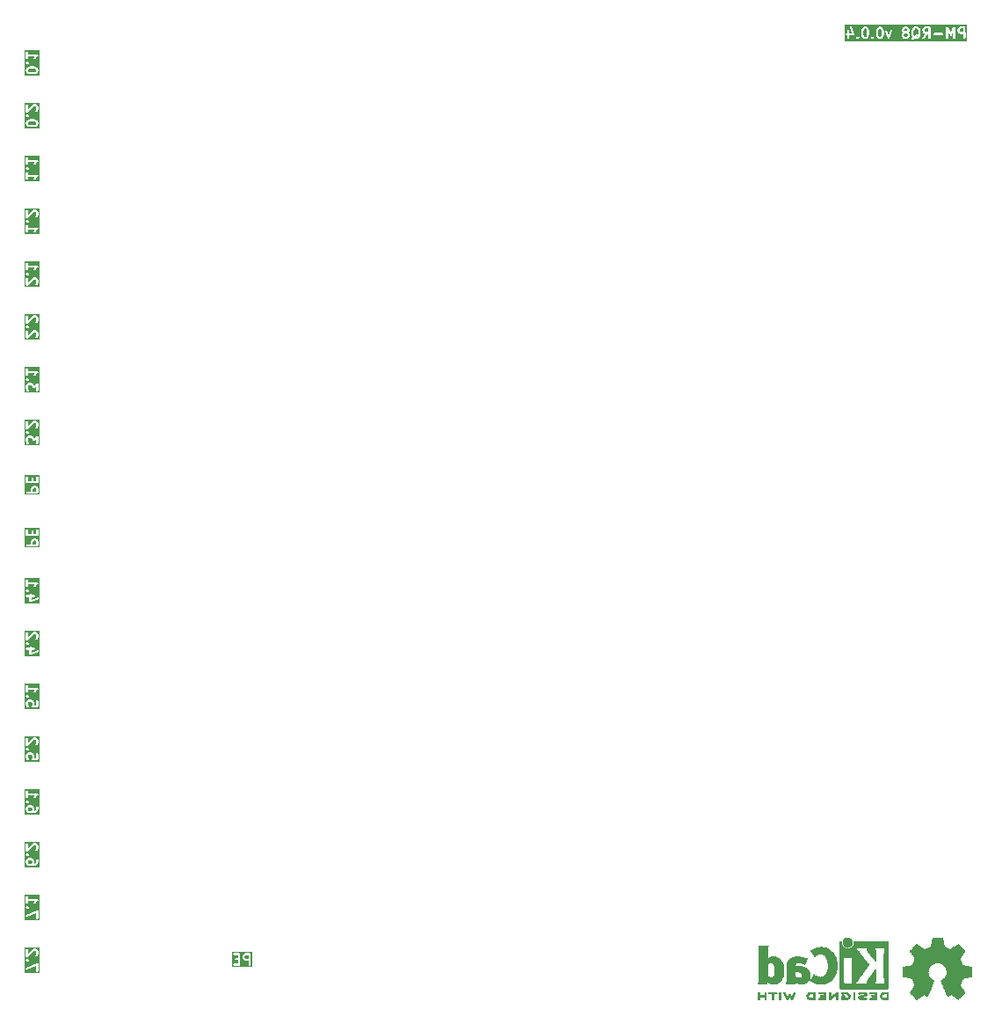
<source format=gbr>
%TF.GenerationSoftware,KiCad,Pcbnew,8.0.3-8.0.3-0~ubuntu22.04.1*%
%TF.CreationDate,2024-10-28T11:06:56+03:00*%
%TF.ProjectId,PM-RQ8,504d2d52-5138-42e6-9b69-6361645f7063,rev?*%
%TF.SameCoordinates,Original*%
%TF.FileFunction,Legend,Bot*%
%TF.FilePolarity,Positive*%
%FSLAX46Y46*%
G04 Gerber Fmt 4.6, Leading zero omitted, Abs format (unit mm)*
G04 Created by KiCad (PCBNEW 8.0.3-8.0.3-0~ubuntu22.04.1) date 2024-10-28 11:06:56*
%MOMM*%
%LPD*%
G01*
G04 APERTURE LIST*
%ADD10C,0.200000*%
%ADD11C,0.010000*%
%ADD12C,1.812000*%
%ADD13C,2.200000*%
%ADD14R,3.500000X3.500000*%
%ADD15C,3.500000*%
%ADD16C,3.200000*%
%ADD17O,6.350000X6.350000*%
G04 APERTURE END LIST*
D10*
G36*
X-47838862Y2239909D02*
G01*
X-47813085Y2215247D01*
X-47782119Y2155608D01*
X-47780872Y1895530D01*
X-48106505Y1894916D01*
X-48107731Y2150355D01*
X-48078795Y2210502D01*
X-48054133Y2236279D01*
X-47994202Y2267396D01*
X-47898355Y2268530D01*
X-47838862Y2239909D01*
G37*
G36*
X-47471109Y1584604D02*
G01*
X-48893331Y1584604D01*
X-48893331Y1815224D01*
X-48780299Y1815224D01*
X-48780299Y1776206D01*
X-48765367Y1740158D01*
X-48737777Y1712568D01*
X-48701729Y1697636D01*
X-48682220Y1695715D01*
X-47662711Y1697636D01*
X-47626663Y1712568D01*
X-47599073Y1740158D01*
X-47584141Y1776206D01*
X-47582220Y1795715D01*
X-47583974Y2161255D01*
X-47583005Y2164160D01*
X-47584059Y2178985D01*
X-47584141Y2196176D01*
X-47585517Y2199497D01*
X-47585771Y2203080D01*
X-47592777Y2221389D01*
X-47642120Y2316423D01*
X-47646692Y2327463D01*
X-47649848Y2331309D01*
X-47650839Y2333217D01*
X-47652837Y2334950D01*
X-47659129Y2342616D01*
X-47709230Y2390548D01*
X-47716147Y2398524D01*
X-47720297Y2401137D01*
X-47721901Y2402671D01*
X-47724341Y2403682D01*
X-47732737Y2408967D01*
X-47815755Y2448906D01*
X-47817139Y2450290D01*
X-47827889Y2454743D01*
X-47846283Y2463592D01*
X-47849867Y2463847D01*
X-47853187Y2465222D01*
X-47872696Y2467143D01*
X-48000853Y2465627D01*
X-48003046Y2466358D01*
X-48015829Y2465450D01*
X-48035062Y2465222D01*
X-48038383Y2463847D01*
X-48041966Y2463592D01*
X-48060275Y2456586D01*
X-48155309Y2407244D01*
X-48166349Y2402671D01*
X-48170195Y2399516D01*
X-48172103Y2398524D01*
X-48173836Y2396527D01*
X-48181502Y2390234D01*
X-48229434Y2340134D01*
X-48237410Y2333216D01*
X-48240023Y2329067D01*
X-48241557Y2327462D01*
X-48242568Y2325023D01*
X-48247853Y2316626D01*
X-48287792Y2233609D01*
X-48289176Y2232224D01*
X-48293629Y2221475D01*
X-48302478Y2203080D01*
X-48302733Y2199497D01*
X-48304108Y2196176D01*
X-48306029Y2176667D01*
X-48304676Y1894543D01*
X-48701729Y1893794D01*
X-48737777Y1878862D01*
X-48765367Y1851272D01*
X-48780299Y1815224D01*
X-48893331Y1815224D01*
X-48893331Y3271905D01*
X-48782220Y3271905D01*
X-48780299Y2776206D01*
X-48765367Y2740158D01*
X-48737777Y2712568D01*
X-48701729Y2697636D01*
X-48682220Y2695715D01*
X-47662711Y2697636D01*
X-47626663Y2712568D01*
X-47599073Y2740158D01*
X-47584141Y2776206D01*
X-47582220Y2795715D01*
X-47584141Y3291414D01*
X-47599073Y3327462D01*
X-47626663Y3355052D01*
X-47662711Y3369984D01*
X-47701729Y3369984D01*
X-47737777Y3355052D01*
X-47765367Y3327462D01*
X-47780299Y3291414D01*
X-47782220Y3271905D01*
X-47780762Y2895530D01*
X-48058951Y2895006D01*
X-48060331Y3148557D01*
X-48075263Y3184605D01*
X-48102853Y3212195D01*
X-48138901Y3227127D01*
X-48177919Y3227127D01*
X-48213967Y3212195D01*
X-48241557Y3184605D01*
X-48256489Y3148557D01*
X-48258410Y3129048D01*
X-48257134Y2894632D01*
X-48582601Y2894019D01*
X-48584141Y3291414D01*
X-48599073Y3327462D01*
X-48626663Y3355052D01*
X-48662711Y3369984D01*
X-48701729Y3369984D01*
X-48737777Y3355052D01*
X-48765367Y3327462D01*
X-48780299Y3291414D01*
X-48782220Y3271905D01*
X-48893331Y3271905D01*
X-48893331Y3481095D01*
X-47471109Y3481095D01*
X-47471109Y1584604D01*
G37*
G36*
X-47913883Y37502667D02*
G01*
X-47838862Y37466576D01*
X-47813085Y37441914D01*
X-47781860Y37381775D01*
X-47781048Y37333310D01*
X-47809456Y37274260D01*
X-47834114Y37248487D01*
X-47901674Y37213409D01*
X-48069133Y37169957D01*
X-48282624Y37168365D01*
X-48450557Y37208764D01*
X-48525580Y37244856D01*
X-48551356Y37269516D01*
X-48582581Y37329656D01*
X-48583393Y37378121D01*
X-48554986Y37437168D01*
X-48530323Y37462946D01*
X-48462768Y37498022D01*
X-48295307Y37541474D01*
X-48081817Y37543066D01*
X-47913883Y37502667D01*
G37*
G36*
X-47471109Y36858890D02*
G01*
X-48893331Y36858890D01*
X-48893331Y37403334D01*
X-48782220Y37403334D01*
X-48780864Y37322317D01*
X-48781435Y37320602D01*
X-48780651Y37309558D01*
X-48780299Y37288587D01*
X-48778924Y37285268D01*
X-48778669Y37281682D01*
X-48771662Y37263374D01*
X-48722322Y37168345D01*
X-48717747Y37157301D01*
X-48714591Y37153455D01*
X-48713599Y37151545D01*
X-48711603Y37149814D01*
X-48705311Y37142147D01*
X-48655209Y37094214D01*
X-48648293Y37086239D01*
X-48644144Y37083628D01*
X-48642539Y37082092D01*
X-48640099Y37081082D01*
X-48631702Y37075796D01*
X-48541431Y37032368D01*
X-48534457Y37027201D01*
X-48519823Y37021973D01*
X-48518156Y37021171D01*
X-48517436Y37021120D01*
X-48515997Y37020606D01*
X-48330685Y36976027D01*
X-48320776Y36971922D01*
X-48308667Y36970730D01*
X-48306128Y36970119D01*
X-48304670Y36970337D01*
X-48301267Y36970001D01*
X-48069150Y36971732D01*
X-48058311Y36970119D01*
X-48046250Y36971903D01*
X-48043663Y36971922D01*
X-48042300Y36972487D01*
X-48038918Y36972987D01*
X-47855839Y37020492D01*
X-47846283Y37021171D01*
X-47831671Y37026763D01*
X-47829982Y37027201D01*
X-47829402Y37027632D01*
X-47827975Y37028177D01*
X-47732946Y37077518D01*
X-47721901Y37082092D01*
X-47718055Y37085249D01*
X-47716147Y37086239D01*
X-47714418Y37088234D01*
X-47706747Y37094528D01*
X-47658814Y37144631D01*
X-47650839Y37151546D01*
X-47648228Y37155696D01*
X-47646692Y37157300D01*
X-47645682Y37159741D01*
X-47640396Y37168137D01*
X-47600458Y37251155D01*
X-47599073Y37252539D01*
X-47594621Y37263289D01*
X-47585771Y37281683D01*
X-47585517Y37285267D01*
X-47584141Y37288587D01*
X-47582220Y37308096D01*
X-47583577Y37389114D01*
X-47583005Y37390827D01*
X-47583790Y37401872D01*
X-47584141Y37422843D01*
X-47585517Y37426164D01*
X-47585771Y37429747D01*
X-47592777Y37448056D01*
X-47642120Y37543090D01*
X-47646692Y37554130D01*
X-47649848Y37557976D01*
X-47650839Y37559884D01*
X-47652837Y37561617D01*
X-47659129Y37569283D01*
X-47709230Y37617215D01*
X-47716147Y37625191D01*
X-47720297Y37627804D01*
X-47721901Y37629338D01*
X-47724341Y37630349D01*
X-47732737Y37635634D01*
X-47823009Y37679063D01*
X-47829982Y37684229D01*
X-47844615Y37689457D01*
X-47846283Y37690259D01*
X-47847006Y37690311D01*
X-47848443Y37690824D01*
X-48033754Y37735404D01*
X-48043663Y37739508D01*
X-48055773Y37740701D01*
X-48058311Y37741311D01*
X-48059770Y37741094D01*
X-48063172Y37741429D01*
X-48295290Y37739699D01*
X-48306128Y37741311D01*
X-48318190Y37739528D01*
X-48320776Y37739508D01*
X-48322140Y37738944D01*
X-48325521Y37738443D01*
X-48508601Y37690939D01*
X-48518156Y37690259D01*
X-48532772Y37684667D01*
X-48534457Y37684229D01*
X-48535037Y37683800D01*
X-48536465Y37683253D01*
X-48631499Y37633911D01*
X-48642539Y37629338D01*
X-48646385Y37626183D01*
X-48648293Y37625191D01*
X-48650026Y37623194D01*
X-48657692Y37616901D01*
X-48705620Y37566806D01*
X-48713599Y37559885D01*
X-48716213Y37555734D01*
X-48717747Y37554129D01*
X-48718758Y37551690D01*
X-48724042Y37543294D01*
X-48763982Y37460277D01*
X-48765367Y37458891D01*
X-48769819Y37448145D01*
X-48778669Y37429748D01*
X-48778924Y37426163D01*
X-48780299Y37422843D01*
X-48782220Y37403334D01*
X-48893331Y37403334D01*
X-48893331Y38089510D01*
X-48780299Y38089510D01*
X-48780299Y38050492D01*
X-48778815Y38046909D01*
X-48765368Y38014444D01*
X-48765367Y38014443D01*
X-48752930Y37999290D01*
X-48690157Y37939234D01*
X-48664667Y37928677D01*
X-48654109Y37924303D01*
X-48654108Y37924303D01*
X-48615091Y37924303D01*
X-48593974Y37933051D01*
X-48579042Y37939235D01*
X-48579038Y37939240D01*
X-48563889Y37951671D01*
X-48503834Y38014443D01*
X-48492465Y38041891D01*
X-48488902Y38050492D01*
X-48488902Y38089510D01*
X-48503834Y38125558D01*
X-48503834Y38125559D01*
X-48516271Y38140712D01*
X-48579020Y38200745D01*
X-48579042Y38200767D01*
X-48593974Y38206952D01*
X-48615091Y38215699D01*
X-48654109Y38215699D01*
X-48664667Y38211326D01*
X-48690157Y38200768D01*
X-48705310Y38188331D01*
X-48765367Y38125559D01*
X-48765368Y38125558D01*
X-48775926Y38100068D01*
X-48780299Y38089510D01*
X-48893331Y38089510D01*
X-48893331Y39070000D01*
X-48782220Y39070000D01*
X-48780299Y38431444D01*
X-48765367Y38395396D01*
X-48737777Y38367806D01*
X-48701729Y38352874D01*
X-48662711Y38352874D01*
X-48626663Y38367806D01*
X-48611509Y38380242D01*
X-48060264Y38934053D01*
X-47955758Y38970204D01*
X-47897910Y38971173D01*
X-47838862Y38942766D01*
X-47813085Y38918104D01*
X-47782063Y38858356D01*
X-47780639Y38667493D01*
X-47809456Y38607593D01*
X-47860605Y38554129D01*
X-47875537Y38518081D01*
X-47875537Y38479063D01*
X-47860605Y38443015D01*
X-47833015Y38415425D01*
X-47796967Y38400493D01*
X-47757949Y38400493D01*
X-47721901Y38415425D01*
X-47706747Y38427861D01*
X-47658814Y38477964D01*
X-47650839Y38484879D01*
X-47648228Y38489029D01*
X-47646692Y38490633D01*
X-47645682Y38493074D01*
X-47640396Y38501470D01*
X-47600458Y38584488D01*
X-47599073Y38585872D01*
X-47594621Y38596622D01*
X-47585771Y38615016D01*
X-47585517Y38618600D01*
X-47584141Y38621920D01*
X-47582220Y38641429D01*
X-47583883Y38864385D01*
X-47583005Y38867017D01*
X-47584008Y38881123D01*
X-47584141Y38899033D01*
X-47585517Y38902354D01*
X-47585771Y38905937D01*
X-47592777Y38924246D01*
X-47642120Y39019280D01*
X-47646692Y39030320D01*
X-47649848Y39034166D01*
X-47650839Y39036074D01*
X-47652837Y39037807D01*
X-47659129Y39045473D01*
X-47709230Y39093405D01*
X-47716147Y39101381D01*
X-47720297Y39103994D01*
X-47721901Y39105528D01*
X-47724341Y39106539D01*
X-47732737Y39111824D01*
X-47815755Y39151763D01*
X-47817139Y39153147D01*
X-47827889Y39157600D01*
X-47846283Y39166449D01*
X-47849867Y39166704D01*
X-47853187Y39168079D01*
X-47872696Y39170000D01*
X-47968840Y39168391D01*
X-47980442Y39169215D01*
X-47985278Y39168116D01*
X-47987443Y39168079D01*
X-47989885Y39167068D01*
X-47999557Y39164868D01*
X-48127931Y39120460D01*
X-48130300Y39120460D01*
X-48142297Y39115491D01*
X-48160314Y39109258D01*
X-48163030Y39106903D01*
X-48166348Y39105528D01*
X-48181502Y39093092D01*
X-48582939Y38689788D01*
X-48584141Y39089509D01*
X-48599073Y39125557D01*
X-48626663Y39153147D01*
X-48662711Y39168079D01*
X-48701729Y39168079D01*
X-48737777Y39153147D01*
X-48765367Y39125557D01*
X-48780299Y39089509D01*
X-48782220Y39070000D01*
X-48893331Y39070000D01*
X-48893331Y39281111D01*
X-47471109Y39281111D01*
X-47471109Y36858890D01*
G37*
G36*
X-47471109Y-44466808D02*
G01*
X-48893331Y-44466808D01*
X-48893331Y-44001211D01*
X-48780529Y-44001211D01*
X-48780054Y-44040227D01*
X-48764684Y-44076090D01*
X-48736759Y-44103341D01*
X-48700532Y-44117832D01*
X-48661516Y-44117357D01*
X-48642828Y-44111438D01*
X-47781801Y-43740656D01*
X-47780299Y-44277127D01*
X-47765367Y-44313175D01*
X-47737777Y-44340765D01*
X-47701729Y-44355697D01*
X-47662711Y-44355697D01*
X-47626663Y-44340765D01*
X-47599073Y-44313175D01*
X-47584141Y-44277127D01*
X-47582220Y-44257618D01*
X-47584035Y-43609572D01*
X-47583911Y-43609264D01*
X-47584073Y-43596061D01*
X-47584141Y-43571443D01*
X-47584380Y-43570867D01*
X-47584387Y-43570249D01*
X-47591818Y-43552911D01*
X-47599073Y-43535395D01*
X-47599513Y-43534955D01*
X-47599757Y-43534385D01*
X-47613284Y-43521184D01*
X-47626663Y-43507805D01*
X-47627238Y-43507567D01*
X-47627681Y-43507134D01*
X-47645201Y-43500126D01*
X-47662711Y-43492873D01*
X-47663334Y-43492873D01*
X-47663909Y-43492643D01*
X-47682800Y-43492873D01*
X-47701729Y-43492873D01*
X-47702303Y-43493110D01*
X-47702924Y-43493118D01*
X-47721612Y-43499038D01*
X-48738787Y-43937059D01*
X-48766038Y-43964984D01*
X-48780529Y-44001211D01*
X-48893331Y-44001211D01*
X-48893331Y-43190490D01*
X-48780299Y-43190490D01*
X-48780299Y-43229508D01*
X-48778815Y-43233091D01*
X-48765368Y-43265556D01*
X-48765367Y-43265557D01*
X-48752930Y-43280710D01*
X-48690157Y-43340766D01*
X-48664667Y-43351323D01*
X-48654109Y-43355697D01*
X-48654108Y-43355697D01*
X-48615091Y-43355697D01*
X-48593974Y-43346949D01*
X-48579042Y-43340765D01*
X-48579038Y-43340760D01*
X-48563889Y-43328329D01*
X-48503834Y-43265557D01*
X-48492465Y-43238109D01*
X-48488902Y-43229508D01*
X-48488902Y-43190490D01*
X-48503834Y-43154442D01*
X-48503834Y-43154441D01*
X-48516271Y-43139288D01*
X-48579020Y-43079255D01*
X-48579042Y-43079233D01*
X-48593974Y-43073048D01*
X-48615091Y-43064301D01*
X-48654109Y-43064301D01*
X-48664667Y-43068674D01*
X-48690157Y-43079232D01*
X-48705310Y-43091669D01*
X-48765367Y-43154441D01*
X-48765368Y-43154442D01*
X-48775926Y-43179932D01*
X-48780299Y-43190490D01*
X-48893331Y-43190490D01*
X-48893331Y-42210000D01*
X-48782220Y-42210000D01*
X-48780299Y-42848556D01*
X-48765367Y-42884604D01*
X-48737777Y-42912194D01*
X-48701729Y-42927126D01*
X-48662711Y-42927126D01*
X-48626663Y-42912194D01*
X-48611509Y-42899758D01*
X-48060264Y-42345947D01*
X-47955758Y-42309796D01*
X-47897910Y-42308827D01*
X-47838862Y-42337234D01*
X-47813085Y-42361896D01*
X-47782063Y-42421644D01*
X-47780639Y-42612507D01*
X-47809456Y-42672407D01*
X-47860605Y-42725871D01*
X-47875537Y-42761919D01*
X-47875537Y-42800937D01*
X-47860605Y-42836985D01*
X-47833015Y-42864575D01*
X-47796967Y-42879507D01*
X-47757949Y-42879507D01*
X-47721901Y-42864575D01*
X-47706747Y-42852139D01*
X-47658814Y-42802036D01*
X-47650839Y-42795121D01*
X-47648228Y-42790971D01*
X-47646692Y-42789367D01*
X-47645682Y-42786926D01*
X-47640396Y-42778530D01*
X-47600458Y-42695512D01*
X-47599073Y-42694128D01*
X-47594621Y-42683378D01*
X-47585771Y-42664984D01*
X-47585517Y-42661400D01*
X-47584141Y-42658080D01*
X-47582220Y-42638571D01*
X-47583883Y-42415615D01*
X-47583005Y-42412983D01*
X-47584008Y-42398877D01*
X-47584141Y-42380967D01*
X-47585517Y-42377646D01*
X-47585771Y-42374063D01*
X-47592777Y-42355754D01*
X-47642120Y-42260720D01*
X-47646692Y-42249680D01*
X-47649848Y-42245834D01*
X-47650839Y-42243926D01*
X-47652837Y-42242193D01*
X-47659129Y-42234527D01*
X-47709230Y-42186595D01*
X-47716147Y-42178619D01*
X-47720297Y-42176006D01*
X-47721901Y-42174472D01*
X-47724341Y-42173461D01*
X-47732737Y-42168176D01*
X-47815755Y-42128237D01*
X-47817139Y-42126853D01*
X-47827889Y-42122400D01*
X-47846283Y-42113551D01*
X-47849867Y-42113296D01*
X-47853187Y-42111921D01*
X-47872696Y-42110000D01*
X-47968840Y-42111609D01*
X-47980442Y-42110785D01*
X-47985278Y-42111884D01*
X-47987443Y-42111921D01*
X-47989885Y-42112932D01*
X-47999557Y-42115132D01*
X-48127931Y-42159540D01*
X-48130300Y-42159540D01*
X-48142297Y-42164509D01*
X-48160314Y-42170742D01*
X-48163030Y-42173097D01*
X-48166348Y-42174472D01*
X-48181502Y-42186908D01*
X-48582939Y-42590212D01*
X-48584141Y-42190491D01*
X-48599073Y-42154443D01*
X-48626663Y-42126853D01*
X-48662711Y-42111921D01*
X-48701729Y-42111921D01*
X-48737777Y-42126853D01*
X-48765367Y-42154443D01*
X-48780299Y-42190491D01*
X-48782220Y-42210000D01*
X-48893331Y-42210000D01*
X-48893331Y-41998889D01*
X-47471109Y-41998889D01*
X-47471109Y-44466808D01*
G37*
G36*
X-47471109Y16493192D02*
G01*
X-48893331Y16493192D01*
X-48893331Y17321429D01*
X-48782220Y17321429D01*
X-48780299Y16682873D01*
X-48765367Y16646825D01*
X-48737777Y16619235D01*
X-48701729Y16604303D01*
X-48662711Y16604303D01*
X-48626663Y16619235D01*
X-48611509Y16631671D01*
X-48060264Y17185482D01*
X-47955758Y17221633D01*
X-47897910Y17222602D01*
X-47838862Y17194195D01*
X-47813085Y17169533D01*
X-47782063Y17109785D01*
X-47780639Y16918922D01*
X-47809456Y16859022D01*
X-47860605Y16805558D01*
X-47875537Y16769510D01*
X-47875537Y16730492D01*
X-47860605Y16694444D01*
X-47833015Y16666854D01*
X-47796967Y16651922D01*
X-47757949Y16651922D01*
X-47721901Y16666854D01*
X-47706747Y16679290D01*
X-47658814Y16729393D01*
X-47650839Y16736308D01*
X-47648228Y16740458D01*
X-47646692Y16742062D01*
X-47645682Y16744503D01*
X-47640396Y16752899D01*
X-47600458Y16835917D01*
X-47599073Y16837301D01*
X-47594621Y16848051D01*
X-47585771Y16866445D01*
X-47585517Y16870029D01*
X-47584141Y16873349D01*
X-47582220Y16892858D01*
X-47583883Y17115814D01*
X-47583005Y17118446D01*
X-47584008Y17132552D01*
X-47584141Y17150462D01*
X-47585517Y17153783D01*
X-47585771Y17157366D01*
X-47592777Y17175675D01*
X-47642120Y17270709D01*
X-47646692Y17281749D01*
X-47649848Y17285595D01*
X-47650839Y17287503D01*
X-47652837Y17289236D01*
X-47659129Y17296902D01*
X-47709230Y17344834D01*
X-47716147Y17352810D01*
X-47720297Y17355423D01*
X-47721901Y17356957D01*
X-47724341Y17357968D01*
X-47732737Y17363253D01*
X-47815755Y17403192D01*
X-47817139Y17404576D01*
X-47827889Y17409029D01*
X-47846283Y17417878D01*
X-47849867Y17418133D01*
X-47853187Y17419508D01*
X-47872696Y17421429D01*
X-47968840Y17419820D01*
X-47980442Y17420644D01*
X-47985278Y17419545D01*
X-47987443Y17419508D01*
X-47989885Y17418497D01*
X-47999557Y17416297D01*
X-48127931Y17371889D01*
X-48130300Y17371889D01*
X-48142297Y17366920D01*
X-48160314Y17360687D01*
X-48163030Y17358332D01*
X-48166348Y17356957D01*
X-48181502Y17344521D01*
X-48582939Y16941217D01*
X-48584141Y17340938D01*
X-48599073Y17376986D01*
X-48626663Y17404576D01*
X-48662711Y17419508D01*
X-48701729Y17419508D01*
X-48737777Y17404576D01*
X-48765367Y17376986D01*
X-48780299Y17340938D01*
X-48782220Y17321429D01*
X-48893331Y17321429D01*
X-48893331Y17769510D01*
X-48780299Y17769510D01*
X-48780299Y17730492D01*
X-48778815Y17726909D01*
X-48765368Y17694444D01*
X-48765367Y17694443D01*
X-48752930Y17679290D01*
X-48690157Y17619234D01*
X-48664667Y17608677D01*
X-48654109Y17604303D01*
X-48654108Y17604303D01*
X-48615091Y17604303D01*
X-48593974Y17613051D01*
X-48579042Y17619235D01*
X-48579038Y17619240D01*
X-48563889Y17631671D01*
X-48503834Y17694443D01*
X-48492465Y17721891D01*
X-48488902Y17730492D01*
X-48488902Y17769510D01*
X-48503834Y17805558D01*
X-48503834Y17805559D01*
X-48516271Y17820712D01*
X-48579020Y17880745D01*
X-48579042Y17880767D01*
X-48593974Y17886952D01*
X-48615091Y17895699D01*
X-48654109Y17895699D01*
X-48664667Y17891326D01*
X-48690157Y17880768D01*
X-48705310Y17868331D01*
X-48765367Y17805559D01*
X-48765368Y17805558D01*
X-48775926Y17780068D01*
X-48780299Y17769510D01*
X-48893331Y17769510D01*
X-48893331Y18750000D01*
X-48782220Y18750000D01*
X-48780299Y18111444D01*
X-48765367Y18075396D01*
X-48737777Y18047806D01*
X-48701729Y18032874D01*
X-48662711Y18032874D01*
X-48626663Y18047806D01*
X-48611509Y18060242D01*
X-48060264Y18614053D01*
X-47955758Y18650204D01*
X-47897910Y18651173D01*
X-47838862Y18622766D01*
X-47813085Y18598104D01*
X-47782063Y18538356D01*
X-47780639Y18347493D01*
X-47809456Y18287593D01*
X-47860605Y18234129D01*
X-47875537Y18198081D01*
X-47875537Y18159063D01*
X-47860605Y18123015D01*
X-47833015Y18095425D01*
X-47796967Y18080493D01*
X-47757949Y18080493D01*
X-47721901Y18095425D01*
X-47706747Y18107861D01*
X-47658814Y18157964D01*
X-47650839Y18164879D01*
X-47648228Y18169029D01*
X-47646692Y18170633D01*
X-47645682Y18173074D01*
X-47640396Y18181470D01*
X-47600458Y18264488D01*
X-47599073Y18265872D01*
X-47594621Y18276622D01*
X-47585771Y18295016D01*
X-47585517Y18298600D01*
X-47584141Y18301920D01*
X-47582220Y18321429D01*
X-47583883Y18544385D01*
X-47583005Y18547017D01*
X-47584008Y18561123D01*
X-47584141Y18579033D01*
X-47585517Y18582354D01*
X-47585771Y18585937D01*
X-47592777Y18604246D01*
X-47642120Y18699280D01*
X-47646692Y18710320D01*
X-47649848Y18714166D01*
X-47650839Y18716074D01*
X-47652837Y18717807D01*
X-47659129Y18725473D01*
X-47709230Y18773405D01*
X-47716147Y18781381D01*
X-47720297Y18783994D01*
X-47721901Y18785528D01*
X-47724341Y18786539D01*
X-47732737Y18791824D01*
X-47815755Y18831763D01*
X-47817139Y18833147D01*
X-47827889Y18837600D01*
X-47846283Y18846449D01*
X-47849867Y18846704D01*
X-47853187Y18848079D01*
X-47872696Y18850000D01*
X-47968840Y18848391D01*
X-47980442Y18849215D01*
X-47985278Y18848116D01*
X-47987443Y18848079D01*
X-47989885Y18847068D01*
X-47999557Y18844868D01*
X-48127931Y18800460D01*
X-48130300Y18800460D01*
X-48142297Y18795491D01*
X-48160314Y18789258D01*
X-48163030Y18786903D01*
X-48166348Y18785528D01*
X-48181502Y18773092D01*
X-48582939Y18369788D01*
X-48584141Y18769509D01*
X-48599073Y18805557D01*
X-48626663Y18833147D01*
X-48662711Y18848079D01*
X-48701729Y18848079D01*
X-48737777Y18833147D01*
X-48765367Y18805557D01*
X-48780299Y18769509D01*
X-48782220Y18750000D01*
X-48893331Y18750000D01*
X-48893331Y18961111D01*
X-47471109Y18961111D01*
X-47471109Y16493192D01*
G37*
G36*
X37098525Y45679190D02*
G01*
X37037657Y45647587D01*
X36964015Y45646913D01*
X36971222Y45654247D01*
X37032838Y45686238D01*
X37106604Y45687473D01*
X37098525Y45679190D01*
G37*
G36*
X37092381Y46420716D02*
G01*
X37158771Y46355960D01*
X37197025Y46208535D01*
X37198704Y45900071D01*
X37185580Y45845518D01*
X37162074Y45869024D01*
X37126026Y45883956D01*
X37106517Y45885877D01*
X37025499Y45884521D01*
X37023786Y45885092D01*
X37012741Y45884308D01*
X36991770Y45883956D01*
X36988449Y45882581D01*
X36984866Y45882326D01*
X36966557Y45875320D01*
X36871523Y45825978D01*
X36860483Y45821405D01*
X36856637Y45818250D01*
X36854729Y45817258D01*
X36852996Y45815261D01*
X36845330Y45808968D01*
X36772944Y45735316D01*
X36768548Y45739604D01*
X36730294Y45887029D01*
X36728615Y46195492D01*
X36766350Y46352354D01*
X36828793Y46416373D01*
X36889661Y46447976D01*
X37032991Y46449287D01*
X37092381Y46420716D01*
G37*
G36*
X32140351Y46420547D02*
G01*
X32166128Y46395885D01*
X32201204Y46328330D01*
X32244656Y46160869D01*
X32246248Y45947378D01*
X32205849Y45779445D01*
X32169758Y45704424D01*
X32145096Y45678646D01*
X32084956Y45647421D01*
X32036492Y45646609D01*
X31977442Y45675017D01*
X31951668Y45699676D01*
X31916591Y45767236D01*
X31873139Y45934695D01*
X31871547Y46148185D01*
X31911946Y46316119D01*
X31948037Y46391140D01*
X31972699Y46416917D01*
X32032838Y46448142D01*
X32081303Y46448954D01*
X32140351Y46420547D01*
G37*
G36*
X33568922Y46420547D02*
G01*
X33594699Y46395885D01*
X33629775Y46328330D01*
X33673227Y46160869D01*
X33674819Y45947378D01*
X33634420Y45779445D01*
X33598329Y45704424D01*
X33573667Y45678646D01*
X33513527Y45647421D01*
X33465063Y45646609D01*
X33406013Y45675017D01*
X33380239Y45699676D01*
X33345162Y45767236D01*
X33301710Y45934695D01*
X33300118Y46148185D01*
X33340517Y46316119D01*
X33376608Y46391140D01*
X33401270Y46416917D01*
X33461409Y46448142D01*
X33509874Y46448954D01*
X33568922Y46420547D01*
G37*
G36*
X36092732Y45991976D02*
G01*
X36118509Y45967314D01*
X36149568Y45907495D01*
X36150879Y45764165D01*
X36122139Y45704424D01*
X36097477Y45678646D01*
X36037657Y45647587D01*
X35894328Y45646276D01*
X35834585Y45675017D01*
X35808811Y45699676D01*
X35777751Y45759499D01*
X35776440Y45902828D01*
X35805180Y45962569D01*
X35829842Y45988346D01*
X35889661Y46019405D01*
X36032991Y46020716D01*
X36092732Y45991976D01*
G37*
G36*
X36092732Y46420547D02*
G01*
X36118509Y46395885D01*
X36150005Y46335224D01*
X36150044Y46333858D01*
X36122138Y46275850D01*
X36097480Y46250077D01*
X36037657Y46219016D01*
X35894328Y46217705D01*
X35834585Y46246446D01*
X35808812Y46271104D01*
X35777314Y46331769D01*
X35777275Y46333134D01*
X35805180Y46391140D01*
X35829842Y46416917D01*
X35889661Y46447976D01*
X36032991Y46449287D01*
X36092732Y46420547D01*
G37*
G36*
X38150173Y46123497D02*
G01*
X38018345Y46122864D01*
X38013447Y46123949D01*
X38006988Y46122810D01*
X37894734Y46122271D01*
X37834585Y46151208D01*
X37808812Y46175866D01*
X37777693Y46235801D01*
X37776559Y46331647D01*
X37805180Y46391140D01*
X37829842Y46416917D01*
X37889481Y46447883D01*
X38149559Y46449130D01*
X38150173Y46123497D01*
G37*
G36*
X41531125Y46123497D02*
G01*
X41275686Y46122271D01*
X41215537Y46151208D01*
X41189764Y46175866D01*
X41158645Y46235801D01*
X41157511Y46331647D01*
X41186132Y46391140D01*
X41210794Y46416917D01*
X41270433Y46447883D01*
X41530511Y46449130D01*
X41531125Y46123497D01*
G37*
G36*
X41841437Y45242217D02*
G01*
X30087804Y45242217D01*
X30087804Y45900624D01*
X30198915Y45900624D01*
X30198915Y45861606D01*
X30213847Y45825558D01*
X30241437Y45797968D01*
X30277485Y45783036D01*
X30296994Y45781115D01*
X30341063Y45781248D01*
X30341772Y45528272D01*
X30356704Y45492224D01*
X30384294Y45464634D01*
X30420342Y45449702D01*
X30459360Y45449702D01*
X30495408Y45464634D01*
X30522998Y45492224D01*
X30537930Y45528272D01*
X30539851Y45547781D01*
X30539663Y45614909D01*
X31198914Y45614909D01*
X31198914Y45575891D01*
X31204504Y45562396D01*
X31213846Y45539842D01*
X31213850Y45539838D01*
X31226282Y45524689D01*
X31289054Y45464634D01*
X31295467Y45461978D01*
X31325103Y45449702D01*
X31364121Y45449702D01*
X31400169Y45464634D01*
X31415323Y45477070D01*
X31475378Y45539842D01*
X31482130Y45556144D01*
X31490309Y45575890D01*
X31490310Y45614908D01*
X31475379Y45650957D01*
X31462942Y45666110D01*
X31400170Y45726167D01*
X31390144Y45730320D01*
X31375542Y45736368D01*
X31364121Y45741099D01*
X31325103Y45741099D01*
X31314545Y45736726D01*
X31289055Y45726168D01*
X31289054Y45726167D01*
X31273900Y45713730D01*
X31213845Y45650957D01*
X31203832Y45626781D01*
X31198914Y45614909D01*
X30539663Y45614909D01*
X30539195Y45781844D01*
X30913502Y45782970D01*
X30928548Y45781900D01*
X30931923Y45783026D01*
X30935550Y45783036D01*
X30950362Y45789172D01*
X30965564Y45794239D01*
X30968277Y45796593D01*
X30971598Y45797968D01*
X30982936Y45809307D01*
X30995040Y45819804D01*
X30996646Y45823017D01*
X30999188Y45825558D01*
X31005324Y45840373D01*
X31012490Y45854703D01*
X31012744Y45858286D01*
X31014120Y45861606D01*
X31014120Y45877639D01*
X31015256Y45893623D01*
X31014120Y45898619D01*
X31014120Y45900624D01*
X31013108Y45903066D01*
X31010909Y45912738D01*
X30925509Y46166829D01*
X31673184Y46166829D01*
X31674914Y45934712D01*
X31673302Y45923873D01*
X31675085Y45911812D01*
X31675105Y45909225D01*
X31675669Y45907862D01*
X31676170Y45904480D01*
X31723674Y45721401D01*
X31724354Y45711845D01*
X31729945Y45697233D01*
X31730384Y45695544D01*
X31730814Y45694964D01*
X31731360Y45693537D01*
X31780697Y45598513D01*
X31785274Y45587463D01*
X31788432Y45583615D01*
X31789422Y45581709D01*
X31791416Y45579980D01*
X31797711Y45572310D01*
X31847811Y45524377D01*
X31854729Y45516400D01*
X31858878Y45513789D01*
X31860483Y45512253D01*
X31862923Y45511243D01*
X31871320Y45505957D01*
X31954337Y45466019D01*
X31955722Y45464634D01*
X31966471Y45460182D01*
X31984866Y45451332D01*
X31988449Y45451078D01*
X31991770Y45449702D01*
X32011279Y45447781D01*
X32092296Y45449138D01*
X32094010Y45448566D01*
X32105054Y45449351D01*
X32126026Y45449702D01*
X32129346Y45451078D01*
X32132930Y45451332D01*
X32151238Y45458338D01*
X32246266Y45507678D01*
X32257313Y45512253D01*
X32261159Y45515411D01*
X32263066Y45516400D01*
X32264796Y45518395D01*
X32272466Y45524690D01*
X32320399Y45574793D01*
X32328374Y45581708D01*
X32330985Y45585858D01*
X32332522Y45587463D01*
X32333533Y45589905D01*
X32338817Y45598299D01*
X32346808Y45614909D01*
X32627485Y45614909D01*
X32627485Y45575891D01*
X32633075Y45562396D01*
X32642417Y45539842D01*
X32642421Y45539838D01*
X32654853Y45524689D01*
X32717625Y45464634D01*
X32724038Y45461978D01*
X32753674Y45449702D01*
X32792692Y45449702D01*
X32828740Y45464634D01*
X32843894Y45477070D01*
X32903949Y45539842D01*
X32910701Y45556144D01*
X32918880Y45575890D01*
X32918881Y45614908D01*
X32903950Y45650957D01*
X32891513Y45666110D01*
X32828741Y45726167D01*
X32818715Y45730320D01*
X32804113Y45736368D01*
X32792692Y45741099D01*
X32753674Y45741099D01*
X32743116Y45736726D01*
X32717626Y45726168D01*
X32717625Y45726167D01*
X32702471Y45713730D01*
X32642416Y45650957D01*
X32632403Y45626781D01*
X32627485Y45614909D01*
X32346808Y45614909D01*
X32382245Y45688571D01*
X32387412Y45695544D01*
X32392640Y45710179D01*
X32393442Y45711845D01*
X32393493Y45712566D01*
X32394007Y45714004D01*
X32438586Y45899317D01*
X32442691Y45909225D01*
X32443883Y45921335D01*
X32444494Y45923873D01*
X32444276Y45925332D01*
X32444612Y45928734D01*
X32442881Y46160852D01*
X32443771Y46166829D01*
X33101755Y46166829D01*
X33103485Y45934712D01*
X33101873Y45923873D01*
X33103656Y45911812D01*
X33103676Y45909225D01*
X33104240Y45907862D01*
X33104741Y45904480D01*
X33152245Y45721401D01*
X33152925Y45711845D01*
X33158516Y45697233D01*
X33158955Y45695544D01*
X33159385Y45694964D01*
X33159931Y45693537D01*
X33209268Y45598513D01*
X33213845Y45587463D01*
X33217003Y45583615D01*
X33217993Y45581709D01*
X33219987Y45579980D01*
X33226282Y45572310D01*
X33276382Y45524377D01*
X33283300Y45516400D01*
X33287449Y45513789D01*
X33289054Y45512253D01*
X33291494Y45511243D01*
X33299891Y45505957D01*
X33382908Y45466019D01*
X33384293Y45464634D01*
X33395042Y45460182D01*
X33413437Y45451332D01*
X33417020Y45451078D01*
X33420341Y45449702D01*
X33439850Y45447781D01*
X33520867Y45449138D01*
X33522581Y45448566D01*
X33533625Y45449351D01*
X33554597Y45449702D01*
X33557917Y45451078D01*
X33561501Y45451332D01*
X33579809Y45458338D01*
X33674837Y45507678D01*
X33685884Y45512253D01*
X33689730Y45515411D01*
X33691637Y45516400D01*
X33693367Y45518395D01*
X33701037Y45524690D01*
X33748970Y45574793D01*
X33756945Y45581708D01*
X33759556Y45585858D01*
X33761093Y45587463D01*
X33762104Y45589905D01*
X33767388Y45598299D01*
X33810816Y45688571D01*
X33815983Y45695544D01*
X33821211Y45710179D01*
X33822013Y45711845D01*
X33822064Y45712566D01*
X33822578Y45714004D01*
X33867157Y45899317D01*
X33871262Y45909225D01*
X33872454Y45921335D01*
X33873065Y45923873D01*
X33872847Y45925332D01*
X33873183Y45928734D01*
X33871452Y46160852D01*
X33873065Y46171690D01*
X33871281Y46183752D01*
X33871262Y46186338D01*
X33870697Y46187702D01*
X33870197Y46191083D01*
X33867927Y46199833D01*
X34007590Y46199833D01*
X34012343Y46180814D01*
X34247389Y45528130D01*
X34247623Y45523426D01*
X34253712Y45510571D01*
X34258808Y45496421D01*
X34262178Y45492699D01*
X34264326Y45488164D01*
X34275177Y45478341D01*
X34284995Y45467496D01*
X34289527Y45465349D01*
X34293252Y45461977D01*
X34307042Y45457053D01*
X34320257Y45450792D01*
X34325267Y45450543D01*
X34329997Y45448854D01*
X34344618Y45449582D01*
X34359227Y45448855D01*
X34363952Y45450543D01*
X34368967Y45450792D01*
X34382193Y45457058D01*
X34395972Y45461978D01*
X34399692Y45465347D01*
X34404229Y45467495D01*
X34414051Y45478346D01*
X34424898Y45488164D01*
X34427045Y45492699D01*
X34430416Y45496421D01*
X34438786Y45514147D01*
X34681634Y46199833D01*
X34679696Y46238803D01*
X34662993Y46274065D01*
X34634067Y46300251D01*
X34597322Y46313374D01*
X34558352Y46311437D01*
X34523090Y46294733D01*
X34496903Y46265808D01*
X34488533Y46248081D01*
X34344826Y45842325D01*
X34192321Y46265808D01*
X34166134Y46294734D01*
X34130872Y46311437D01*
X34091902Y46313375D01*
X34055157Y46300252D01*
X34026231Y46274065D01*
X34009528Y46238803D01*
X34007590Y46199833D01*
X33867927Y46199833D01*
X33827066Y46357305D01*
X35577946Y46357305D01*
X35578933Y46322801D01*
X35578731Y46322193D01*
X35579098Y46317016D01*
X35579867Y46290177D01*
X35581242Y46286857D01*
X35581497Y46283273D01*
X35588503Y46264965D01*
X35637843Y46169936D01*
X35642418Y46158891D01*
X35645574Y46155045D01*
X35646565Y46153137D01*
X35648559Y46151408D01*
X35654854Y46143737D01*
X35680433Y46119265D01*
X35654541Y46092201D01*
X35646565Y46085283D01*
X35643952Y46081134D01*
X35642418Y46079529D01*
X35641407Y46077090D01*
X35636122Y46068693D01*
X35596183Y45985676D01*
X35594799Y45984291D01*
X35590346Y45973542D01*
X35581497Y45955147D01*
X35581242Y45951564D01*
X35579867Y45948243D01*
X35577946Y45928734D01*
X35579551Y45753227D01*
X35578731Y45750765D01*
X35579698Y45737150D01*
X35579867Y45718749D01*
X35581242Y45715429D01*
X35581497Y45711845D01*
X35588503Y45693537D01*
X35637840Y45598513D01*
X35642417Y45587463D01*
X35645575Y45583615D01*
X35646565Y45581709D01*
X35648559Y45579980D01*
X35654854Y45572310D01*
X35704954Y45524377D01*
X35711872Y45516400D01*
X35716021Y45513789D01*
X35717626Y45512253D01*
X35720066Y45511243D01*
X35728463Y45505957D01*
X35811480Y45466019D01*
X35812865Y45464634D01*
X35823614Y45460182D01*
X35842009Y45451332D01*
X35845592Y45451078D01*
X35848913Y45449702D01*
X35868422Y45447781D01*
X36043929Y45449387D01*
X36046391Y45448566D01*
X36060006Y45449534D01*
X36078407Y45449702D01*
X36081727Y45451078D01*
X36085311Y45451332D01*
X36103619Y45458338D01*
X36116546Y45465050D01*
X36483493Y45465050D01*
X36486259Y45426130D01*
X36503708Y45391231D01*
X36533185Y45365667D01*
X36570201Y45353328D01*
X36609121Y45356094D01*
X36627429Y45363100D01*
X36722458Y45412441D01*
X36733503Y45417015D01*
X36737349Y45420172D01*
X36739257Y45421162D01*
X36740986Y45423157D01*
X36748657Y45429451D01*
X36792997Y45474911D01*
X36811480Y45466019D01*
X36812865Y45464634D01*
X36823614Y45460182D01*
X36842009Y45451332D01*
X36845592Y45451078D01*
X36848913Y45449702D01*
X36868422Y45447781D01*
X37043929Y45449387D01*
X37046391Y45448566D01*
X37060006Y45449534D01*
X37078407Y45449702D01*
X37081727Y45451078D01*
X37085311Y45451332D01*
X37103619Y45458338D01*
X37198647Y45507678D01*
X37209694Y45512253D01*
X37213540Y45515411D01*
X37215447Y45516400D01*
X37217177Y45518395D01*
X37224847Y45524690D01*
X37311516Y45613547D01*
X37316564Y45616575D01*
X37323180Y45625506D01*
X37332522Y45635082D01*
X37335367Y45641953D01*
X37339793Y45647925D01*
X37346388Y45666385D01*
X37390967Y45851698D01*
X37395072Y45861606D01*
X37396264Y45873716D01*
X37396875Y45876254D01*
X37396657Y45877713D01*
X37396993Y45881115D01*
X37395212Y46208138D01*
X37396875Y46219309D01*
X37395085Y46231407D01*
X37395072Y46233957D01*
X37394507Y46235321D01*
X37394007Y46238702D01*
X37363232Y46357305D01*
X37577946Y46357305D01*
X37579462Y46229149D01*
X37578731Y46226955D01*
X37579639Y46214173D01*
X37579867Y46194939D01*
X37581242Y46191619D01*
X37581497Y46188035D01*
X37588503Y46169727D01*
X37637843Y46074698D01*
X37642418Y46063653D01*
X37645574Y46059807D01*
X37646565Y46057899D01*
X37648559Y46056170D01*
X37654854Y46048499D01*
X37704956Y46000566D01*
X37711872Y45992591D01*
X37716021Y45989980D01*
X37717626Y45988444D01*
X37720066Y45987434D01*
X37728463Y45982148D01*
X37811480Y45942210D01*
X37812865Y45940825D01*
X37823614Y45936373D01*
X37827337Y45934582D01*
X37586409Y45588043D01*
X37577969Y45549949D01*
X37584750Y45511524D01*
X37605719Y45478619D01*
X37637684Y45456244D01*
X37675778Y45447804D01*
X37714203Y45454585D01*
X37747108Y45475554D01*
X37759869Y45490435D01*
X38061928Y45924901D01*
X38150546Y45925326D01*
X38151295Y45528272D01*
X38166227Y45492224D01*
X38193817Y45464634D01*
X38229865Y45449702D01*
X38268883Y45449702D01*
X38304931Y45464634D01*
X38332521Y45492224D01*
X38347453Y45528272D01*
X38349374Y45547781D01*
X38348619Y45948243D01*
X38627486Y45948243D01*
X38627486Y45909225D01*
X38642418Y45873177D01*
X38670008Y45845587D01*
X38706056Y45830655D01*
X38725565Y45828734D01*
X39506978Y45830655D01*
X39543026Y45845587D01*
X39570616Y45873177D01*
X39585548Y45909225D01*
X39585548Y45948243D01*
X39570616Y45984291D01*
X39543026Y46011881D01*
X39506978Y46026813D01*
X39487469Y46028734D01*
X38706056Y46026813D01*
X38670008Y46011881D01*
X38642418Y45984291D01*
X38627486Y45948243D01*
X38348619Y45948243D01*
X38347490Y46547781D01*
X39863660Y46547781D01*
X39865581Y45528272D01*
X39880513Y45492224D01*
X39908103Y45464634D01*
X39944151Y45449702D01*
X39983169Y45449702D01*
X40019217Y45464634D01*
X40046807Y45492224D01*
X40061739Y45528272D01*
X40063660Y45547781D01*
X40062616Y46101771D01*
X40206508Y45795333D01*
X40211487Y45781644D01*
X40214462Y45778395D01*
X40216366Y45774341D01*
X40227576Y45764075D01*
X40237838Y45752869D01*
X40241863Y45750991D01*
X40245141Y45747989D01*
X40259423Y45742796D01*
X40273196Y45736368D01*
X40277635Y45736173D01*
X40281810Y45734655D01*
X40296993Y45735323D01*
X40312176Y45734655D01*
X40316349Y45736173D01*
X40320791Y45736368D01*
X40334575Y45742801D01*
X40348845Y45747990D01*
X40352118Y45750988D01*
X40356148Y45752868D01*
X40366417Y45764083D01*
X40377620Y45774341D01*
X40380931Y45779932D01*
X40382500Y45781644D01*
X40383380Y45784066D01*
X40387611Y45791207D01*
X40531168Y46100749D01*
X40532247Y45528272D01*
X40547179Y45492224D01*
X40574769Y45464634D01*
X40610817Y45449702D01*
X40649835Y45449702D01*
X40685883Y45464634D01*
X40713473Y45492224D01*
X40728405Y45528272D01*
X40730326Y45547781D01*
X40728801Y46357305D01*
X40958898Y46357305D01*
X40960414Y46229149D01*
X40959683Y46226955D01*
X40960591Y46214173D01*
X40960819Y46194939D01*
X40962194Y46191619D01*
X40962449Y46188035D01*
X40969455Y46169727D01*
X41018795Y46074698D01*
X41023370Y46063653D01*
X41026526Y46059807D01*
X41027517Y46057899D01*
X41029511Y46056170D01*
X41035806Y46048499D01*
X41085908Y46000566D01*
X41092824Y45992591D01*
X41096973Y45989980D01*
X41098578Y45988444D01*
X41101018Y45987434D01*
X41109415Y45982148D01*
X41192432Y45942210D01*
X41193817Y45940825D01*
X41204566Y45936373D01*
X41222961Y45927523D01*
X41226544Y45927269D01*
X41229865Y45925893D01*
X41249374Y45923972D01*
X41531498Y45925326D01*
X41532247Y45528272D01*
X41547179Y45492224D01*
X41574769Y45464634D01*
X41610817Y45449702D01*
X41649835Y45449702D01*
X41685883Y45464634D01*
X41713473Y45492224D01*
X41728405Y45528272D01*
X41730326Y45547781D01*
X41728405Y46567290D01*
X41713473Y46603338D01*
X41685883Y46630928D01*
X41649835Y46645860D01*
X41630326Y46647781D01*
X41264786Y46646028D01*
X41261881Y46646996D01*
X41247056Y46645943D01*
X41229865Y46645860D01*
X41226544Y46644485D01*
X41222961Y46644230D01*
X41204652Y46637224D01*
X41109618Y46587882D01*
X41098578Y46583309D01*
X41094732Y46580154D01*
X41092824Y46579162D01*
X41091091Y46577165D01*
X41083425Y46570872D01*
X41035493Y46520772D01*
X41027517Y46513854D01*
X41024904Y46509705D01*
X41023370Y46508100D01*
X41022359Y46505661D01*
X41017074Y46497264D01*
X40977135Y46414247D01*
X40975751Y46412862D01*
X40971298Y46402113D01*
X40962449Y46383718D01*
X40962194Y46380135D01*
X40960819Y46376814D01*
X40958898Y46357305D01*
X40728801Y46357305D01*
X40728444Y46546516D01*
X40729167Y46562964D01*
X40728409Y46565048D01*
X40728405Y46567290D01*
X40721764Y46583321D01*
X40715833Y46599633D01*
X40714326Y46601279D01*
X40713473Y46603338D01*
X40701211Y46615600D01*
X40689481Y46628409D01*
X40687457Y46629354D01*
X40685883Y46630928D01*
X40669867Y46637563D01*
X40654124Y46644909D01*
X40651894Y46645007D01*
X40649835Y46645860D01*
X40632483Y46645860D01*
X40615143Y46646622D01*
X40613047Y46645860D01*
X40610817Y46645860D01*
X40594786Y46639220D01*
X40578474Y46633288D01*
X40576828Y46631782D01*
X40574769Y46630928D01*
X40562501Y46618661D01*
X40549699Y46606936D01*
X40548132Y46604292D01*
X40547179Y46603338D01*
X40546275Y46601157D01*
X40539708Y46590070D01*
X40297469Y46067751D01*
X40053023Y46588331D01*
X40046807Y46603338D01*
X40045241Y46604904D01*
X40044287Y46606936D01*
X40031490Y46618655D01*
X40019217Y46630928D01*
X40017155Y46631782D01*
X40015512Y46633287D01*
X39999210Y46639216D01*
X39983169Y46645860D01*
X39980938Y46645860D01*
X39978843Y46646622D01*
X39961503Y46645860D01*
X39944151Y46645860D01*
X39942091Y46645007D01*
X39939863Y46644909D01*
X39924132Y46637568D01*
X39908103Y46630928D01*
X39906526Y46629352D01*
X39904505Y46628408D01*
X39892786Y46615612D01*
X39880513Y46603338D01*
X39879659Y46601277D01*
X39878154Y46599633D01*
X39872225Y46583332D01*
X39865581Y46567290D01*
X39865279Y46564232D01*
X39864819Y46562964D01*
X39864922Y46560605D01*
X39863660Y46547781D01*
X38347490Y46547781D01*
X38347453Y46567290D01*
X38332521Y46603338D01*
X38304931Y46630928D01*
X38268883Y46645860D01*
X38249374Y46647781D01*
X37883834Y46646028D01*
X37880929Y46646996D01*
X37866104Y46645943D01*
X37848913Y46645860D01*
X37845592Y46644485D01*
X37842009Y46644230D01*
X37823700Y46637224D01*
X37728666Y46587882D01*
X37717626Y46583309D01*
X37713780Y46580154D01*
X37711872Y46579162D01*
X37710139Y46577165D01*
X37702473Y46570872D01*
X37654541Y46520772D01*
X37646565Y46513854D01*
X37643952Y46509705D01*
X37642418Y46508100D01*
X37641407Y46505661D01*
X37636122Y46497264D01*
X37596183Y46414247D01*
X37594799Y46412862D01*
X37590346Y46402113D01*
X37581497Y46383718D01*
X37581242Y46380135D01*
X37579867Y46376814D01*
X37577946Y46357305D01*
X37363232Y46357305D01*
X37347453Y46418118D01*
X37347453Y46424433D01*
X37343066Y46435024D01*
X37339793Y46447638D01*
X37335366Y46453613D01*
X37332521Y46460481D01*
X37320085Y46475635D01*
X37223695Y46569652D01*
X37215447Y46579162D01*
X37211210Y46581829D01*
X37209693Y46583309D01*
X37207253Y46584320D01*
X37198857Y46589605D01*
X37115839Y46629544D01*
X37114455Y46630928D01*
X37103705Y46635381D01*
X37085311Y46644230D01*
X37081727Y46644485D01*
X37078407Y46645860D01*
X37058898Y46647781D01*
X36883390Y46646176D01*
X36880929Y46646996D01*
X36867313Y46646029D01*
X36848913Y46645860D01*
X36845592Y46644485D01*
X36842009Y46644230D01*
X36823700Y46637224D01*
X36728666Y46587882D01*
X36717627Y46583309D01*
X36713782Y46580154D01*
X36711872Y46579162D01*
X36710139Y46577165D01*
X36702473Y46570873D01*
X36615805Y46482018D01*
X36610756Y46478988D01*
X36604136Y46470054D01*
X36594799Y46460481D01*
X36591953Y46453613D01*
X36587527Y46447638D01*
X36580932Y46429177D01*
X36536352Y46243867D01*
X36532248Y46233957D01*
X36531055Y46221848D01*
X36530445Y46219309D01*
X36530662Y46217851D01*
X36530327Y46214448D01*
X36532107Y45887426D01*
X36530445Y45876254D01*
X36532234Y45864157D01*
X36532248Y45861606D01*
X36532812Y45860243D01*
X36533313Y45856861D01*
X36579867Y45677446D01*
X36579867Y45671130D01*
X36584254Y45660538D01*
X36587527Y45647925D01*
X36591952Y45641953D01*
X36594798Y45635082D01*
X36607235Y45619929D01*
X36632956Y45594840D01*
X36622337Y45583953D01*
X36521396Y45531543D01*
X36495832Y45502066D01*
X36483493Y45465050D01*
X36116546Y45465050D01*
X36198647Y45507678D01*
X36209694Y45512253D01*
X36213540Y45515411D01*
X36215447Y45516400D01*
X36217177Y45518395D01*
X36224847Y45524690D01*
X36272780Y45574793D01*
X36280755Y45581708D01*
X36283366Y45585858D01*
X36284903Y45587463D01*
X36285914Y45589905D01*
X36291198Y45598299D01*
X36331136Y45681317D01*
X36332521Y45682701D01*
X36336973Y45693451D01*
X36345823Y45711845D01*
X36346077Y45715429D01*
X36347453Y45718749D01*
X36349374Y45738258D01*
X36347768Y45913766D01*
X36348589Y45916227D01*
X36347621Y45929843D01*
X36347453Y45948243D01*
X36346077Y45951564D01*
X36345823Y45955147D01*
X36338817Y45973456D01*
X36289474Y46068490D01*
X36284902Y46079530D01*
X36281746Y46083376D01*
X36280755Y46085284D01*
X36278757Y46087017D01*
X36272465Y46094683D01*
X36246886Y46119155D01*
X36272780Y46146221D01*
X36280755Y46153136D01*
X36283366Y46157286D01*
X36284902Y46158890D01*
X36285912Y46161331D01*
X36291198Y46169727D01*
X36331136Y46252745D01*
X36332521Y46254129D01*
X36336973Y46264879D01*
X36345823Y46283273D01*
X36346077Y46286857D01*
X36347453Y46290177D01*
X36349374Y46309686D01*
X36348386Y46344191D01*
X36348589Y46344798D01*
X36348221Y46349976D01*
X36347453Y46376814D01*
X36346077Y46380135D01*
X36345823Y46383718D01*
X36338817Y46402027D01*
X36289474Y46497061D01*
X36284902Y46508101D01*
X36281746Y46511947D01*
X36280755Y46513855D01*
X36278757Y46515588D01*
X36272465Y46523254D01*
X36222364Y46571186D01*
X36215447Y46579162D01*
X36211297Y46581775D01*
X36209693Y46583309D01*
X36207253Y46584320D01*
X36198857Y46589605D01*
X36115839Y46629544D01*
X36114455Y46630928D01*
X36103705Y46635381D01*
X36085311Y46644230D01*
X36081727Y46644485D01*
X36078407Y46645860D01*
X36058898Y46647781D01*
X35883390Y46646176D01*
X35880929Y46646996D01*
X35867313Y46646029D01*
X35848913Y46645860D01*
X35845592Y46644485D01*
X35842009Y46644230D01*
X35823700Y46637224D01*
X35728666Y46587882D01*
X35717626Y46583309D01*
X35713780Y46580154D01*
X35711872Y46579162D01*
X35710139Y46577165D01*
X35702473Y46570872D01*
X35654541Y46520772D01*
X35646565Y46513854D01*
X35643952Y46509705D01*
X35642418Y46508100D01*
X35641407Y46505661D01*
X35636122Y46497264D01*
X35596183Y46414247D01*
X35594799Y46412862D01*
X35590346Y46402113D01*
X35581497Y46383718D01*
X35581242Y46380135D01*
X35579867Y46376814D01*
X35577946Y46357305D01*
X33827066Y46357305D01*
X33822692Y46374163D01*
X33822013Y46383718D01*
X33816420Y46398334D01*
X33815983Y46400019D01*
X33815553Y46400599D01*
X33815007Y46402027D01*
X33765664Y46497061D01*
X33761092Y46508101D01*
X33757936Y46511947D01*
X33756945Y46513855D01*
X33754947Y46515588D01*
X33748655Y46523254D01*
X33698554Y46571186D01*
X33691637Y46579162D01*
X33687487Y46581775D01*
X33685883Y46583309D01*
X33683443Y46584320D01*
X33675047Y46589605D01*
X33592029Y46629544D01*
X33590645Y46630928D01*
X33579895Y46635381D01*
X33561501Y46644230D01*
X33557917Y46644485D01*
X33554597Y46645860D01*
X33535088Y46647781D01*
X33454070Y46646425D01*
X33452357Y46646996D01*
X33441312Y46646212D01*
X33420341Y46645860D01*
X33417020Y46644485D01*
X33413437Y46644230D01*
X33395128Y46637224D01*
X33300094Y46587882D01*
X33289054Y46583309D01*
X33285208Y46580154D01*
X33283300Y46579162D01*
X33281567Y46577165D01*
X33273901Y46570872D01*
X33225969Y46520772D01*
X33217993Y46513854D01*
X33215380Y46509705D01*
X33213846Y46508100D01*
X33212835Y46505661D01*
X33207550Y46497264D01*
X33164121Y46406993D01*
X33158955Y46400019D01*
X33153727Y46385387D01*
X33152925Y46383718D01*
X33152873Y46382996D01*
X33152360Y46381558D01*
X33107780Y46196248D01*
X33103676Y46186338D01*
X33102483Y46174229D01*
X33101873Y46171690D01*
X33102090Y46170232D01*
X33101755Y46166829D01*
X32443771Y46166829D01*
X32444494Y46171690D01*
X32442710Y46183752D01*
X32442691Y46186338D01*
X32442126Y46187702D01*
X32441626Y46191083D01*
X32394121Y46374163D01*
X32393442Y46383718D01*
X32387849Y46398334D01*
X32387412Y46400019D01*
X32386982Y46400599D01*
X32386436Y46402027D01*
X32337093Y46497061D01*
X32332521Y46508101D01*
X32329365Y46511947D01*
X32328374Y46513855D01*
X32326376Y46515588D01*
X32320084Y46523254D01*
X32269983Y46571186D01*
X32263066Y46579162D01*
X32258916Y46581775D01*
X32257312Y46583309D01*
X32254872Y46584320D01*
X32246476Y46589605D01*
X32163458Y46629544D01*
X32162074Y46630928D01*
X32151324Y46635381D01*
X32132930Y46644230D01*
X32129346Y46644485D01*
X32126026Y46645860D01*
X32106517Y46647781D01*
X32025499Y46646425D01*
X32023786Y46646996D01*
X32012741Y46646212D01*
X31991770Y46645860D01*
X31988449Y46644485D01*
X31984866Y46644230D01*
X31966557Y46637224D01*
X31871523Y46587882D01*
X31860483Y46583309D01*
X31856637Y46580154D01*
X31854729Y46579162D01*
X31852996Y46577165D01*
X31845330Y46570872D01*
X31797398Y46520772D01*
X31789422Y46513854D01*
X31786809Y46509705D01*
X31785275Y46508100D01*
X31784264Y46505661D01*
X31778979Y46497264D01*
X31735550Y46406993D01*
X31730384Y46400019D01*
X31725156Y46385387D01*
X31724354Y46383718D01*
X31724302Y46382996D01*
X31723789Y46381558D01*
X31679209Y46196248D01*
X31675105Y46186338D01*
X31673912Y46174229D01*
X31673302Y46171690D01*
X31673519Y46170232D01*
X31673184Y46166829D01*
X30925509Y46166829D01*
X30764823Y46644923D01*
X30739258Y46674399D01*
X30704359Y46691849D01*
X30665439Y46694615D01*
X30628423Y46682277D01*
X30598947Y46656712D01*
X30581497Y46621813D01*
X30578731Y46582893D01*
X30583078Y46563777D01*
X30779048Y45980703D01*
X30538641Y45979980D01*
X30537930Y46233957D01*
X30522998Y46270005D01*
X30495408Y46297595D01*
X30459360Y46312527D01*
X30420342Y46312527D01*
X30384294Y46297595D01*
X30356704Y46270005D01*
X30341772Y46233957D01*
X30339851Y46214448D01*
X30340509Y45979384D01*
X30277485Y45979194D01*
X30241437Y45964262D01*
X30213847Y45936672D01*
X30198915Y45900624D01*
X30087804Y45900624D01*
X30087804Y46805726D01*
X41841437Y46805726D01*
X41841437Y45242217D01*
G37*
G36*
X-47471109Y31779675D02*
G01*
X-48893331Y31779675D01*
X-48893331Y32561429D01*
X-48782220Y32561429D01*
X-48780299Y31970492D01*
X-48765367Y31934444D01*
X-48737777Y31906854D01*
X-48701729Y31891922D01*
X-48662711Y31891922D01*
X-48626663Y31906854D01*
X-48599073Y31934444D01*
X-48584141Y31970492D01*
X-48582220Y31990001D01*
X-48582825Y32175903D01*
X-47968091Y32177061D01*
X-47989805Y32154799D01*
X-47999315Y32146550D01*
X-48001982Y32142314D01*
X-48003462Y32140796D01*
X-48004473Y32138357D01*
X-48009758Y32129960D01*
X-48064383Y32016414D01*
X-48067149Y31977494D01*
X-48054810Y31940478D01*
X-48029246Y31911001D01*
X-47994347Y31893552D01*
X-47955427Y31890786D01*
X-47918411Y31903125D01*
X-47888934Y31928689D01*
X-47878491Y31945280D01*
X-47840869Y32023485D01*
X-47767492Y32098714D01*
X-47634484Y32189329D01*
X-47626663Y32192568D01*
X-47620111Y32199121D01*
X-47611583Y32204930D01*
X-47606073Y32213159D01*
X-47599073Y32220158D01*
X-47595324Y32229210D01*
X-47589872Y32237350D01*
X-47587931Y32247058D01*
X-47584141Y32256206D01*
X-47584141Y32266006D01*
X-47582220Y32275611D01*
X-47584141Y32285323D01*
X-47584141Y32295224D01*
X-47587890Y32304274D01*
X-47589791Y32313887D01*
X-47595286Y32322129D01*
X-47599073Y32331272D01*
X-47605999Y32338198D01*
X-47611435Y32346352D01*
X-47619664Y32351863D01*
X-47626663Y32358862D01*
X-47635715Y32362612D01*
X-47643855Y32368063D01*
X-47653563Y32370005D01*
X-47662711Y32373794D01*
X-47682014Y32375695D01*
X-47682115Y32375715D01*
X-47682150Y32375709D01*
X-47682220Y32375715D01*
X-48583469Y32374017D01*
X-48584141Y32580938D01*
X-48599073Y32616986D01*
X-48626663Y32644576D01*
X-48662711Y32659508D01*
X-48701729Y32659508D01*
X-48737777Y32644576D01*
X-48765367Y32616986D01*
X-48780299Y32580938D01*
X-48782220Y32561429D01*
X-48893331Y32561429D01*
X-48893331Y33009510D01*
X-48780299Y33009510D01*
X-48780299Y32970492D01*
X-48778815Y32966909D01*
X-48765368Y32934444D01*
X-48765367Y32934443D01*
X-48752930Y32919290D01*
X-48690157Y32859234D01*
X-48664667Y32848677D01*
X-48654109Y32844303D01*
X-48654108Y32844303D01*
X-48615091Y32844303D01*
X-48593974Y32853051D01*
X-48579042Y32859235D01*
X-48579038Y32859240D01*
X-48563889Y32871671D01*
X-48503834Y32934443D01*
X-48492465Y32961891D01*
X-48488902Y32970492D01*
X-48488902Y33009510D01*
X-48503834Y33045558D01*
X-48503834Y33045559D01*
X-48516271Y33060712D01*
X-48579020Y33120745D01*
X-48579042Y33120767D01*
X-48593974Y33126952D01*
X-48615091Y33135699D01*
X-48654109Y33135699D01*
X-48664667Y33131326D01*
X-48690157Y33120768D01*
X-48705310Y33108331D01*
X-48765367Y33045559D01*
X-48765368Y33045558D01*
X-48775926Y33020068D01*
X-48780299Y33009510D01*
X-48893331Y33009510D01*
X-48893331Y33990000D01*
X-48782220Y33990000D01*
X-48780299Y33399063D01*
X-48765367Y33363015D01*
X-48737777Y33335425D01*
X-48701729Y33320493D01*
X-48662711Y33320493D01*
X-48626663Y33335425D01*
X-48599073Y33363015D01*
X-48584141Y33399063D01*
X-48582220Y33418572D01*
X-48582825Y33604474D01*
X-47968091Y33605632D01*
X-47989805Y33583370D01*
X-47999315Y33575121D01*
X-48001982Y33570885D01*
X-48003462Y33569367D01*
X-48004473Y33566928D01*
X-48009758Y33558531D01*
X-48064383Y33444985D01*
X-48067149Y33406065D01*
X-48054810Y33369049D01*
X-48029246Y33339572D01*
X-47994347Y33322123D01*
X-47955427Y33319357D01*
X-47918411Y33331696D01*
X-47888934Y33357260D01*
X-47878491Y33373851D01*
X-47840869Y33452056D01*
X-47767492Y33527285D01*
X-47634484Y33617900D01*
X-47626663Y33621139D01*
X-47620111Y33627692D01*
X-47611583Y33633501D01*
X-47606073Y33641730D01*
X-47599073Y33648729D01*
X-47595324Y33657781D01*
X-47589872Y33665921D01*
X-47587931Y33675629D01*
X-47584141Y33684777D01*
X-47584141Y33694577D01*
X-47582220Y33704182D01*
X-47584141Y33713894D01*
X-47584141Y33723795D01*
X-47587890Y33732845D01*
X-47589791Y33742458D01*
X-47595286Y33750700D01*
X-47599073Y33759843D01*
X-47605999Y33766769D01*
X-47611435Y33774923D01*
X-47619664Y33780434D01*
X-47626663Y33787433D01*
X-47635715Y33791183D01*
X-47643855Y33796634D01*
X-47653563Y33798576D01*
X-47662711Y33802365D01*
X-47682014Y33804266D01*
X-47682115Y33804286D01*
X-47682150Y33804280D01*
X-47682220Y33804286D01*
X-48583469Y33802588D01*
X-48584141Y34009509D01*
X-48599073Y34045557D01*
X-48626663Y34073147D01*
X-48662711Y34088079D01*
X-48701729Y34088079D01*
X-48737777Y34073147D01*
X-48765367Y34045557D01*
X-48780299Y34009509D01*
X-48782220Y33990000D01*
X-48893331Y33990000D01*
X-48893331Y34199190D01*
X-47471109Y34199190D01*
X-47471109Y31779675D01*
G37*
G36*
X-47471109Y21573192D02*
G01*
X-48893331Y21573192D01*
X-48893331Y22401429D01*
X-48782220Y22401429D01*
X-48780299Y21762873D01*
X-48765367Y21726825D01*
X-48737777Y21699235D01*
X-48701729Y21684303D01*
X-48662711Y21684303D01*
X-48626663Y21699235D01*
X-48611509Y21711671D01*
X-48060264Y22265482D01*
X-47955758Y22301633D01*
X-47897910Y22302602D01*
X-47838862Y22274195D01*
X-47813085Y22249533D01*
X-47782063Y22189785D01*
X-47780639Y21998922D01*
X-47809456Y21939022D01*
X-47860605Y21885558D01*
X-47875537Y21849510D01*
X-47875537Y21810492D01*
X-47860605Y21774444D01*
X-47833015Y21746854D01*
X-47796967Y21731922D01*
X-47757949Y21731922D01*
X-47721901Y21746854D01*
X-47706747Y21759290D01*
X-47658814Y21809393D01*
X-47650839Y21816308D01*
X-47648228Y21820458D01*
X-47646692Y21822062D01*
X-47645682Y21824503D01*
X-47640396Y21832899D01*
X-47600458Y21915917D01*
X-47599073Y21917301D01*
X-47594621Y21928051D01*
X-47585771Y21946445D01*
X-47585517Y21950029D01*
X-47584141Y21953349D01*
X-47582220Y21972858D01*
X-47583883Y22195814D01*
X-47583005Y22198446D01*
X-47584008Y22212552D01*
X-47584141Y22230462D01*
X-47585517Y22233783D01*
X-47585771Y22237366D01*
X-47592777Y22255675D01*
X-47642120Y22350709D01*
X-47646692Y22361749D01*
X-47649848Y22365595D01*
X-47650839Y22367503D01*
X-47652837Y22369236D01*
X-47659129Y22376902D01*
X-47709230Y22424834D01*
X-47716147Y22432810D01*
X-47720297Y22435423D01*
X-47721901Y22436957D01*
X-47724341Y22437968D01*
X-47732737Y22443253D01*
X-47815755Y22483192D01*
X-47817139Y22484576D01*
X-47827889Y22489029D01*
X-47846283Y22497878D01*
X-47849867Y22498133D01*
X-47853187Y22499508D01*
X-47872696Y22501429D01*
X-47968840Y22499820D01*
X-47980442Y22500644D01*
X-47985278Y22499545D01*
X-47987443Y22499508D01*
X-47989885Y22498497D01*
X-47999557Y22496297D01*
X-48127931Y22451889D01*
X-48130300Y22451889D01*
X-48142297Y22446920D01*
X-48160314Y22440687D01*
X-48163030Y22438332D01*
X-48166348Y22436957D01*
X-48181502Y22424521D01*
X-48582939Y22021217D01*
X-48584141Y22420938D01*
X-48599073Y22456986D01*
X-48626663Y22484576D01*
X-48662711Y22499508D01*
X-48701729Y22499508D01*
X-48737777Y22484576D01*
X-48765367Y22456986D01*
X-48780299Y22420938D01*
X-48782220Y22401429D01*
X-48893331Y22401429D01*
X-48893331Y22849510D01*
X-48780299Y22849510D01*
X-48780299Y22810492D01*
X-48778815Y22806909D01*
X-48765368Y22774444D01*
X-48765367Y22774443D01*
X-48752930Y22759290D01*
X-48690157Y22699234D01*
X-48664667Y22688677D01*
X-48654109Y22684303D01*
X-48654108Y22684303D01*
X-48615091Y22684303D01*
X-48593974Y22693051D01*
X-48579042Y22699235D01*
X-48579038Y22699240D01*
X-48563889Y22711671D01*
X-48503834Y22774443D01*
X-48492465Y22801891D01*
X-48488902Y22810492D01*
X-48488902Y22849510D01*
X-48503834Y22885558D01*
X-48503834Y22885559D01*
X-48516271Y22900712D01*
X-48579020Y22960745D01*
X-48579042Y22960767D01*
X-48593974Y22966952D01*
X-48615091Y22975699D01*
X-48654109Y22975699D01*
X-48664667Y22971326D01*
X-48690157Y22960768D01*
X-48705310Y22948331D01*
X-48765367Y22885559D01*
X-48765368Y22885558D01*
X-48775926Y22860068D01*
X-48780299Y22849510D01*
X-48893331Y22849510D01*
X-48893331Y23830000D01*
X-48782220Y23830000D01*
X-48780299Y23239063D01*
X-48765367Y23203015D01*
X-48737777Y23175425D01*
X-48701729Y23160493D01*
X-48662711Y23160493D01*
X-48626663Y23175425D01*
X-48599073Y23203015D01*
X-48584141Y23239063D01*
X-48582220Y23258572D01*
X-48582825Y23444474D01*
X-47968091Y23445632D01*
X-47989805Y23423370D01*
X-47999315Y23415121D01*
X-48001982Y23410885D01*
X-48003462Y23409367D01*
X-48004473Y23406928D01*
X-48009758Y23398531D01*
X-48064383Y23284985D01*
X-48067149Y23246065D01*
X-48054810Y23209049D01*
X-48029246Y23179572D01*
X-47994347Y23162123D01*
X-47955427Y23159357D01*
X-47918411Y23171696D01*
X-47888934Y23197260D01*
X-47878491Y23213851D01*
X-47840869Y23292056D01*
X-47767492Y23367285D01*
X-47634484Y23457900D01*
X-47626663Y23461139D01*
X-47620111Y23467692D01*
X-47611583Y23473501D01*
X-47606073Y23481730D01*
X-47599073Y23488729D01*
X-47595324Y23497781D01*
X-47589872Y23505921D01*
X-47587931Y23515629D01*
X-47584141Y23524777D01*
X-47584141Y23534577D01*
X-47582220Y23544182D01*
X-47584141Y23553894D01*
X-47584141Y23563795D01*
X-47587890Y23572845D01*
X-47589791Y23582458D01*
X-47595286Y23590700D01*
X-47599073Y23599843D01*
X-47605999Y23606769D01*
X-47611435Y23614923D01*
X-47619664Y23620434D01*
X-47626663Y23627433D01*
X-47635715Y23631183D01*
X-47643855Y23636634D01*
X-47653563Y23638576D01*
X-47662711Y23642365D01*
X-47682014Y23644266D01*
X-47682115Y23644286D01*
X-47682150Y23644280D01*
X-47682220Y23644286D01*
X-48583469Y23642588D01*
X-48584141Y23849509D01*
X-48599073Y23885557D01*
X-48626663Y23913147D01*
X-48662711Y23928079D01*
X-48701729Y23928079D01*
X-48737777Y23913147D01*
X-48765367Y23885557D01*
X-48780299Y23849509D01*
X-48782220Y23830000D01*
X-48893331Y23830000D01*
X-48893331Y24039190D01*
X-47471109Y24039190D01*
X-47471109Y21573192D01*
G37*
G36*
X-47471109Y-39386808D02*
G01*
X-48893331Y-39386808D01*
X-48893331Y-38921211D01*
X-48780529Y-38921211D01*
X-48780054Y-38960227D01*
X-48764684Y-38996090D01*
X-48736759Y-39023341D01*
X-48700532Y-39037832D01*
X-48661516Y-39037357D01*
X-48642828Y-39031438D01*
X-47781801Y-38660656D01*
X-47780299Y-39197127D01*
X-47765367Y-39233175D01*
X-47737777Y-39260765D01*
X-47701729Y-39275697D01*
X-47662711Y-39275697D01*
X-47626663Y-39260765D01*
X-47599073Y-39233175D01*
X-47584141Y-39197127D01*
X-47582220Y-39177618D01*
X-47584035Y-38529572D01*
X-47583911Y-38529264D01*
X-47584073Y-38516061D01*
X-47584141Y-38491443D01*
X-47584380Y-38490867D01*
X-47584387Y-38490249D01*
X-47591818Y-38472911D01*
X-47599073Y-38455395D01*
X-47599513Y-38454955D01*
X-47599757Y-38454385D01*
X-47613284Y-38441184D01*
X-47626663Y-38427805D01*
X-47627238Y-38427567D01*
X-47627681Y-38427134D01*
X-47645201Y-38420126D01*
X-47662711Y-38412873D01*
X-47663334Y-38412873D01*
X-47663909Y-38412643D01*
X-47682800Y-38412873D01*
X-47701729Y-38412873D01*
X-47702303Y-38413110D01*
X-47702924Y-38413118D01*
X-47721612Y-38419038D01*
X-48738787Y-38857059D01*
X-48766038Y-38884984D01*
X-48780529Y-38921211D01*
X-48893331Y-38921211D01*
X-48893331Y-38110490D01*
X-48780299Y-38110490D01*
X-48780299Y-38149508D01*
X-48778815Y-38153091D01*
X-48765368Y-38185556D01*
X-48765367Y-38185557D01*
X-48752930Y-38200710D01*
X-48690157Y-38260766D01*
X-48664667Y-38271323D01*
X-48654109Y-38275697D01*
X-48654108Y-38275697D01*
X-48615091Y-38275697D01*
X-48593974Y-38266949D01*
X-48579042Y-38260765D01*
X-48579038Y-38260760D01*
X-48563889Y-38248329D01*
X-48503834Y-38185557D01*
X-48492465Y-38158109D01*
X-48488902Y-38149508D01*
X-48488902Y-38110490D01*
X-48503834Y-38074442D01*
X-48503834Y-38074441D01*
X-48516271Y-38059288D01*
X-48579020Y-37999255D01*
X-48579042Y-37999233D01*
X-48593974Y-37993048D01*
X-48615091Y-37984301D01*
X-48654109Y-37984301D01*
X-48664667Y-37988674D01*
X-48690157Y-37999232D01*
X-48705310Y-38011669D01*
X-48765367Y-38074441D01*
X-48765368Y-38074442D01*
X-48775926Y-38099932D01*
X-48780299Y-38110490D01*
X-48893331Y-38110490D01*
X-48893331Y-37130000D01*
X-48782220Y-37130000D01*
X-48780299Y-37720937D01*
X-48765367Y-37756985D01*
X-48737777Y-37784575D01*
X-48701729Y-37799507D01*
X-48662711Y-37799507D01*
X-48626663Y-37784575D01*
X-48599073Y-37756985D01*
X-48584141Y-37720937D01*
X-48582220Y-37701428D01*
X-48582825Y-37515526D01*
X-47968091Y-37514368D01*
X-47989805Y-37536630D01*
X-47999315Y-37544879D01*
X-48001982Y-37549115D01*
X-48003462Y-37550633D01*
X-48004473Y-37553072D01*
X-48009758Y-37561469D01*
X-48064383Y-37675015D01*
X-48067149Y-37713935D01*
X-48054810Y-37750951D01*
X-48029246Y-37780428D01*
X-47994347Y-37797877D01*
X-47955427Y-37800643D01*
X-47918411Y-37788304D01*
X-47888934Y-37762740D01*
X-47878491Y-37746149D01*
X-47840869Y-37667944D01*
X-47767492Y-37592715D01*
X-47634484Y-37502100D01*
X-47626663Y-37498861D01*
X-47620111Y-37492308D01*
X-47611583Y-37486499D01*
X-47606073Y-37478270D01*
X-47599073Y-37471271D01*
X-47595324Y-37462219D01*
X-47589872Y-37454079D01*
X-47587931Y-37444371D01*
X-47584141Y-37435223D01*
X-47584141Y-37425423D01*
X-47582220Y-37415818D01*
X-47584141Y-37406106D01*
X-47584141Y-37396205D01*
X-47587890Y-37387155D01*
X-47589791Y-37377542D01*
X-47595286Y-37369300D01*
X-47599073Y-37360157D01*
X-47605999Y-37353231D01*
X-47611435Y-37345077D01*
X-47619664Y-37339566D01*
X-47626663Y-37332567D01*
X-47635715Y-37328817D01*
X-47643855Y-37323366D01*
X-47653563Y-37321424D01*
X-47662711Y-37317635D01*
X-47682014Y-37315734D01*
X-47682115Y-37315714D01*
X-47682150Y-37315720D01*
X-47682220Y-37315714D01*
X-48583469Y-37317412D01*
X-48584141Y-37110491D01*
X-48599073Y-37074443D01*
X-48626663Y-37046853D01*
X-48662711Y-37031921D01*
X-48701729Y-37031921D01*
X-48737777Y-37046853D01*
X-48765367Y-37074443D01*
X-48780299Y-37110491D01*
X-48782220Y-37130000D01*
X-48893331Y-37130000D01*
X-48893331Y-36920810D01*
X-47471109Y-36920810D01*
X-47471109Y-39386808D01*
G37*
G36*
X-47913883Y42582667D02*
G01*
X-47838862Y42546576D01*
X-47813085Y42521914D01*
X-47781860Y42461775D01*
X-47781048Y42413310D01*
X-47809456Y42354260D01*
X-47834114Y42328487D01*
X-47901674Y42293409D01*
X-48069133Y42249957D01*
X-48282624Y42248365D01*
X-48450557Y42288764D01*
X-48525580Y42324856D01*
X-48551356Y42349516D01*
X-48582581Y42409656D01*
X-48583393Y42458121D01*
X-48554986Y42517168D01*
X-48530323Y42542946D01*
X-48462768Y42578022D01*
X-48295307Y42621474D01*
X-48081817Y42623066D01*
X-47913883Y42582667D01*
G37*
G36*
X-47471109Y41938890D02*
G01*
X-48893331Y41938890D01*
X-48893331Y42483334D01*
X-48782220Y42483334D01*
X-48780864Y42402317D01*
X-48781435Y42400602D01*
X-48780651Y42389558D01*
X-48780299Y42368587D01*
X-48778924Y42365268D01*
X-48778669Y42361682D01*
X-48771662Y42343374D01*
X-48722322Y42248345D01*
X-48717747Y42237301D01*
X-48714591Y42233455D01*
X-48713599Y42231545D01*
X-48711603Y42229814D01*
X-48705311Y42222147D01*
X-48655209Y42174214D01*
X-48648293Y42166239D01*
X-48644144Y42163628D01*
X-48642539Y42162092D01*
X-48640099Y42161082D01*
X-48631702Y42155796D01*
X-48541431Y42112368D01*
X-48534457Y42107201D01*
X-48519823Y42101973D01*
X-48518156Y42101171D01*
X-48517436Y42101120D01*
X-48515997Y42100606D01*
X-48330685Y42056027D01*
X-48320776Y42051922D01*
X-48308667Y42050730D01*
X-48306128Y42050119D01*
X-48304670Y42050337D01*
X-48301267Y42050001D01*
X-48069150Y42051732D01*
X-48058311Y42050119D01*
X-48046250Y42051903D01*
X-48043663Y42051922D01*
X-48042300Y42052487D01*
X-48038918Y42052987D01*
X-47855839Y42100492D01*
X-47846283Y42101171D01*
X-47831671Y42106763D01*
X-47829982Y42107201D01*
X-47829402Y42107632D01*
X-47827975Y42108177D01*
X-47732946Y42157518D01*
X-47721901Y42162092D01*
X-47718055Y42165249D01*
X-47716147Y42166239D01*
X-47714418Y42168234D01*
X-47706747Y42174528D01*
X-47658814Y42224631D01*
X-47650839Y42231546D01*
X-47648228Y42235696D01*
X-47646692Y42237300D01*
X-47645682Y42239741D01*
X-47640396Y42248137D01*
X-47600458Y42331155D01*
X-47599073Y42332539D01*
X-47594621Y42343289D01*
X-47585771Y42361683D01*
X-47585517Y42365267D01*
X-47584141Y42368587D01*
X-47582220Y42388096D01*
X-47583577Y42469114D01*
X-47583005Y42470827D01*
X-47583790Y42481872D01*
X-47584141Y42502843D01*
X-47585517Y42506164D01*
X-47585771Y42509747D01*
X-47592777Y42528056D01*
X-47642120Y42623090D01*
X-47646692Y42634130D01*
X-47649848Y42637976D01*
X-47650839Y42639884D01*
X-47652837Y42641617D01*
X-47659129Y42649283D01*
X-47709230Y42697215D01*
X-47716147Y42705191D01*
X-47720297Y42707804D01*
X-47721901Y42709338D01*
X-47724341Y42710349D01*
X-47732737Y42715634D01*
X-47823009Y42759063D01*
X-47829982Y42764229D01*
X-47844615Y42769457D01*
X-47846283Y42770259D01*
X-47847006Y42770311D01*
X-47848443Y42770824D01*
X-48033754Y42815404D01*
X-48043663Y42819508D01*
X-48055773Y42820701D01*
X-48058311Y42821311D01*
X-48059770Y42821094D01*
X-48063172Y42821429D01*
X-48295290Y42819699D01*
X-48306128Y42821311D01*
X-48318190Y42819528D01*
X-48320776Y42819508D01*
X-48322140Y42818944D01*
X-48325521Y42818443D01*
X-48508601Y42770939D01*
X-48518156Y42770259D01*
X-48532772Y42764667D01*
X-48534457Y42764229D01*
X-48535037Y42763800D01*
X-48536465Y42763253D01*
X-48631499Y42713911D01*
X-48642539Y42709338D01*
X-48646385Y42706183D01*
X-48648293Y42705191D01*
X-48650026Y42703194D01*
X-48657692Y42696901D01*
X-48705620Y42646806D01*
X-48713599Y42639885D01*
X-48716213Y42635734D01*
X-48717747Y42634129D01*
X-48718758Y42631690D01*
X-48724042Y42623294D01*
X-48763982Y42540277D01*
X-48765367Y42538891D01*
X-48769819Y42528145D01*
X-48778669Y42509748D01*
X-48778924Y42506163D01*
X-48780299Y42502843D01*
X-48782220Y42483334D01*
X-48893331Y42483334D01*
X-48893331Y43169510D01*
X-48780299Y43169510D01*
X-48780299Y43130492D01*
X-48778815Y43126909D01*
X-48765368Y43094444D01*
X-48765367Y43094443D01*
X-48752930Y43079290D01*
X-48690157Y43019234D01*
X-48664667Y43008677D01*
X-48654109Y43004303D01*
X-48654108Y43004303D01*
X-48615091Y43004303D01*
X-48593974Y43013051D01*
X-48579042Y43019235D01*
X-48579038Y43019240D01*
X-48563889Y43031671D01*
X-48503834Y43094443D01*
X-48492465Y43121891D01*
X-48488902Y43130492D01*
X-48488902Y43169510D01*
X-48503834Y43205558D01*
X-48503834Y43205559D01*
X-48516271Y43220712D01*
X-48579020Y43280745D01*
X-48579042Y43280767D01*
X-48593974Y43286952D01*
X-48615091Y43295699D01*
X-48654109Y43295699D01*
X-48664667Y43291326D01*
X-48690157Y43280768D01*
X-48705310Y43268331D01*
X-48765367Y43205559D01*
X-48765368Y43205558D01*
X-48775926Y43180068D01*
X-48780299Y43169510D01*
X-48893331Y43169510D01*
X-48893331Y44150000D01*
X-48782220Y44150000D01*
X-48780299Y43559063D01*
X-48765367Y43523015D01*
X-48737777Y43495425D01*
X-48701729Y43480493D01*
X-48662711Y43480493D01*
X-48626663Y43495425D01*
X-48599073Y43523015D01*
X-48584141Y43559063D01*
X-48582220Y43578572D01*
X-48582825Y43764474D01*
X-47968091Y43765632D01*
X-47989805Y43743370D01*
X-47999315Y43735121D01*
X-48001982Y43730885D01*
X-48003462Y43729367D01*
X-48004473Y43726928D01*
X-48009758Y43718531D01*
X-48064383Y43604985D01*
X-48067149Y43566065D01*
X-48054810Y43529049D01*
X-48029246Y43499572D01*
X-47994347Y43482123D01*
X-47955427Y43479357D01*
X-47918411Y43491696D01*
X-47888934Y43517260D01*
X-47878491Y43533851D01*
X-47840869Y43612056D01*
X-47767492Y43687285D01*
X-47634484Y43777900D01*
X-47626663Y43781139D01*
X-47620111Y43787692D01*
X-47611583Y43793501D01*
X-47606073Y43801730D01*
X-47599073Y43808729D01*
X-47595324Y43817781D01*
X-47589872Y43825921D01*
X-47587931Y43835629D01*
X-47584141Y43844777D01*
X-47584141Y43854577D01*
X-47582220Y43864182D01*
X-47584141Y43873894D01*
X-47584141Y43883795D01*
X-47587890Y43892845D01*
X-47589791Y43902458D01*
X-47595286Y43910700D01*
X-47599073Y43919843D01*
X-47605999Y43926769D01*
X-47611435Y43934923D01*
X-47619664Y43940434D01*
X-47626663Y43947433D01*
X-47635715Y43951183D01*
X-47643855Y43956634D01*
X-47653563Y43958576D01*
X-47662711Y43962365D01*
X-47682014Y43964266D01*
X-47682115Y43964286D01*
X-47682150Y43964280D01*
X-47682220Y43964286D01*
X-48583469Y43962588D01*
X-48584141Y44169509D01*
X-48599073Y44205557D01*
X-48626663Y44233147D01*
X-48662711Y44248079D01*
X-48701729Y44248079D01*
X-48737777Y44233147D01*
X-48765367Y44205557D01*
X-48780299Y44169509D01*
X-48782220Y44150000D01*
X-48893331Y44150000D01*
X-48893331Y44359190D01*
X-47471109Y44359190D01*
X-47471109Y41938890D01*
G37*
G36*
X-47424274Y-8860325D02*
G01*
X-48893331Y-8860325D01*
X-48893331Y-8154300D01*
X-48780299Y-8154300D01*
X-48780299Y-8193318D01*
X-48765367Y-8229366D01*
X-48737777Y-8256956D01*
X-48701729Y-8271888D01*
X-48682220Y-8273809D01*
X-48448158Y-8273153D01*
X-48447032Y-8647455D01*
X-48448101Y-8662506D01*
X-48446976Y-8665881D01*
X-48446965Y-8669508D01*
X-48440833Y-8684312D01*
X-48435763Y-8699522D01*
X-48433408Y-8702237D01*
X-48432033Y-8705556D01*
X-48420703Y-8716886D01*
X-48410198Y-8728998D01*
X-48406984Y-8730605D01*
X-48404443Y-8733146D01*
X-48389635Y-8739280D01*
X-48375299Y-8746448D01*
X-48371716Y-8746702D01*
X-48368395Y-8748078D01*
X-48352363Y-8748078D01*
X-48336379Y-8749214D01*
X-48331383Y-8748078D01*
X-48329377Y-8748078D01*
X-48326935Y-8747066D01*
X-48317263Y-8744867D01*
X-47585077Y-8498781D01*
X-47555601Y-8473216D01*
X-47538152Y-8438317D01*
X-47535385Y-8399397D01*
X-47547724Y-8362381D01*
X-47573289Y-8332905D01*
X-47608188Y-8315455D01*
X-47647108Y-8312689D01*
X-47666223Y-8317036D01*
X-48249299Y-8513006D01*
X-48250022Y-8272599D01*
X-47996044Y-8271888D01*
X-47959996Y-8256956D01*
X-47932406Y-8229366D01*
X-47917474Y-8193318D01*
X-47917474Y-8154300D01*
X-47932406Y-8118252D01*
X-47959996Y-8090662D01*
X-47996044Y-8075730D01*
X-48015553Y-8073809D01*
X-48250618Y-8074467D01*
X-48250807Y-8011443D01*
X-48265739Y-7975395D01*
X-48293329Y-7947805D01*
X-48329377Y-7932873D01*
X-48368395Y-7932873D01*
X-48404443Y-7947805D01*
X-48432033Y-7975395D01*
X-48446965Y-8011443D01*
X-48448886Y-8030952D01*
X-48448754Y-8075021D01*
X-48701729Y-8075730D01*
X-48737777Y-8090662D01*
X-48765367Y-8118252D01*
X-48780299Y-8154300D01*
X-48893331Y-8154300D01*
X-48893331Y-7630490D01*
X-48780299Y-7630490D01*
X-48780299Y-7669508D01*
X-48778815Y-7673091D01*
X-48765368Y-7705556D01*
X-48765367Y-7705557D01*
X-48752930Y-7720710D01*
X-48690157Y-7780766D01*
X-48664667Y-7791323D01*
X-48654109Y-7795697D01*
X-48654108Y-7795697D01*
X-48615091Y-7795697D01*
X-48593974Y-7786949D01*
X-48579042Y-7780765D01*
X-48579038Y-7780760D01*
X-48563889Y-7768329D01*
X-48503834Y-7705557D01*
X-48492465Y-7678109D01*
X-48488902Y-7669508D01*
X-48488902Y-7630490D01*
X-48503834Y-7594442D01*
X-48503834Y-7594441D01*
X-48516271Y-7579288D01*
X-48579020Y-7519255D01*
X-48579042Y-7519233D01*
X-48593974Y-7513048D01*
X-48615091Y-7504301D01*
X-48654109Y-7504301D01*
X-48664667Y-7508674D01*
X-48690157Y-7519232D01*
X-48705310Y-7531669D01*
X-48765367Y-7594441D01*
X-48765368Y-7594442D01*
X-48775926Y-7619932D01*
X-48780299Y-7630490D01*
X-48893331Y-7630490D01*
X-48893331Y-6650000D01*
X-48782220Y-6650000D01*
X-48780299Y-7240937D01*
X-48765367Y-7276985D01*
X-48737777Y-7304575D01*
X-48701729Y-7319507D01*
X-48662711Y-7319507D01*
X-48626663Y-7304575D01*
X-48599073Y-7276985D01*
X-48584141Y-7240937D01*
X-48582220Y-7221428D01*
X-48582825Y-7035526D01*
X-47968091Y-7034368D01*
X-47989805Y-7056630D01*
X-47999315Y-7064879D01*
X-48001982Y-7069115D01*
X-48003462Y-7070633D01*
X-48004473Y-7073072D01*
X-48009758Y-7081469D01*
X-48064383Y-7195015D01*
X-48067149Y-7233935D01*
X-48054810Y-7270951D01*
X-48029246Y-7300428D01*
X-47994347Y-7317877D01*
X-47955427Y-7320643D01*
X-47918411Y-7308304D01*
X-47888934Y-7282740D01*
X-47878491Y-7266149D01*
X-47840869Y-7187944D01*
X-47767492Y-7112715D01*
X-47634484Y-7022100D01*
X-47626663Y-7018861D01*
X-47620111Y-7012308D01*
X-47611583Y-7006499D01*
X-47606073Y-6998270D01*
X-47599073Y-6991271D01*
X-47595324Y-6982219D01*
X-47589872Y-6974079D01*
X-47587931Y-6964371D01*
X-47584141Y-6955223D01*
X-47584141Y-6945423D01*
X-47582220Y-6935818D01*
X-47584141Y-6926106D01*
X-47584141Y-6916205D01*
X-47587890Y-6907155D01*
X-47589791Y-6897542D01*
X-47595286Y-6889300D01*
X-47599073Y-6880157D01*
X-47605999Y-6873231D01*
X-47611435Y-6865077D01*
X-47619664Y-6859566D01*
X-47626663Y-6852567D01*
X-47635715Y-6848817D01*
X-47643855Y-6843366D01*
X-47653563Y-6841424D01*
X-47662711Y-6837635D01*
X-47682014Y-6835734D01*
X-47682115Y-6835714D01*
X-47682150Y-6835720D01*
X-47682220Y-6835714D01*
X-48583469Y-6837412D01*
X-48584141Y-6630491D01*
X-48599073Y-6594443D01*
X-48626663Y-6566853D01*
X-48662711Y-6551921D01*
X-48701729Y-6551921D01*
X-48737777Y-6566853D01*
X-48765367Y-6594443D01*
X-48780299Y-6630491D01*
X-48782220Y-6650000D01*
X-48893331Y-6650000D01*
X-48893331Y-6440810D01*
X-47424274Y-6440810D01*
X-47424274Y-8860325D01*
G37*
G36*
X-47424274Y-13940325D02*
G01*
X-48893331Y-13940325D01*
X-48893331Y-13234300D01*
X-48780299Y-13234300D01*
X-48780299Y-13273318D01*
X-48765367Y-13309366D01*
X-48737777Y-13336956D01*
X-48701729Y-13351888D01*
X-48682220Y-13353809D01*
X-48448158Y-13353153D01*
X-48447032Y-13727455D01*
X-48448101Y-13742506D01*
X-48446976Y-13745881D01*
X-48446965Y-13749508D01*
X-48440833Y-13764312D01*
X-48435763Y-13779522D01*
X-48433408Y-13782237D01*
X-48432033Y-13785556D01*
X-48420703Y-13796886D01*
X-48410198Y-13808998D01*
X-48406984Y-13810605D01*
X-48404443Y-13813146D01*
X-48389635Y-13819280D01*
X-48375299Y-13826448D01*
X-48371716Y-13826702D01*
X-48368395Y-13828078D01*
X-48352363Y-13828078D01*
X-48336379Y-13829214D01*
X-48331383Y-13828078D01*
X-48329377Y-13828078D01*
X-48326935Y-13827066D01*
X-48317263Y-13824867D01*
X-47585077Y-13578781D01*
X-47555601Y-13553216D01*
X-47538152Y-13518317D01*
X-47535385Y-13479397D01*
X-47547724Y-13442381D01*
X-47573289Y-13412905D01*
X-47608188Y-13395455D01*
X-47647108Y-13392689D01*
X-47666223Y-13397036D01*
X-48249299Y-13593006D01*
X-48250022Y-13352599D01*
X-47996044Y-13351888D01*
X-47959996Y-13336956D01*
X-47932406Y-13309366D01*
X-47917474Y-13273318D01*
X-47917474Y-13234300D01*
X-47932406Y-13198252D01*
X-47959996Y-13170662D01*
X-47996044Y-13155730D01*
X-48015553Y-13153809D01*
X-48250618Y-13154467D01*
X-48250807Y-13091443D01*
X-48265739Y-13055395D01*
X-48293329Y-13027805D01*
X-48329377Y-13012873D01*
X-48368395Y-13012873D01*
X-48404443Y-13027805D01*
X-48432033Y-13055395D01*
X-48446965Y-13091443D01*
X-48448886Y-13110952D01*
X-48448754Y-13155021D01*
X-48701729Y-13155730D01*
X-48737777Y-13170662D01*
X-48765367Y-13198252D01*
X-48780299Y-13234300D01*
X-48893331Y-13234300D01*
X-48893331Y-12710490D01*
X-48780299Y-12710490D01*
X-48780299Y-12749508D01*
X-48778815Y-12753091D01*
X-48765368Y-12785556D01*
X-48765367Y-12785557D01*
X-48752930Y-12800710D01*
X-48690157Y-12860766D01*
X-48664667Y-12871323D01*
X-48654109Y-12875697D01*
X-48654108Y-12875697D01*
X-48615091Y-12875697D01*
X-48593974Y-12866949D01*
X-48579042Y-12860765D01*
X-48579038Y-12860760D01*
X-48563889Y-12848329D01*
X-48503834Y-12785557D01*
X-48492465Y-12758109D01*
X-48488902Y-12749508D01*
X-48488902Y-12710490D01*
X-48503834Y-12674442D01*
X-48503834Y-12674441D01*
X-48516271Y-12659288D01*
X-48579020Y-12599255D01*
X-48579042Y-12599233D01*
X-48593974Y-12593048D01*
X-48615091Y-12584301D01*
X-48654109Y-12584301D01*
X-48664667Y-12588674D01*
X-48690157Y-12599232D01*
X-48705310Y-12611669D01*
X-48765367Y-12674441D01*
X-48765368Y-12674442D01*
X-48775926Y-12699932D01*
X-48780299Y-12710490D01*
X-48893331Y-12710490D01*
X-48893331Y-11730000D01*
X-48782220Y-11730000D01*
X-48780299Y-12368556D01*
X-48765367Y-12404604D01*
X-48737777Y-12432194D01*
X-48701729Y-12447126D01*
X-48662711Y-12447126D01*
X-48626663Y-12432194D01*
X-48611509Y-12419758D01*
X-48060264Y-11865947D01*
X-47955758Y-11829796D01*
X-47897910Y-11828827D01*
X-47838862Y-11857234D01*
X-47813085Y-11881896D01*
X-47782063Y-11941644D01*
X-47780639Y-12132507D01*
X-47809456Y-12192407D01*
X-47860605Y-12245871D01*
X-47875537Y-12281919D01*
X-47875537Y-12320937D01*
X-47860605Y-12356985D01*
X-47833015Y-12384575D01*
X-47796967Y-12399507D01*
X-47757949Y-12399507D01*
X-47721901Y-12384575D01*
X-47706747Y-12372139D01*
X-47658814Y-12322036D01*
X-47650839Y-12315121D01*
X-47648228Y-12310971D01*
X-47646692Y-12309367D01*
X-47645682Y-12306926D01*
X-47640396Y-12298530D01*
X-47600458Y-12215512D01*
X-47599073Y-12214128D01*
X-47594621Y-12203378D01*
X-47585771Y-12184984D01*
X-47585517Y-12181400D01*
X-47584141Y-12178080D01*
X-47582220Y-12158571D01*
X-47583883Y-11935615D01*
X-47583005Y-11932983D01*
X-47584008Y-11918877D01*
X-47584141Y-11900967D01*
X-47585517Y-11897646D01*
X-47585771Y-11894063D01*
X-47592777Y-11875754D01*
X-47642120Y-11780720D01*
X-47646692Y-11769680D01*
X-47649848Y-11765834D01*
X-47650839Y-11763926D01*
X-47652837Y-11762193D01*
X-47659129Y-11754527D01*
X-47709230Y-11706595D01*
X-47716147Y-11698619D01*
X-47720297Y-11696006D01*
X-47721901Y-11694472D01*
X-47724341Y-11693461D01*
X-47732737Y-11688176D01*
X-47815755Y-11648237D01*
X-47817139Y-11646853D01*
X-47827889Y-11642400D01*
X-47846283Y-11633551D01*
X-47849867Y-11633296D01*
X-47853187Y-11631921D01*
X-47872696Y-11630000D01*
X-47968840Y-11631609D01*
X-47980442Y-11630785D01*
X-47985278Y-11631884D01*
X-47987443Y-11631921D01*
X-47989885Y-11632932D01*
X-47999557Y-11635132D01*
X-48127931Y-11679540D01*
X-48130300Y-11679540D01*
X-48142297Y-11684509D01*
X-48160314Y-11690742D01*
X-48163030Y-11693097D01*
X-48166348Y-11694472D01*
X-48181502Y-11706908D01*
X-48582939Y-12110212D01*
X-48584141Y-11710491D01*
X-48599073Y-11674443D01*
X-48626663Y-11646853D01*
X-48662711Y-11631921D01*
X-48701729Y-11631921D01*
X-48737777Y-11646853D01*
X-48765367Y-11674443D01*
X-48780299Y-11710491D01*
X-48782220Y-11730000D01*
X-48893331Y-11730000D01*
X-48893331Y-11518889D01*
X-47424274Y-11518889D01*
X-47424274Y-13940325D01*
G37*
G36*
X-48219814Y-28525805D02*
G01*
X-48194037Y-28550467D01*
X-48162978Y-28610286D01*
X-48161667Y-28753616D01*
X-48190408Y-28813359D01*
X-48215066Y-28839132D01*
X-48276041Y-28870791D01*
X-48465431Y-28871700D01*
X-48525580Y-28842763D01*
X-48551356Y-28818103D01*
X-48582415Y-28758284D01*
X-48583726Y-28614952D01*
X-48554986Y-28555213D01*
X-48530323Y-28529435D01*
X-48470575Y-28498413D01*
X-48279712Y-28496989D01*
X-48219814Y-28525805D01*
G37*
G36*
X-47471109Y-29181110D02*
G01*
X-48893331Y-29181110D01*
X-48893331Y-28589047D01*
X-48782220Y-28589047D01*
X-48780615Y-28764555D01*
X-48781435Y-28767017D01*
X-48780468Y-28780633D01*
X-48780299Y-28799032D01*
X-48778924Y-28802351D01*
X-48778669Y-28805937D01*
X-48771662Y-28824245D01*
X-48722322Y-28919274D01*
X-48717747Y-28930318D01*
X-48714591Y-28934164D01*
X-48713599Y-28936074D01*
X-48711603Y-28937805D01*
X-48705311Y-28945472D01*
X-48655209Y-28993405D01*
X-48648293Y-29001380D01*
X-48644144Y-29003991D01*
X-48642539Y-29005527D01*
X-48640099Y-29006537D01*
X-48631702Y-29011823D01*
X-48548685Y-29051761D01*
X-48547300Y-29053146D01*
X-48536551Y-29057598D01*
X-48518156Y-29066448D01*
X-48514573Y-29066702D01*
X-48511252Y-29068078D01*
X-48491743Y-29069999D01*
X-48267034Y-29068921D01*
X-48266155Y-29069214D01*
X-48261672Y-29068895D01*
X-48117211Y-29068202D01*
X-48105930Y-29069881D01*
X-48093821Y-29068090D01*
X-48091282Y-29068078D01*
X-48089919Y-29067513D01*
X-48086537Y-29067013D01*
X-47895613Y-29017472D01*
X-47882143Y-29014808D01*
X-47879109Y-29013190D01*
X-47877601Y-29012799D01*
X-47875615Y-29011327D01*
X-47864845Y-29005585D01*
X-47729722Y-28913528D01*
X-47721901Y-28910289D01*
X-47706917Y-28897991D01*
X-47706821Y-28897927D01*
X-47706802Y-28897897D01*
X-47706747Y-28897853D01*
X-47658814Y-28847750D01*
X-47650839Y-28840835D01*
X-47648228Y-28836685D01*
X-47646692Y-28835081D01*
X-47645682Y-28832640D01*
X-47640396Y-28824244D01*
X-47600458Y-28741226D01*
X-47599073Y-28739842D01*
X-47594621Y-28729092D01*
X-47585771Y-28710698D01*
X-47585517Y-28707114D01*
X-47584141Y-28703794D01*
X-47582220Y-28684285D01*
X-47584141Y-28474300D01*
X-47599073Y-28438252D01*
X-47626663Y-28410662D01*
X-47662711Y-28395730D01*
X-47701729Y-28395730D01*
X-47737777Y-28410662D01*
X-47765367Y-28438252D01*
X-47780299Y-28474300D01*
X-47782220Y-28493809D01*
X-47780715Y-28658378D01*
X-47809456Y-28718121D01*
X-47836449Y-28746335D01*
X-47957302Y-28828669D01*
X-47979787Y-28834504D01*
X-47975573Y-28824330D01*
X-47966723Y-28805936D01*
X-47966469Y-28802352D01*
X-47965093Y-28799032D01*
X-47963172Y-28779523D01*
X-47964778Y-28604015D01*
X-47963957Y-28601554D01*
X-47964925Y-28587938D01*
X-47965093Y-28569538D01*
X-47966469Y-28566217D01*
X-47966723Y-28562634D01*
X-47973729Y-28544325D01*
X-48023072Y-28449291D01*
X-48027644Y-28438251D01*
X-48030800Y-28434405D01*
X-48031791Y-28432497D01*
X-48033789Y-28430764D01*
X-48040081Y-28423098D01*
X-48090182Y-28375166D01*
X-48097099Y-28367190D01*
X-48101249Y-28364577D01*
X-48102853Y-28363043D01*
X-48105293Y-28362032D01*
X-48113689Y-28356747D01*
X-48196707Y-28316808D01*
X-48198091Y-28315424D01*
X-48208841Y-28310971D01*
X-48227235Y-28302122D01*
X-48230819Y-28301867D01*
X-48234139Y-28300492D01*
X-48253648Y-28298571D01*
X-48476604Y-28300233D01*
X-48479236Y-28299356D01*
X-48493342Y-28300358D01*
X-48511252Y-28300492D01*
X-48514573Y-28301867D01*
X-48518156Y-28302122D01*
X-48536465Y-28309128D01*
X-48631499Y-28358470D01*
X-48642539Y-28363043D01*
X-48646385Y-28366198D01*
X-48648293Y-28367190D01*
X-48650026Y-28369187D01*
X-48657692Y-28375480D01*
X-48705620Y-28425575D01*
X-48713599Y-28432496D01*
X-48716213Y-28436647D01*
X-48717747Y-28438252D01*
X-48718758Y-28440691D01*
X-48724042Y-28449087D01*
X-48763982Y-28532104D01*
X-48765367Y-28533490D01*
X-48769819Y-28544236D01*
X-48778669Y-28562633D01*
X-48778924Y-28566218D01*
X-48780299Y-28569538D01*
X-48782220Y-28589047D01*
X-48893331Y-28589047D01*
X-48893331Y-27950490D01*
X-48780299Y-27950490D01*
X-48780299Y-27989508D01*
X-48778815Y-27993091D01*
X-48765368Y-28025556D01*
X-48765367Y-28025557D01*
X-48752930Y-28040710D01*
X-48690157Y-28100766D01*
X-48664667Y-28111323D01*
X-48654109Y-28115697D01*
X-48654108Y-28115697D01*
X-48615091Y-28115697D01*
X-48593974Y-28106949D01*
X-48579042Y-28100765D01*
X-48579038Y-28100760D01*
X-48563889Y-28088329D01*
X-48503834Y-28025557D01*
X-48492465Y-27998109D01*
X-48488902Y-27989508D01*
X-48488902Y-27950490D01*
X-48503834Y-27914442D01*
X-48503834Y-27914441D01*
X-48516271Y-27899288D01*
X-48579020Y-27839255D01*
X-48579042Y-27839233D01*
X-48593974Y-27833048D01*
X-48615091Y-27824301D01*
X-48654109Y-27824301D01*
X-48664667Y-27828674D01*
X-48690157Y-27839232D01*
X-48705310Y-27851669D01*
X-48765367Y-27914441D01*
X-48765368Y-27914442D01*
X-48775926Y-27939932D01*
X-48780299Y-27950490D01*
X-48893331Y-27950490D01*
X-48893331Y-26970000D01*
X-48782220Y-26970000D01*
X-48780299Y-27560937D01*
X-48765367Y-27596985D01*
X-48737777Y-27624575D01*
X-48701729Y-27639507D01*
X-48662711Y-27639507D01*
X-48626663Y-27624575D01*
X-48599073Y-27596985D01*
X-48584141Y-27560937D01*
X-48582220Y-27541428D01*
X-48582825Y-27355526D01*
X-47968091Y-27354368D01*
X-47989805Y-27376630D01*
X-47999315Y-27384879D01*
X-48001982Y-27389115D01*
X-48003462Y-27390633D01*
X-48004473Y-27393072D01*
X-48009758Y-27401469D01*
X-48064383Y-27515015D01*
X-48067149Y-27553935D01*
X-48054810Y-27590951D01*
X-48029246Y-27620428D01*
X-47994347Y-27637877D01*
X-47955427Y-27640643D01*
X-47918411Y-27628304D01*
X-47888934Y-27602740D01*
X-47878491Y-27586149D01*
X-47840869Y-27507944D01*
X-47767492Y-27432715D01*
X-47634484Y-27342100D01*
X-47626663Y-27338861D01*
X-47620111Y-27332308D01*
X-47611583Y-27326499D01*
X-47606073Y-27318270D01*
X-47599073Y-27311271D01*
X-47595324Y-27302219D01*
X-47589872Y-27294079D01*
X-47587931Y-27284371D01*
X-47584141Y-27275223D01*
X-47584141Y-27265423D01*
X-47582220Y-27255818D01*
X-47584141Y-27246106D01*
X-47584141Y-27236205D01*
X-47587890Y-27227155D01*
X-47589791Y-27217542D01*
X-47595286Y-27209300D01*
X-47599073Y-27200157D01*
X-47605999Y-27193231D01*
X-47611435Y-27185077D01*
X-47619664Y-27179566D01*
X-47626663Y-27172567D01*
X-47635715Y-27168817D01*
X-47643855Y-27163366D01*
X-47653563Y-27161424D01*
X-47662711Y-27157635D01*
X-47682014Y-27155734D01*
X-47682115Y-27155714D01*
X-47682150Y-27155720D01*
X-47682220Y-27155714D01*
X-48583469Y-27157412D01*
X-48584141Y-26950491D01*
X-48599073Y-26914443D01*
X-48626663Y-26886853D01*
X-48662711Y-26871921D01*
X-48701729Y-26871921D01*
X-48737777Y-26886853D01*
X-48765367Y-26914443D01*
X-48780299Y-26950491D01*
X-48782220Y-26970000D01*
X-48893331Y-26970000D01*
X-48893331Y-26760810D01*
X-47471109Y-26760810D01*
X-47471109Y-29181110D01*
G37*
G36*
X-47838862Y-2840091D02*
G01*
X-47813085Y-2864753D01*
X-47782119Y-2924392D01*
X-47780872Y-3184470D01*
X-48106505Y-3185084D01*
X-48107731Y-2929645D01*
X-48078795Y-2869498D01*
X-48054133Y-2843721D01*
X-47994202Y-2812604D01*
X-47898355Y-2811470D01*
X-47838862Y-2840091D01*
G37*
G36*
X-47471109Y-3495396D02*
G01*
X-48893331Y-3495396D01*
X-48893331Y-3264776D01*
X-48780299Y-3264776D01*
X-48780299Y-3303794D01*
X-48765367Y-3339842D01*
X-48737777Y-3367432D01*
X-48701729Y-3382364D01*
X-48682220Y-3384285D01*
X-47662711Y-3382364D01*
X-47626663Y-3367432D01*
X-47599073Y-3339842D01*
X-47584141Y-3303794D01*
X-47582220Y-3284285D01*
X-47583974Y-2918745D01*
X-47583005Y-2915840D01*
X-47584059Y-2901015D01*
X-47584141Y-2883824D01*
X-47585517Y-2880503D01*
X-47585771Y-2876920D01*
X-47592777Y-2858611D01*
X-47642120Y-2763577D01*
X-47646692Y-2752537D01*
X-47649848Y-2748691D01*
X-47650839Y-2746783D01*
X-47652837Y-2745050D01*
X-47659129Y-2737384D01*
X-47709230Y-2689452D01*
X-47716147Y-2681476D01*
X-47720297Y-2678863D01*
X-47721901Y-2677329D01*
X-47724341Y-2676318D01*
X-47732737Y-2671033D01*
X-47815755Y-2631094D01*
X-47817139Y-2629710D01*
X-47827889Y-2625257D01*
X-47846283Y-2616408D01*
X-47849867Y-2616153D01*
X-47853187Y-2614778D01*
X-47872696Y-2612857D01*
X-48000853Y-2614373D01*
X-48003046Y-2613642D01*
X-48015829Y-2614550D01*
X-48035062Y-2614778D01*
X-48038383Y-2616153D01*
X-48041966Y-2616408D01*
X-48060275Y-2623414D01*
X-48155309Y-2672756D01*
X-48166349Y-2677329D01*
X-48170195Y-2680484D01*
X-48172103Y-2681476D01*
X-48173836Y-2683473D01*
X-48181502Y-2689766D01*
X-48229434Y-2739866D01*
X-48237410Y-2746784D01*
X-48240023Y-2750933D01*
X-48241557Y-2752538D01*
X-48242568Y-2754977D01*
X-48247853Y-2763374D01*
X-48287792Y-2846391D01*
X-48289176Y-2847776D01*
X-48293629Y-2858525D01*
X-48302478Y-2876920D01*
X-48302733Y-2880503D01*
X-48304108Y-2883824D01*
X-48306029Y-2903333D01*
X-48304676Y-3185457D01*
X-48701729Y-3186206D01*
X-48737777Y-3201138D01*
X-48765367Y-3228728D01*
X-48780299Y-3264776D01*
X-48893331Y-3264776D01*
X-48893331Y-1808095D01*
X-48782220Y-1808095D01*
X-48780299Y-2303794D01*
X-48765367Y-2339842D01*
X-48737777Y-2367432D01*
X-48701729Y-2382364D01*
X-48682220Y-2384285D01*
X-47662711Y-2382364D01*
X-47626663Y-2367432D01*
X-47599073Y-2339842D01*
X-47584141Y-2303794D01*
X-47582220Y-2284285D01*
X-47584141Y-1788586D01*
X-47599073Y-1752538D01*
X-47626663Y-1724948D01*
X-47662711Y-1710016D01*
X-47701729Y-1710016D01*
X-47737777Y-1724948D01*
X-47765367Y-1752538D01*
X-47780299Y-1788586D01*
X-47782220Y-1808095D01*
X-47780762Y-2184470D01*
X-48058951Y-2184994D01*
X-48060331Y-1931443D01*
X-48075263Y-1895395D01*
X-48102853Y-1867805D01*
X-48138901Y-1852873D01*
X-48177919Y-1852873D01*
X-48213967Y-1867805D01*
X-48241557Y-1895395D01*
X-48256489Y-1931443D01*
X-48258410Y-1950952D01*
X-48257134Y-2185368D01*
X-48582601Y-2185981D01*
X-48584141Y-1788586D01*
X-48599073Y-1752538D01*
X-48626663Y-1724948D01*
X-48662711Y-1710016D01*
X-48701729Y-1710016D01*
X-48737777Y-1724948D01*
X-48765367Y-1752538D01*
X-48780299Y-1788586D01*
X-48782220Y-1808095D01*
X-48893331Y-1808095D01*
X-48893331Y-1598905D01*
X-47471109Y-1598905D01*
X-47471109Y-3495396D01*
G37*
G36*
X-27324916Y-43056503D02*
G01*
X-27580355Y-43057729D01*
X-27640504Y-43028792D01*
X-27666277Y-43004134D01*
X-27697396Y-42944199D01*
X-27698530Y-42848353D01*
X-27669909Y-42788860D01*
X-27645247Y-42763083D01*
X-27585608Y-42732117D01*
X-27325530Y-42730870D01*
X-27324916Y-43056503D01*
G37*
G36*
X-27014604Y-43843330D02*
G01*
X-28911095Y-43843330D01*
X-28911095Y-42612710D01*
X-28799984Y-42612710D01*
X-28799984Y-42651728D01*
X-28785052Y-42687776D01*
X-28757462Y-42715366D01*
X-28721414Y-42730298D01*
X-28701905Y-42732219D01*
X-28325530Y-42730760D01*
X-28325006Y-43008949D01*
X-28578557Y-43010330D01*
X-28614605Y-43025262D01*
X-28642195Y-43052852D01*
X-28657127Y-43088900D01*
X-28657127Y-43127918D01*
X-28642195Y-43163966D01*
X-28614605Y-43191556D01*
X-28578557Y-43206488D01*
X-28559048Y-43208409D01*
X-28324632Y-43207132D01*
X-28324019Y-43532599D01*
X-28721414Y-43534140D01*
X-28757462Y-43549072D01*
X-28785052Y-43576662D01*
X-28799984Y-43612710D01*
X-28799984Y-43651728D01*
X-28785052Y-43687776D01*
X-28757462Y-43715366D01*
X-28721414Y-43730298D01*
X-28701905Y-43732219D01*
X-28206206Y-43730298D01*
X-28170158Y-43715366D01*
X-28142568Y-43687776D01*
X-28127636Y-43651728D01*
X-28125715Y-43632219D01*
X-28127240Y-42822695D01*
X-27897143Y-42822695D01*
X-27895627Y-42950851D01*
X-27896358Y-42953045D01*
X-27895450Y-42965827D01*
X-27895222Y-42985061D01*
X-27893847Y-42988381D01*
X-27893592Y-42991965D01*
X-27886586Y-43010273D01*
X-27837246Y-43105302D01*
X-27832671Y-43116347D01*
X-27829515Y-43120193D01*
X-27828524Y-43122101D01*
X-27826530Y-43123830D01*
X-27820235Y-43131501D01*
X-27770133Y-43179434D01*
X-27763217Y-43187409D01*
X-27759068Y-43190020D01*
X-27757463Y-43191556D01*
X-27755023Y-43192566D01*
X-27746626Y-43197852D01*
X-27663609Y-43237790D01*
X-27662224Y-43239175D01*
X-27651475Y-43243627D01*
X-27633080Y-43252477D01*
X-27629497Y-43252731D01*
X-27626176Y-43254107D01*
X-27606667Y-43256028D01*
X-27324543Y-43254674D01*
X-27323794Y-43651728D01*
X-27308862Y-43687776D01*
X-27281272Y-43715366D01*
X-27245224Y-43730298D01*
X-27206206Y-43730298D01*
X-27170158Y-43715366D01*
X-27142568Y-43687776D01*
X-27127636Y-43651728D01*
X-27125715Y-43632219D01*
X-27127636Y-42612710D01*
X-27142568Y-42576662D01*
X-27170158Y-42549072D01*
X-27206206Y-42534140D01*
X-27225715Y-42532219D01*
X-27591255Y-42533972D01*
X-27594160Y-42533004D01*
X-27608985Y-42534057D01*
X-27626176Y-42534140D01*
X-27629497Y-42535515D01*
X-27633080Y-42535770D01*
X-27651389Y-42542776D01*
X-27746423Y-42592118D01*
X-27757463Y-42596691D01*
X-27761309Y-42599846D01*
X-27763217Y-42600838D01*
X-27764950Y-42602835D01*
X-27772616Y-42609128D01*
X-27820548Y-42659228D01*
X-27828524Y-42666146D01*
X-27831137Y-42670295D01*
X-27832671Y-42671900D01*
X-27833682Y-42674339D01*
X-27838967Y-42682736D01*
X-27878906Y-42765753D01*
X-27880290Y-42767138D01*
X-27884743Y-42777887D01*
X-27893592Y-42796282D01*
X-27893847Y-42799865D01*
X-27895222Y-42803186D01*
X-27897143Y-42822695D01*
X-28127240Y-42822695D01*
X-28127636Y-42612710D01*
X-28142568Y-42576662D01*
X-28170158Y-42549072D01*
X-28206206Y-42534140D01*
X-28225715Y-42532219D01*
X-28721414Y-42534140D01*
X-28757462Y-42549072D01*
X-28785052Y-42576662D01*
X-28799984Y-42612710D01*
X-28911095Y-42612710D01*
X-28911095Y-42421108D01*
X-27014604Y-42421108D01*
X-27014604Y-43843330D01*
G37*
G36*
X-47471109Y-19020643D02*
G01*
X-48893331Y-19020643D01*
X-48893331Y-18429047D01*
X-48782220Y-18429047D01*
X-48780558Y-18652002D01*
X-48781435Y-18654636D01*
X-48780433Y-18668741D01*
X-48780299Y-18686651D01*
X-48778924Y-18689970D01*
X-48778669Y-18693556D01*
X-48771662Y-18711864D01*
X-48722322Y-18806893D01*
X-48717747Y-18817937D01*
X-48714591Y-18821783D01*
X-48713599Y-18823693D01*
X-48711603Y-18825424D01*
X-48705311Y-18833091D01*
X-48642539Y-18893146D01*
X-48606490Y-18908077D01*
X-48567472Y-18908077D01*
X-48531424Y-18893146D01*
X-48503834Y-18865556D01*
X-48488903Y-18829508D01*
X-48488903Y-18790490D01*
X-48503834Y-18754441D01*
X-48516271Y-18739288D01*
X-48551356Y-18705722D01*
X-48582378Y-18645973D01*
X-48583802Y-18455109D01*
X-48554986Y-18395213D01*
X-48530323Y-18369435D01*
X-48470575Y-18338413D01*
X-48279712Y-18336989D01*
X-48219814Y-18365805D01*
X-48194037Y-18390467D01*
X-48163015Y-18450215D01*
X-48161591Y-18641078D01*
X-48190408Y-18700978D01*
X-48219665Y-18731558D01*
X-48221965Y-18732793D01*
X-48228579Y-18740876D01*
X-48241557Y-18754442D01*
X-48243485Y-18759094D01*
X-48246672Y-18762991D01*
X-48250893Y-18776980D01*
X-48256489Y-18790490D01*
X-48256489Y-18795527D01*
X-48257943Y-18800346D01*
X-48256489Y-18814887D01*
X-48256489Y-18829508D01*
X-48254562Y-18834160D01*
X-48254061Y-18839170D01*
X-48247152Y-18852050D01*
X-48241557Y-18865556D01*
X-48237997Y-18869116D01*
X-48235616Y-18873554D01*
X-48224304Y-18882809D01*
X-48213967Y-18893146D01*
X-48209315Y-18895073D01*
X-48205418Y-18898261D01*
X-48191429Y-18902481D01*
X-48177919Y-18908078D01*
X-48172882Y-18908078D01*
X-48168063Y-18909532D01*
X-48148460Y-18909503D01*
X-47676418Y-18860459D01*
X-47662711Y-18860459D01*
X-47658122Y-18858558D01*
X-47653049Y-18858031D01*
X-47640169Y-18851121D01*
X-47626663Y-18845527D01*
X-47623103Y-18841966D01*
X-47618665Y-18839586D01*
X-47609410Y-18828273D01*
X-47599073Y-18817937D01*
X-47597146Y-18813284D01*
X-47593958Y-18809388D01*
X-47589738Y-18795398D01*
X-47584141Y-18781889D01*
X-47583405Y-18774411D01*
X-47582687Y-18772033D01*
X-47582931Y-18769596D01*
X-47582220Y-18762380D01*
X-47584141Y-18266681D01*
X-47599073Y-18230633D01*
X-47626663Y-18203043D01*
X-47662711Y-18188111D01*
X-47701729Y-18188111D01*
X-47737777Y-18203043D01*
X-47765367Y-18230633D01*
X-47780299Y-18266681D01*
X-47782220Y-18286190D01*
X-47780725Y-18672076D01*
X-47966569Y-18691385D01*
X-47966469Y-18689971D01*
X-47965093Y-18686651D01*
X-47963172Y-18667142D01*
X-47964835Y-18444186D01*
X-47963957Y-18441554D01*
X-47964960Y-18427448D01*
X-47965093Y-18409538D01*
X-47966469Y-18406217D01*
X-47966723Y-18402634D01*
X-47973729Y-18384325D01*
X-48023072Y-18289291D01*
X-48027644Y-18278251D01*
X-48030800Y-18274405D01*
X-48031791Y-18272497D01*
X-48033789Y-18270764D01*
X-48040081Y-18263098D01*
X-48090182Y-18215166D01*
X-48097099Y-18207190D01*
X-48101249Y-18204577D01*
X-48102853Y-18203043D01*
X-48105293Y-18202032D01*
X-48113689Y-18196747D01*
X-48196707Y-18156808D01*
X-48198091Y-18155424D01*
X-48208841Y-18150971D01*
X-48227235Y-18142122D01*
X-48230819Y-18141867D01*
X-48234139Y-18140492D01*
X-48253648Y-18138571D01*
X-48476604Y-18140233D01*
X-48479236Y-18139356D01*
X-48493342Y-18140358D01*
X-48511252Y-18140492D01*
X-48514573Y-18141867D01*
X-48518156Y-18142122D01*
X-48536465Y-18149128D01*
X-48631499Y-18198470D01*
X-48642539Y-18203043D01*
X-48646385Y-18206198D01*
X-48648293Y-18207190D01*
X-48650026Y-18209187D01*
X-48657692Y-18215480D01*
X-48705620Y-18265575D01*
X-48713599Y-18272496D01*
X-48716213Y-18276647D01*
X-48717747Y-18278252D01*
X-48718758Y-18280691D01*
X-48724042Y-18289087D01*
X-48763982Y-18372104D01*
X-48765367Y-18373490D01*
X-48769819Y-18384236D01*
X-48778669Y-18402633D01*
X-48778924Y-18406218D01*
X-48780299Y-18409538D01*
X-48782220Y-18429047D01*
X-48893331Y-18429047D01*
X-48893331Y-17790490D01*
X-48780299Y-17790490D01*
X-48780299Y-17829508D01*
X-48778815Y-17833091D01*
X-48765368Y-17865556D01*
X-48765367Y-17865557D01*
X-48752930Y-17880710D01*
X-48690157Y-17940766D01*
X-48664667Y-17951323D01*
X-48654109Y-17955697D01*
X-48654108Y-17955697D01*
X-48615091Y-17955697D01*
X-48593974Y-17946949D01*
X-48579042Y-17940765D01*
X-48579038Y-17940760D01*
X-48563889Y-17928329D01*
X-48503834Y-17865557D01*
X-48492465Y-17838109D01*
X-48488902Y-17829508D01*
X-48488902Y-17790490D01*
X-48503834Y-17754442D01*
X-48503834Y-17754441D01*
X-48516271Y-17739288D01*
X-48579020Y-17679255D01*
X-48579042Y-17679233D01*
X-48593974Y-17673048D01*
X-48615091Y-17664301D01*
X-48654109Y-17664301D01*
X-48664667Y-17668674D01*
X-48690157Y-17679232D01*
X-48705310Y-17691669D01*
X-48765367Y-17754441D01*
X-48765368Y-17754442D01*
X-48775926Y-17779932D01*
X-48780299Y-17790490D01*
X-48893331Y-17790490D01*
X-48893331Y-16810000D01*
X-48782220Y-16810000D01*
X-48780299Y-17400937D01*
X-48765367Y-17436985D01*
X-48737777Y-17464575D01*
X-48701729Y-17479507D01*
X-48662711Y-17479507D01*
X-48626663Y-17464575D01*
X-48599073Y-17436985D01*
X-48584141Y-17400937D01*
X-48582220Y-17381428D01*
X-48582825Y-17195526D01*
X-47968091Y-17194368D01*
X-47989805Y-17216630D01*
X-47999315Y-17224879D01*
X-48001982Y-17229115D01*
X-48003462Y-17230633D01*
X-48004473Y-17233072D01*
X-48009758Y-17241469D01*
X-48064383Y-17355015D01*
X-48067149Y-17393935D01*
X-48054810Y-17430951D01*
X-48029246Y-17460428D01*
X-47994347Y-17477877D01*
X-47955427Y-17480643D01*
X-47918411Y-17468304D01*
X-47888934Y-17442740D01*
X-47878491Y-17426149D01*
X-47840869Y-17347944D01*
X-47767492Y-17272715D01*
X-47634484Y-17182100D01*
X-47626663Y-17178861D01*
X-47620111Y-17172308D01*
X-47611583Y-17166499D01*
X-47606073Y-17158270D01*
X-47599073Y-17151271D01*
X-47595324Y-17142219D01*
X-47589872Y-17134079D01*
X-47587931Y-17124371D01*
X-47584141Y-17115223D01*
X-47584141Y-17105423D01*
X-47582220Y-17095818D01*
X-47584141Y-17086106D01*
X-47584141Y-17076205D01*
X-47587890Y-17067155D01*
X-47589791Y-17057542D01*
X-47595286Y-17049300D01*
X-47599073Y-17040157D01*
X-47605999Y-17033231D01*
X-47611435Y-17025077D01*
X-47619664Y-17019566D01*
X-47626663Y-17012567D01*
X-47635715Y-17008817D01*
X-47643855Y-17003366D01*
X-47653563Y-17001424D01*
X-47662711Y-16997635D01*
X-47682014Y-16995734D01*
X-47682115Y-16995714D01*
X-47682150Y-16995720D01*
X-47682220Y-16995714D01*
X-48583469Y-16997412D01*
X-48584141Y-16790491D01*
X-48599073Y-16754443D01*
X-48626663Y-16726853D01*
X-48662711Y-16711921D01*
X-48701729Y-16711921D01*
X-48737777Y-16726853D01*
X-48765367Y-16754443D01*
X-48780299Y-16790491D01*
X-48782220Y-16810000D01*
X-48893331Y-16810000D01*
X-48893331Y-16600810D01*
X-47471109Y-16600810D01*
X-47471109Y-19020643D01*
G37*
G36*
X-47471109Y11413192D02*
G01*
X-48893331Y11413192D01*
X-48893331Y12050953D01*
X-48782220Y12050953D01*
X-48780518Y11780497D01*
X-48781435Y11777745D01*
X-48780410Y11763319D01*
X-48780299Y11745730D01*
X-48778924Y11742411D01*
X-48778669Y11738825D01*
X-48771662Y11720517D01*
X-48722322Y11625488D01*
X-48717747Y11614444D01*
X-48714591Y11610598D01*
X-48713599Y11608688D01*
X-48711603Y11606957D01*
X-48705311Y11599290D01*
X-48642539Y11539235D01*
X-48606490Y11524304D01*
X-48567472Y11524304D01*
X-48531424Y11539235D01*
X-48503834Y11566825D01*
X-48488903Y11602873D01*
X-48488903Y11641891D01*
X-48503834Y11677940D01*
X-48516271Y11693093D01*
X-48551356Y11726659D01*
X-48582353Y11786360D01*
X-48583854Y12024782D01*
X-48554986Y12084787D01*
X-48530323Y12110565D01*
X-48470575Y12141587D01*
X-48279712Y12143011D01*
X-48219814Y12114195D01*
X-48194037Y12089533D01*
X-48162920Y12029602D01*
X-48161480Y11907925D01*
X-48162331Y11895154D01*
X-48161293Y11892083D01*
X-48161251Y11888587D01*
X-48155036Y11873582D01*
X-48149831Y11858193D01*
X-48147610Y11855654D01*
X-48146319Y11852539D01*
X-48134835Y11841055D01*
X-48124137Y11828829D01*
X-48121114Y11827334D01*
X-48118729Y11824949D01*
X-48103723Y11818733D01*
X-48089162Y11811532D01*
X-48085797Y11811308D01*
X-48082681Y11810017D01*
X-48066433Y11810017D01*
X-48050230Y11808937D01*
X-48047037Y11810017D01*
X-48043663Y11810017D01*
X-48028658Y11816233D01*
X-48013269Y11821437D01*
X-48009379Y11824219D01*
X-48007615Y11824949D01*
X-48005756Y11826809D01*
X-47997322Y11832838D01*
X-47781563Y12023024D01*
X-47780299Y11602873D01*
X-47765367Y11566825D01*
X-47737777Y11539235D01*
X-47701729Y11524303D01*
X-47662711Y11524303D01*
X-47626663Y11539235D01*
X-47599073Y11566825D01*
X-47584141Y11602873D01*
X-47582220Y11622382D01*
X-47584076Y12239152D01*
X-47583061Y12254371D01*
X-47584131Y12257535D01*
X-47584141Y12260938D01*
X-47590356Y12275942D01*
X-47595561Y12291333D01*
X-47597784Y12293873D01*
X-47599073Y12296986D01*
X-47610551Y12308464D01*
X-47621255Y12320697D01*
X-47624280Y12322193D01*
X-47626663Y12324576D01*
X-47641665Y12330791D01*
X-47656230Y12337993D01*
X-47659596Y12338218D01*
X-47662711Y12339508D01*
X-47678959Y12339508D01*
X-47695162Y12340588D01*
X-47698355Y12339508D01*
X-47701729Y12339508D01*
X-47716735Y12333293D01*
X-47732123Y12328088D01*
X-47736014Y12325307D01*
X-47737777Y12324576D01*
X-47739637Y12322717D01*
X-47748070Y12316687D01*
X-47981601Y12110836D01*
X-48023072Y12190709D01*
X-48027644Y12201749D01*
X-48030800Y12205595D01*
X-48031791Y12207503D01*
X-48033789Y12209236D01*
X-48040081Y12216902D01*
X-48090182Y12264834D01*
X-48097099Y12272810D01*
X-48101249Y12275423D01*
X-48102853Y12276957D01*
X-48105293Y12277968D01*
X-48113689Y12283253D01*
X-48196707Y12323192D01*
X-48198091Y12324576D01*
X-48208841Y12329029D01*
X-48227235Y12337878D01*
X-48230819Y12338133D01*
X-48234139Y12339508D01*
X-48253648Y12341429D01*
X-48476604Y12339767D01*
X-48479236Y12340644D01*
X-48493342Y12339642D01*
X-48511252Y12339508D01*
X-48514573Y12338133D01*
X-48518156Y12337878D01*
X-48536465Y12330872D01*
X-48631499Y12281530D01*
X-48642539Y12276957D01*
X-48646385Y12273802D01*
X-48648293Y12272810D01*
X-48650026Y12270813D01*
X-48657692Y12264520D01*
X-48705620Y12214425D01*
X-48713599Y12207504D01*
X-48716213Y12203353D01*
X-48717747Y12201748D01*
X-48718758Y12199309D01*
X-48724042Y12190913D01*
X-48763982Y12107896D01*
X-48765367Y12106510D01*
X-48769819Y12095764D01*
X-48778669Y12077367D01*
X-48778924Y12073782D01*
X-48780299Y12070462D01*
X-48782220Y12050953D01*
X-48893331Y12050953D01*
X-48893331Y12689510D01*
X-48780299Y12689510D01*
X-48780299Y12650492D01*
X-48778815Y12646909D01*
X-48765368Y12614444D01*
X-48765367Y12614443D01*
X-48752930Y12599290D01*
X-48690157Y12539234D01*
X-48664667Y12528677D01*
X-48654109Y12524303D01*
X-48654108Y12524303D01*
X-48615091Y12524303D01*
X-48593974Y12533051D01*
X-48579042Y12539235D01*
X-48579038Y12539240D01*
X-48563889Y12551671D01*
X-48503834Y12614443D01*
X-48492465Y12641891D01*
X-48488902Y12650492D01*
X-48488902Y12689510D01*
X-48503834Y12725558D01*
X-48503834Y12725559D01*
X-48516271Y12740712D01*
X-48579020Y12800745D01*
X-48579042Y12800767D01*
X-48593974Y12806952D01*
X-48615091Y12815699D01*
X-48654109Y12815699D01*
X-48664667Y12811326D01*
X-48690157Y12800768D01*
X-48705310Y12788331D01*
X-48765367Y12725559D01*
X-48765368Y12725558D01*
X-48775926Y12700068D01*
X-48780299Y12689510D01*
X-48893331Y12689510D01*
X-48893331Y13670000D01*
X-48782220Y13670000D01*
X-48780299Y13079063D01*
X-48765367Y13043015D01*
X-48737777Y13015425D01*
X-48701729Y13000493D01*
X-48662711Y13000493D01*
X-48626663Y13015425D01*
X-48599073Y13043015D01*
X-48584141Y13079063D01*
X-48582220Y13098572D01*
X-48582825Y13284474D01*
X-47968091Y13285632D01*
X-47989805Y13263370D01*
X-47999315Y13255121D01*
X-48001982Y13250885D01*
X-48003462Y13249367D01*
X-48004473Y13246928D01*
X-48009758Y13238531D01*
X-48064383Y13124985D01*
X-48067149Y13086065D01*
X-48054810Y13049049D01*
X-48029246Y13019572D01*
X-47994347Y13002123D01*
X-47955427Y12999357D01*
X-47918411Y13011696D01*
X-47888934Y13037260D01*
X-47878491Y13053851D01*
X-47840869Y13132056D01*
X-47767492Y13207285D01*
X-47634484Y13297900D01*
X-47626663Y13301139D01*
X-47620111Y13307692D01*
X-47611583Y13313501D01*
X-47606073Y13321730D01*
X-47599073Y13328729D01*
X-47595324Y13337781D01*
X-47589872Y13345921D01*
X-47587931Y13355629D01*
X-47584141Y13364777D01*
X-47584141Y13374577D01*
X-47582220Y13384182D01*
X-47584141Y13393894D01*
X-47584141Y13403795D01*
X-47587890Y13412845D01*
X-47589791Y13422458D01*
X-47595286Y13430700D01*
X-47599073Y13439843D01*
X-47605999Y13446769D01*
X-47611435Y13454923D01*
X-47619664Y13460434D01*
X-47626663Y13467433D01*
X-47635715Y13471183D01*
X-47643855Y13476634D01*
X-47653563Y13478576D01*
X-47662711Y13482365D01*
X-47682014Y13484266D01*
X-47682115Y13484286D01*
X-47682150Y13484280D01*
X-47682220Y13484286D01*
X-48583469Y13482588D01*
X-48584141Y13689509D01*
X-48599073Y13725557D01*
X-48626663Y13753147D01*
X-48662711Y13768079D01*
X-48701729Y13768079D01*
X-48737777Y13753147D01*
X-48765367Y13725557D01*
X-48780299Y13689509D01*
X-48782220Y13670000D01*
X-48893331Y13670000D01*
X-48893331Y13879190D01*
X-47471109Y13879190D01*
X-47471109Y11413192D01*
G37*
G36*
X-48219814Y-33605805D02*
G01*
X-48194037Y-33630467D01*
X-48162978Y-33690286D01*
X-48161667Y-33833616D01*
X-48190408Y-33893359D01*
X-48215066Y-33919132D01*
X-48276041Y-33950791D01*
X-48465431Y-33951700D01*
X-48525580Y-33922763D01*
X-48551356Y-33898103D01*
X-48582415Y-33838284D01*
X-48583726Y-33694952D01*
X-48554986Y-33635213D01*
X-48530323Y-33609435D01*
X-48470575Y-33578413D01*
X-48279712Y-33576989D01*
X-48219814Y-33605805D01*
G37*
G36*
X-47471109Y-34261110D02*
G01*
X-48893331Y-34261110D01*
X-48893331Y-33669047D01*
X-48782220Y-33669047D01*
X-48780615Y-33844555D01*
X-48781435Y-33847017D01*
X-48780468Y-33860633D01*
X-48780299Y-33879032D01*
X-48778924Y-33882351D01*
X-48778669Y-33885937D01*
X-48771662Y-33904245D01*
X-48722322Y-33999274D01*
X-48717747Y-34010318D01*
X-48714591Y-34014164D01*
X-48713599Y-34016074D01*
X-48711603Y-34017805D01*
X-48705311Y-34025472D01*
X-48655209Y-34073405D01*
X-48648293Y-34081380D01*
X-48644144Y-34083991D01*
X-48642539Y-34085527D01*
X-48640099Y-34086537D01*
X-48631702Y-34091823D01*
X-48548685Y-34131761D01*
X-48547300Y-34133146D01*
X-48536551Y-34137598D01*
X-48518156Y-34146448D01*
X-48514573Y-34146702D01*
X-48511252Y-34148078D01*
X-48491743Y-34149999D01*
X-48267034Y-34148921D01*
X-48266155Y-34149214D01*
X-48261672Y-34148895D01*
X-48117211Y-34148202D01*
X-48105930Y-34149881D01*
X-48093821Y-34148090D01*
X-48091282Y-34148078D01*
X-48089919Y-34147513D01*
X-48086537Y-34147013D01*
X-47895613Y-34097472D01*
X-47882143Y-34094808D01*
X-47879109Y-34093190D01*
X-47877601Y-34092799D01*
X-47875615Y-34091327D01*
X-47864845Y-34085585D01*
X-47729722Y-33993528D01*
X-47721901Y-33990289D01*
X-47706917Y-33977991D01*
X-47706821Y-33977927D01*
X-47706802Y-33977897D01*
X-47706747Y-33977853D01*
X-47658814Y-33927750D01*
X-47650839Y-33920835D01*
X-47648228Y-33916685D01*
X-47646692Y-33915081D01*
X-47645682Y-33912640D01*
X-47640396Y-33904244D01*
X-47600458Y-33821226D01*
X-47599073Y-33819842D01*
X-47594621Y-33809092D01*
X-47585771Y-33790698D01*
X-47585517Y-33787114D01*
X-47584141Y-33783794D01*
X-47582220Y-33764285D01*
X-47584141Y-33554300D01*
X-47599073Y-33518252D01*
X-47626663Y-33490662D01*
X-47662711Y-33475730D01*
X-47701729Y-33475730D01*
X-47737777Y-33490662D01*
X-47765367Y-33518252D01*
X-47780299Y-33554300D01*
X-47782220Y-33573809D01*
X-47780715Y-33738378D01*
X-47809456Y-33798121D01*
X-47836449Y-33826335D01*
X-47957302Y-33908669D01*
X-47979787Y-33914504D01*
X-47975573Y-33904330D01*
X-47966723Y-33885936D01*
X-47966469Y-33882352D01*
X-47965093Y-33879032D01*
X-47963172Y-33859523D01*
X-47964778Y-33684015D01*
X-47963957Y-33681554D01*
X-47964925Y-33667938D01*
X-47965093Y-33649538D01*
X-47966469Y-33646217D01*
X-47966723Y-33642634D01*
X-47973729Y-33624325D01*
X-48023072Y-33529291D01*
X-48027644Y-33518251D01*
X-48030800Y-33514405D01*
X-48031791Y-33512497D01*
X-48033789Y-33510764D01*
X-48040081Y-33503098D01*
X-48090182Y-33455166D01*
X-48097099Y-33447190D01*
X-48101249Y-33444577D01*
X-48102853Y-33443043D01*
X-48105293Y-33442032D01*
X-48113689Y-33436747D01*
X-48196707Y-33396808D01*
X-48198091Y-33395424D01*
X-48208841Y-33390971D01*
X-48227235Y-33382122D01*
X-48230819Y-33381867D01*
X-48234139Y-33380492D01*
X-48253648Y-33378571D01*
X-48476604Y-33380233D01*
X-48479236Y-33379356D01*
X-48493342Y-33380358D01*
X-48511252Y-33380492D01*
X-48514573Y-33381867D01*
X-48518156Y-33382122D01*
X-48536465Y-33389128D01*
X-48631499Y-33438470D01*
X-48642539Y-33443043D01*
X-48646385Y-33446198D01*
X-48648293Y-33447190D01*
X-48650026Y-33449187D01*
X-48657692Y-33455480D01*
X-48705620Y-33505575D01*
X-48713599Y-33512496D01*
X-48716213Y-33516647D01*
X-48717747Y-33518252D01*
X-48718758Y-33520691D01*
X-48724042Y-33529087D01*
X-48763982Y-33612104D01*
X-48765367Y-33613490D01*
X-48769819Y-33624236D01*
X-48778669Y-33642633D01*
X-48778924Y-33646218D01*
X-48780299Y-33649538D01*
X-48782220Y-33669047D01*
X-48893331Y-33669047D01*
X-48893331Y-33030490D01*
X-48780299Y-33030490D01*
X-48780299Y-33069508D01*
X-48778815Y-33073091D01*
X-48765368Y-33105556D01*
X-48765367Y-33105557D01*
X-48752930Y-33120710D01*
X-48690157Y-33180766D01*
X-48664667Y-33191323D01*
X-48654109Y-33195697D01*
X-48654108Y-33195697D01*
X-48615091Y-33195697D01*
X-48593974Y-33186949D01*
X-48579042Y-33180765D01*
X-48579038Y-33180760D01*
X-48563889Y-33168329D01*
X-48503834Y-33105557D01*
X-48492465Y-33078109D01*
X-48488902Y-33069508D01*
X-48488902Y-33030490D01*
X-48503834Y-32994442D01*
X-48503834Y-32994441D01*
X-48516271Y-32979288D01*
X-48579020Y-32919255D01*
X-48579042Y-32919233D01*
X-48593974Y-32913048D01*
X-48615091Y-32904301D01*
X-48654109Y-32904301D01*
X-48664667Y-32908674D01*
X-48690157Y-32919232D01*
X-48705310Y-32931669D01*
X-48765367Y-32994441D01*
X-48765368Y-32994442D01*
X-48775926Y-33019932D01*
X-48780299Y-33030490D01*
X-48893331Y-33030490D01*
X-48893331Y-32050000D01*
X-48782220Y-32050000D01*
X-48780299Y-32688556D01*
X-48765367Y-32724604D01*
X-48737777Y-32752194D01*
X-48701729Y-32767126D01*
X-48662711Y-32767126D01*
X-48626663Y-32752194D01*
X-48611509Y-32739758D01*
X-48060264Y-32185947D01*
X-47955758Y-32149796D01*
X-47897910Y-32148827D01*
X-47838862Y-32177234D01*
X-47813085Y-32201896D01*
X-47782063Y-32261644D01*
X-47780639Y-32452507D01*
X-47809456Y-32512407D01*
X-47860605Y-32565871D01*
X-47875537Y-32601919D01*
X-47875537Y-32640937D01*
X-47860605Y-32676985D01*
X-47833015Y-32704575D01*
X-47796967Y-32719507D01*
X-47757949Y-32719507D01*
X-47721901Y-32704575D01*
X-47706747Y-32692139D01*
X-47658814Y-32642036D01*
X-47650839Y-32635121D01*
X-47648228Y-32630971D01*
X-47646692Y-32629367D01*
X-47645682Y-32626926D01*
X-47640396Y-32618530D01*
X-47600458Y-32535512D01*
X-47599073Y-32534128D01*
X-47594621Y-32523378D01*
X-47585771Y-32504984D01*
X-47585517Y-32501400D01*
X-47584141Y-32498080D01*
X-47582220Y-32478571D01*
X-47583883Y-32255615D01*
X-47583005Y-32252983D01*
X-47584008Y-32238877D01*
X-47584141Y-32220967D01*
X-47585517Y-32217646D01*
X-47585771Y-32214063D01*
X-47592777Y-32195754D01*
X-47642120Y-32100720D01*
X-47646692Y-32089680D01*
X-47649848Y-32085834D01*
X-47650839Y-32083926D01*
X-47652837Y-32082193D01*
X-47659129Y-32074527D01*
X-47709230Y-32026595D01*
X-47716147Y-32018619D01*
X-47720297Y-32016006D01*
X-47721901Y-32014472D01*
X-47724341Y-32013461D01*
X-47732737Y-32008176D01*
X-47815755Y-31968237D01*
X-47817139Y-31966853D01*
X-47827889Y-31962400D01*
X-47846283Y-31953551D01*
X-47849867Y-31953296D01*
X-47853187Y-31951921D01*
X-47872696Y-31950000D01*
X-47968840Y-31951609D01*
X-47980442Y-31950785D01*
X-47985278Y-31951884D01*
X-47987443Y-31951921D01*
X-47989885Y-31952932D01*
X-47999557Y-31955132D01*
X-48127931Y-31999540D01*
X-48130300Y-31999540D01*
X-48142297Y-32004509D01*
X-48160314Y-32010742D01*
X-48163030Y-32013097D01*
X-48166348Y-32014472D01*
X-48181502Y-32026908D01*
X-48582939Y-32430212D01*
X-48584141Y-32030491D01*
X-48599073Y-31994443D01*
X-48626663Y-31966853D01*
X-48662711Y-31951921D01*
X-48701729Y-31951921D01*
X-48737777Y-31966853D01*
X-48765367Y-31994443D01*
X-48780299Y-32030491D01*
X-48782220Y-32050000D01*
X-48893331Y-32050000D01*
X-48893331Y-31838889D01*
X-47471109Y-31838889D01*
X-47471109Y-34261110D01*
G37*
G36*
X-47471109Y26699675D02*
G01*
X-48893331Y26699675D01*
X-48893331Y27481429D01*
X-48782220Y27481429D01*
X-48780299Y26890492D01*
X-48765367Y26854444D01*
X-48737777Y26826854D01*
X-48701729Y26811922D01*
X-48662711Y26811922D01*
X-48626663Y26826854D01*
X-48599073Y26854444D01*
X-48584141Y26890492D01*
X-48582220Y26910001D01*
X-48582825Y27095903D01*
X-47968091Y27097061D01*
X-47989805Y27074799D01*
X-47999315Y27066550D01*
X-48001982Y27062314D01*
X-48003462Y27060796D01*
X-48004473Y27058357D01*
X-48009758Y27049960D01*
X-48064383Y26936414D01*
X-48067149Y26897494D01*
X-48054810Y26860478D01*
X-48029246Y26831001D01*
X-47994347Y26813552D01*
X-47955427Y26810786D01*
X-47918411Y26823125D01*
X-47888934Y26848689D01*
X-47878491Y26865280D01*
X-47840869Y26943485D01*
X-47767492Y27018714D01*
X-47634484Y27109329D01*
X-47626663Y27112568D01*
X-47620111Y27119121D01*
X-47611583Y27124930D01*
X-47606073Y27133159D01*
X-47599073Y27140158D01*
X-47595324Y27149210D01*
X-47589872Y27157350D01*
X-47587931Y27167058D01*
X-47584141Y27176206D01*
X-47584141Y27186006D01*
X-47582220Y27195611D01*
X-47584141Y27205323D01*
X-47584141Y27215224D01*
X-47587890Y27224274D01*
X-47589791Y27233887D01*
X-47595286Y27242129D01*
X-47599073Y27251272D01*
X-47605999Y27258198D01*
X-47611435Y27266352D01*
X-47619664Y27271863D01*
X-47626663Y27278862D01*
X-47635715Y27282612D01*
X-47643855Y27288063D01*
X-47653563Y27290005D01*
X-47662711Y27293794D01*
X-47682014Y27295695D01*
X-47682115Y27295715D01*
X-47682150Y27295709D01*
X-47682220Y27295715D01*
X-48583469Y27294017D01*
X-48584141Y27500938D01*
X-48599073Y27536986D01*
X-48626663Y27564576D01*
X-48662711Y27579508D01*
X-48701729Y27579508D01*
X-48737777Y27564576D01*
X-48765367Y27536986D01*
X-48780299Y27500938D01*
X-48782220Y27481429D01*
X-48893331Y27481429D01*
X-48893331Y27929510D01*
X-48780299Y27929510D01*
X-48780299Y27890492D01*
X-48778815Y27886909D01*
X-48765368Y27854444D01*
X-48765367Y27854443D01*
X-48752930Y27839290D01*
X-48690157Y27779234D01*
X-48664667Y27768677D01*
X-48654109Y27764303D01*
X-48654108Y27764303D01*
X-48615091Y27764303D01*
X-48593974Y27773051D01*
X-48579042Y27779235D01*
X-48579038Y27779240D01*
X-48563889Y27791671D01*
X-48503834Y27854443D01*
X-48492465Y27881891D01*
X-48488902Y27890492D01*
X-48488902Y27929510D01*
X-48503834Y27965558D01*
X-48503834Y27965559D01*
X-48516271Y27980712D01*
X-48579020Y28040745D01*
X-48579042Y28040767D01*
X-48593974Y28046952D01*
X-48615091Y28055699D01*
X-48654109Y28055699D01*
X-48664667Y28051326D01*
X-48690157Y28040768D01*
X-48705310Y28028331D01*
X-48765367Y27965559D01*
X-48765368Y27965558D01*
X-48775926Y27940068D01*
X-48780299Y27929510D01*
X-48893331Y27929510D01*
X-48893331Y28910000D01*
X-48782220Y28910000D01*
X-48780299Y28271444D01*
X-48765367Y28235396D01*
X-48737777Y28207806D01*
X-48701729Y28192874D01*
X-48662711Y28192874D01*
X-48626663Y28207806D01*
X-48611509Y28220242D01*
X-48060264Y28774053D01*
X-47955758Y28810204D01*
X-47897910Y28811173D01*
X-47838862Y28782766D01*
X-47813085Y28758104D01*
X-47782063Y28698356D01*
X-47780639Y28507493D01*
X-47809456Y28447593D01*
X-47860605Y28394129D01*
X-47875537Y28358081D01*
X-47875537Y28319063D01*
X-47860605Y28283015D01*
X-47833015Y28255425D01*
X-47796967Y28240493D01*
X-47757949Y28240493D01*
X-47721901Y28255425D01*
X-47706747Y28267861D01*
X-47658814Y28317964D01*
X-47650839Y28324879D01*
X-47648228Y28329029D01*
X-47646692Y28330633D01*
X-47645682Y28333074D01*
X-47640396Y28341470D01*
X-47600458Y28424488D01*
X-47599073Y28425872D01*
X-47594621Y28436622D01*
X-47585771Y28455016D01*
X-47585517Y28458600D01*
X-47584141Y28461920D01*
X-47582220Y28481429D01*
X-47583883Y28704385D01*
X-47583005Y28707017D01*
X-47584008Y28721123D01*
X-47584141Y28739033D01*
X-47585517Y28742354D01*
X-47585771Y28745937D01*
X-47592777Y28764246D01*
X-47642120Y28859280D01*
X-47646692Y28870320D01*
X-47649848Y28874166D01*
X-47650839Y28876074D01*
X-47652837Y28877807D01*
X-47659129Y28885473D01*
X-47709230Y28933405D01*
X-47716147Y28941381D01*
X-47720297Y28943994D01*
X-47721901Y28945528D01*
X-47724341Y28946539D01*
X-47732737Y28951824D01*
X-47815755Y28991763D01*
X-47817139Y28993147D01*
X-47827889Y28997600D01*
X-47846283Y29006449D01*
X-47849867Y29006704D01*
X-47853187Y29008079D01*
X-47872696Y29010000D01*
X-47968840Y29008391D01*
X-47980442Y29009215D01*
X-47985278Y29008116D01*
X-47987443Y29008079D01*
X-47989885Y29007068D01*
X-47999557Y29004868D01*
X-48127931Y28960460D01*
X-48130300Y28960460D01*
X-48142297Y28955491D01*
X-48160314Y28949258D01*
X-48163030Y28946903D01*
X-48166348Y28945528D01*
X-48181502Y28933092D01*
X-48582939Y28529788D01*
X-48584141Y28929509D01*
X-48599073Y28965557D01*
X-48626663Y28993147D01*
X-48662711Y29008079D01*
X-48701729Y29008079D01*
X-48737777Y28993147D01*
X-48765367Y28965557D01*
X-48780299Y28929509D01*
X-48782220Y28910000D01*
X-48893331Y28910000D01*
X-48893331Y29121111D01*
X-47471109Y29121111D01*
X-47471109Y26699675D01*
G37*
G36*
X-47471109Y-24100643D02*
G01*
X-48893331Y-24100643D01*
X-48893331Y-23509047D01*
X-48782220Y-23509047D01*
X-48780558Y-23732002D01*
X-48781435Y-23734636D01*
X-48780433Y-23748741D01*
X-48780299Y-23766651D01*
X-48778924Y-23769970D01*
X-48778669Y-23773556D01*
X-48771662Y-23791864D01*
X-48722322Y-23886893D01*
X-48717747Y-23897937D01*
X-48714591Y-23901783D01*
X-48713599Y-23903693D01*
X-48711603Y-23905424D01*
X-48705311Y-23913091D01*
X-48642539Y-23973146D01*
X-48606490Y-23988077D01*
X-48567472Y-23988077D01*
X-48531424Y-23973146D01*
X-48503834Y-23945556D01*
X-48488903Y-23909508D01*
X-48488903Y-23870490D01*
X-48503834Y-23834441D01*
X-48516271Y-23819288D01*
X-48551356Y-23785722D01*
X-48582378Y-23725973D01*
X-48583802Y-23535109D01*
X-48554986Y-23475213D01*
X-48530323Y-23449435D01*
X-48470575Y-23418413D01*
X-48279712Y-23416989D01*
X-48219814Y-23445805D01*
X-48194037Y-23470467D01*
X-48163015Y-23530215D01*
X-48161591Y-23721078D01*
X-48190408Y-23780978D01*
X-48219665Y-23811558D01*
X-48221965Y-23812793D01*
X-48228579Y-23820876D01*
X-48241557Y-23834442D01*
X-48243485Y-23839094D01*
X-48246672Y-23842991D01*
X-48250893Y-23856980D01*
X-48256489Y-23870490D01*
X-48256489Y-23875527D01*
X-48257943Y-23880346D01*
X-48256489Y-23894887D01*
X-48256489Y-23909508D01*
X-48254562Y-23914160D01*
X-48254061Y-23919170D01*
X-48247152Y-23932050D01*
X-48241557Y-23945556D01*
X-48237997Y-23949116D01*
X-48235616Y-23953554D01*
X-48224304Y-23962809D01*
X-48213967Y-23973146D01*
X-48209315Y-23975073D01*
X-48205418Y-23978261D01*
X-48191429Y-23982481D01*
X-48177919Y-23988078D01*
X-48172882Y-23988078D01*
X-48168063Y-23989532D01*
X-48148460Y-23989503D01*
X-47676418Y-23940459D01*
X-47662711Y-23940459D01*
X-47658122Y-23938558D01*
X-47653049Y-23938031D01*
X-47640169Y-23931121D01*
X-47626663Y-23925527D01*
X-47623103Y-23921966D01*
X-47618665Y-23919586D01*
X-47609410Y-23908273D01*
X-47599073Y-23897937D01*
X-47597146Y-23893284D01*
X-47593958Y-23889388D01*
X-47589738Y-23875398D01*
X-47584141Y-23861889D01*
X-47583405Y-23854411D01*
X-47582687Y-23852033D01*
X-47582931Y-23849596D01*
X-47582220Y-23842380D01*
X-47584141Y-23346681D01*
X-47599073Y-23310633D01*
X-47626663Y-23283043D01*
X-47662711Y-23268111D01*
X-47701729Y-23268111D01*
X-47737777Y-23283043D01*
X-47765367Y-23310633D01*
X-47780299Y-23346681D01*
X-47782220Y-23366190D01*
X-47780725Y-23752076D01*
X-47966569Y-23771385D01*
X-47966469Y-23769971D01*
X-47965093Y-23766651D01*
X-47963172Y-23747142D01*
X-47964835Y-23524186D01*
X-47963957Y-23521554D01*
X-47964960Y-23507448D01*
X-47965093Y-23489538D01*
X-47966469Y-23486217D01*
X-47966723Y-23482634D01*
X-47973729Y-23464325D01*
X-48023072Y-23369291D01*
X-48027644Y-23358251D01*
X-48030800Y-23354405D01*
X-48031791Y-23352497D01*
X-48033789Y-23350764D01*
X-48040081Y-23343098D01*
X-48090182Y-23295166D01*
X-48097099Y-23287190D01*
X-48101249Y-23284577D01*
X-48102853Y-23283043D01*
X-48105293Y-23282032D01*
X-48113689Y-23276747D01*
X-48196707Y-23236808D01*
X-48198091Y-23235424D01*
X-48208841Y-23230971D01*
X-48227235Y-23222122D01*
X-48230819Y-23221867D01*
X-48234139Y-23220492D01*
X-48253648Y-23218571D01*
X-48476604Y-23220233D01*
X-48479236Y-23219356D01*
X-48493342Y-23220358D01*
X-48511252Y-23220492D01*
X-48514573Y-23221867D01*
X-48518156Y-23222122D01*
X-48536465Y-23229128D01*
X-48631499Y-23278470D01*
X-48642539Y-23283043D01*
X-48646385Y-23286198D01*
X-48648293Y-23287190D01*
X-48650026Y-23289187D01*
X-48657692Y-23295480D01*
X-48705620Y-23345575D01*
X-48713599Y-23352496D01*
X-48716213Y-23356647D01*
X-48717747Y-23358252D01*
X-48718758Y-23360691D01*
X-48724042Y-23369087D01*
X-48763982Y-23452104D01*
X-48765367Y-23453490D01*
X-48769819Y-23464236D01*
X-48778669Y-23482633D01*
X-48778924Y-23486218D01*
X-48780299Y-23489538D01*
X-48782220Y-23509047D01*
X-48893331Y-23509047D01*
X-48893331Y-22870490D01*
X-48780299Y-22870490D01*
X-48780299Y-22909508D01*
X-48778815Y-22913091D01*
X-48765368Y-22945556D01*
X-48765367Y-22945557D01*
X-48752930Y-22960710D01*
X-48690157Y-23020766D01*
X-48664667Y-23031323D01*
X-48654109Y-23035697D01*
X-48654108Y-23035697D01*
X-48615091Y-23035697D01*
X-48593974Y-23026949D01*
X-48579042Y-23020765D01*
X-48579038Y-23020760D01*
X-48563889Y-23008329D01*
X-48503834Y-22945557D01*
X-48492465Y-22918109D01*
X-48488902Y-22909508D01*
X-48488902Y-22870490D01*
X-48503834Y-22834442D01*
X-48503834Y-22834441D01*
X-48516271Y-22819288D01*
X-48579020Y-22759255D01*
X-48579042Y-22759233D01*
X-48593974Y-22753048D01*
X-48615091Y-22744301D01*
X-48654109Y-22744301D01*
X-48664667Y-22748674D01*
X-48690157Y-22759232D01*
X-48705310Y-22771669D01*
X-48765367Y-22834441D01*
X-48765368Y-22834442D01*
X-48775926Y-22859932D01*
X-48780299Y-22870490D01*
X-48893331Y-22870490D01*
X-48893331Y-21890000D01*
X-48782220Y-21890000D01*
X-48780299Y-22528556D01*
X-48765367Y-22564604D01*
X-48737777Y-22592194D01*
X-48701729Y-22607126D01*
X-48662711Y-22607126D01*
X-48626663Y-22592194D01*
X-48611509Y-22579758D01*
X-48060264Y-22025947D01*
X-47955758Y-21989796D01*
X-47897910Y-21988827D01*
X-47838862Y-22017234D01*
X-47813085Y-22041896D01*
X-47782063Y-22101644D01*
X-47780639Y-22292507D01*
X-47809456Y-22352407D01*
X-47860605Y-22405871D01*
X-47875537Y-22441919D01*
X-47875537Y-22480937D01*
X-47860605Y-22516985D01*
X-47833015Y-22544575D01*
X-47796967Y-22559507D01*
X-47757949Y-22559507D01*
X-47721901Y-22544575D01*
X-47706747Y-22532139D01*
X-47658814Y-22482036D01*
X-47650839Y-22475121D01*
X-47648228Y-22470971D01*
X-47646692Y-22469367D01*
X-47645682Y-22466926D01*
X-47640396Y-22458530D01*
X-47600458Y-22375512D01*
X-47599073Y-22374128D01*
X-47594621Y-22363378D01*
X-47585771Y-22344984D01*
X-47585517Y-22341400D01*
X-47584141Y-22338080D01*
X-47582220Y-22318571D01*
X-47583883Y-22095615D01*
X-47583005Y-22092983D01*
X-47584008Y-22078877D01*
X-47584141Y-22060967D01*
X-47585517Y-22057646D01*
X-47585771Y-22054063D01*
X-47592777Y-22035754D01*
X-47642120Y-21940720D01*
X-47646692Y-21929680D01*
X-47649848Y-21925834D01*
X-47650839Y-21923926D01*
X-47652837Y-21922193D01*
X-47659129Y-21914527D01*
X-47709230Y-21866595D01*
X-47716147Y-21858619D01*
X-47720297Y-21856006D01*
X-47721901Y-21854472D01*
X-47724341Y-21853461D01*
X-47732737Y-21848176D01*
X-47815755Y-21808237D01*
X-47817139Y-21806853D01*
X-47827889Y-21802400D01*
X-47846283Y-21793551D01*
X-47849867Y-21793296D01*
X-47853187Y-21791921D01*
X-47872696Y-21790000D01*
X-47968840Y-21791609D01*
X-47980442Y-21790785D01*
X-47985278Y-21791884D01*
X-47987443Y-21791921D01*
X-47989885Y-21792932D01*
X-47999557Y-21795132D01*
X-48127931Y-21839540D01*
X-48130300Y-21839540D01*
X-48142297Y-21844509D01*
X-48160314Y-21850742D01*
X-48163030Y-21853097D01*
X-48166348Y-21854472D01*
X-48181502Y-21866908D01*
X-48582939Y-22270212D01*
X-48584141Y-21870491D01*
X-48599073Y-21834443D01*
X-48626663Y-21806853D01*
X-48662711Y-21791921D01*
X-48701729Y-21791921D01*
X-48737777Y-21806853D01*
X-48765367Y-21834443D01*
X-48780299Y-21870491D01*
X-48782220Y-21890000D01*
X-48893331Y-21890000D01*
X-48893331Y-21678889D01*
X-47471109Y-21678889D01*
X-47471109Y-24100643D01*
G37*
G36*
X-47471109Y6333192D02*
G01*
X-48893331Y6333192D01*
X-48893331Y6970953D01*
X-48782220Y6970953D01*
X-48780518Y6700497D01*
X-48781435Y6697745D01*
X-48780410Y6683319D01*
X-48780299Y6665730D01*
X-48778924Y6662411D01*
X-48778669Y6658825D01*
X-48771662Y6640517D01*
X-48722322Y6545488D01*
X-48717747Y6534444D01*
X-48714591Y6530598D01*
X-48713599Y6528688D01*
X-48711603Y6526957D01*
X-48705311Y6519290D01*
X-48642539Y6459235D01*
X-48606490Y6444304D01*
X-48567472Y6444304D01*
X-48531424Y6459235D01*
X-48503834Y6486825D01*
X-48488903Y6522873D01*
X-48488903Y6561891D01*
X-48503834Y6597940D01*
X-48516271Y6613093D01*
X-48551356Y6646659D01*
X-48582353Y6706360D01*
X-48583854Y6944782D01*
X-48554986Y7004787D01*
X-48530323Y7030565D01*
X-48470575Y7061587D01*
X-48279712Y7063011D01*
X-48219814Y7034195D01*
X-48194037Y7009533D01*
X-48162920Y6949602D01*
X-48161480Y6827925D01*
X-48162331Y6815154D01*
X-48161293Y6812083D01*
X-48161251Y6808587D01*
X-48155036Y6793582D01*
X-48149831Y6778193D01*
X-48147610Y6775654D01*
X-48146319Y6772539D01*
X-48134835Y6761055D01*
X-48124137Y6748829D01*
X-48121114Y6747334D01*
X-48118729Y6744949D01*
X-48103723Y6738733D01*
X-48089162Y6731532D01*
X-48085797Y6731308D01*
X-48082681Y6730017D01*
X-48066433Y6730017D01*
X-48050230Y6728937D01*
X-48047037Y6730017D01*
X-48043663Y6730017D01*
X-48028658Y6736233D01*
X-48013269Y6741437D01*
X-48009379Y6744219D01*
X-48007615Y6744949D01*
X-48005756Y6746809D01*
X-47997322Y6752838D01*
X-47781563Y6943024D01*
X-47780299Y6522873D01*
X-47765367Y6486825D01*
X-47737777Y6459235D01*
X-47701729Y6444303D01*
X-47662711Y6444303D01*
X-47626663Y6459235D01*
X-47599073Y6486825D01*
X-47584141Y6522873D01*
X-47582220Y6542382D01*
X-47584076Y7159152D01*
X-47583061Y7174371D01*
X-47584131Y7177535D01*
X-47584141Y7180938D01*
X-47590356Y7195942D01*
X-47595561Y7211333D01*
X-47597784Y7213873D01*
X-47599073Y7216986D01*
X-47610551Y7228464D01*
X-47621255Y7240697D01*
X-47624280Y7242193D01*
X-47626663Y7244576D01*
X-47641665Y7250791D01*
X-47656230Y7257993D01*
X-47659596Y7258218D01*
X-47662711Y7259508D01*
X-47678959Y7259508D01*
X-47695162Y7260588D01*
X-47698355Y7259508D01*
X-47701729Y7259508D01*
X-47716735Y7253293D01*
X-47732123Y7248088D01*
X-47736014Y7245307D01*
X-47737777Y7244576D01*
X-47739637Y7242717D01*
X-47748070Y7236687D01*
X-47981601Y7030836D01*
X-48023072Y7110709D01*
X-48027644Y7121749D01*
X-48030800Y7125595D01*
X-48031791Y7127503D01*
X-48033789Y7129236D01*
X-48040081Y7136902D01*
X-48090182Y7184834D01*
X-48097099Y7192810D01*
X-48101249Y7195423D01*
X-48102853Y7196957D01*
X-48105293Y7197968D01*
X-48113689Y7203253D01*
X-48196707Y7243192D01*
X-48198091Y7244576D01*
X-48208841Y7249029D01*
X-48227235Y7257878D01*
X-48230819Y7258133D01*
X-48234139Y7259508D01*
X-48253648Y7261429D01*
X-48476604Y7259767D01*
X-48479236Y7260644D01*
X-48493342Y7259642D01*
X-48511252Y7259508D01*
X-48514573Y7258133D01*
X-48518156Y7257878D01*
X-48536465Y7250872D01*
X-48631499Y7201530D01*
X-48642539Y7196957D01*
X-48646385Y7193802D01*
X-48648293Y7192810D01*
X-48650026Y7190813D01*
X-48657692Y7184520D01*
X-48705620Y7134425D01*
X-48713599Y7127504D01*
X-48716213Y7123353D01*
X-48717747Y7121748D01*
X-48718758Y7119309D01*
X-48724042Y7110913D01*
X-48763982Y7027896D01*
X-48765367Y7026510D01*
X-48769819Y7015764D01*
X-48778669Y6997367D01*
X-48778924Y6993782D01*
X-48780299Y6990462D01*
X-48782220Y6970953D01*
X-48893331Y6970953D01*
X-48893331Y7609510D01*
X-48780299Y7609510D01*
X-48780299Y7570492D01*
X-48778815Y7566909D01*
X-48765368Y7534444D01*
X-48765367Y7534443D01*
X-48752930Y7519290D01*
X-48690157Y7459234D01*
X-48664667Y7448677D01*
X-48654109Y7444303D01*
X-48654108Y7444303D01*
X-48615091Y7444303D01*
X-48593974Y7453051D01*
X-48579042Y7459235D01*
X-48579038Y7459240D01*
X-48563889Y7471671D01*
X-48503834Y7534443D01*
X-48492465Y7561891D01*
X-48488902Y7570492D01*
X-48488902Y7609510D01*
X-48503834Y7645558D01*
X-48503834Y7645559D01*
X-48516271Y7660712D01*
X-48579020Y7720745D01*
X-48579042Y7720767D01*
X-48593974Y7726952D01*
X-48615091Y7735699D01*
X-48654109Y7735699D01*
X-48664667Y7731326D01*
X-48690157Y7720768D01*
X-48705310Y7708331D01*
X-48765367Y7645559D01*
X-48765368Y7645558D01*
X-48775926Y7620068D01*
X-48780299Y7609510D01*
X-48893331Y7609510D01*
X-48893331Y8590000D01*
X-48782220Y8590000D01*
X-48780299Y7951444D01*
X-48765367Y7915396D01*
X-48737777Y7887806D01*
X-48701729Y7872874D01*
X-48662711Y7872874D01*
X-48626663Y7887806D01*
X-48611509Y7900242D01*
X-48060264Y8454053D01*
X-47955758Y8490204D01*
X-47897910Y8491173D01*
X-47838862Y8462766D01*
X-47813085Y8438104D01*
X-47782063Y8378356D01*
X-47780639Y8187493D01*
X-47809456Y8127593D01*
X-47860605Y8074129D01*
X-47875537Y8038081D01*
X-47875537Y7999063D01*
X-47860605Y7963015D01*
X-47833015Y7935425D01*
X-47796967Y7920493D01*
X-47757949Y7920493D01*
X-47721901Y7935425D01*
X-47706747Y7947861D01*
X-47658814Y7997964D01*
X-47650839Y8004879D01*
X-47648228Y8009029D01*
X-47646692Y8010633D01*
X-47645682Y8013074D01*
X-47640396Y8021470D01*
X-47600458Y8104488D01*
X-47599073Y8105872D01*
X-47594621Y8116622D01*
X-47585771Y8135016D01*
X-47585517Y8138600D01*
X-47584141Y8141920D01*
X-47582220Y8161429D01*
X-47583883Y8384385D01*
X-47583005Y8387017D01*
X-47584008Y8401123D01*
X-47584141Y8419033D01*
X-47585517Y8422354D01*
X-47585771Y8425937D01*
X-47592777Y8444246D01*
X-47642120Y8539280D01*
X-47646692Y8550320D01*
X-47649848Y8554166D01*
X-47650839Y8556074D01*
X-47652837Y8557807D01*
X-47659129Y8565473D01*
X-47709230Y8613405D01*
X-47716147Y8621381D01*
X-47720297Y8623994D01*
X-47721901Y8625528D01*
X-47724341Y8626539D01*
X-47732737Y8631824D01*
X-47815755Y8671763D01*
X-47817139Y8673147D01*
X-47827889Y8677600D01*
X-47846283Y8686449D01*
X-47849867Y8686704D01*
X-47853187Y8688079D01*
X-47872696Y8690000D01*
X-47968840Y8688391D01*
X-47980442Y8689215D01*
X-47985278Y8688116D01*
X-47987443Y8688079D01*
X-47989885Y8687068D01*
X-47999557Y8684868D01*
X-48127931Y8640460D01*
X-48130300Y8640460D01*
X-48142297Y8635491D01*
X-48160314Y8629258D01*
X-48163030Y8626903D01*
X-48166348Y8625528D01*
X-48181502Y8613092D01*
X-48582939Y8209788D01*
X-48584141Y8609509D01*
X-48599073Y8645557D01*
X-48626663Y8673147D01*
X-48662711Y8688079D01*
X-48701729Y8688079D01*
X-48737777Y8673147D01*
X-48765367Y8645557D01*
X-48780299Y8609509D01*
X-48782220Y8590000D01*
X-48893331Y8590000D01*
X-48893331Y8801111D01*
X-47471109Y8801111D01*
X-47471109Y6333192D01*
G37*
D11*
%TO.C,oshw_logo*%
X39537275Y-41468931D02*
X39621095Y-41913555D01*
X40239667Y-42168551D01*
X40610707Y-41916246D01*
X40684144Y-41866506D01*
X40781499Y-41801218D01*
X40865787Y-41745454D01*
X40932631Y-41702078D01*
X40977654Y-41673953D01*
X40996478Y-41663942D01*
X41008039Y-41671061D01*
X41042596Y-41700894D01*
X41094894Y-41749852D01*
X41160500Y-41813440D01*
X41234983Y-41887163D01*
X41313913Y-41966525D01*
X41392856Y-42047031D01*
X41467384Y-42124185D01*
X41533063Y-42193493D01*
X41585463Y-42250457D01*
X41620153Y-42290584D01*
X41632701Y-42309377D01*
X41629782Y-42317451D01*
X41609571Y-42353469D01*
X41572663Y-42412744D01*
X41522050Y-42490630D01*
X41460725Y-42582481D01*
X41391679Y-42683650D01*
X41353787Y-42738826D01*
X41288606Y-42834884D01*
X41232723Y-42918717D01*
X41189117Y-42985777D01*
X41160769Y-43031519D01*
X41150657Y-43051396D01*
X41150823Y-43052497D01*
X41159743Y-43077694D01*
X41180206Y-43129147D01*
X41209360Y-43200135D01*
X41244353Y-43283935D01*
X41282332Y-43373828D01*
X41320445Y-43463091D01*
X41355839Y-43545003D01*
X41385662Y-43612843D01*
X41407061Y-43659890D01*
X41417184Y-43679422D01*
X41423174Y-43681155D01*
X41459566Y-43688969D01*
X41524427Y-43701915D01*
X41612565Y-43718979D01*
X41718787Y-43739151D01*
X41837902Y-43761418D01*
X41900683Y-43773223D01*
X42015912Y-43795748D01*
X42116662Y-43816550D01*
X42197426Y-43834435D01*
X42252698Y-43848208D01*
X42276971Y-43856674D01*
X42281331Y-43865066D01*
X42288563Y-43906072D01*
X42294246Y-43974368D01*
X42298382Y-44063529D01*
X42300977Y-44167128D01*
X42302036Y-44278740D01*
X42301561Y-44391938D01*
X42299559Y-44500296D01*
X42296033Y-44597389D01*
X42290987Y-44676790D01*
X42284427Y-44732072D01*
X42276356Y-44756810D01*
X42271458Y-44759600D01*
X42234930Y-44771569D01*
X42171565Y-44787405D01*
X42088686Y-44805374D01*
X41993618Y-44823741D01*
X41961542Y-44829591D01*
X41813393Y-44856798D01*
X41696961Y-44878663D01*
X41608209Y-44896093D01*
X41543103Y-44909996D01*
X41497606Y-44921277D01*
X41467682Y-44930843D01*
X41449294Y-44939601D01*
X41438407Y-44948457D01*
X41437142Y-44949943D01*
X41419338Y-44980931D01*
X41392994Y-45037634D01*
X41360661Y-45113399D01*
X41324893Y-45201574D01*
X41288244Y-45295507D01*
X41253266Y-45388547D01*
X41222513Y-45474041D01*
X41198538Y-45545336D01*
X41183895Y-45595782D01*
X41181136Y-45618726D01*
X41182981Y-45621703D01*
X41202075Y-45650493D01*
X41237984Y-45703595D01*
X41287378Y-45776117D01*
X41346927Y-45863167D01*
X41413303Y-45959854D01*
X41431520Y-45986456D01*
X41495577Y-46081875D01*
X41550937Y-46167212D01*
X41594439Y-46237405D01*
X41622924Y-46287394D01*
X41633232Y-46312116D01*
X41631011Y-46318616D01*
X41607858Y-46350644D01*
X41562177Y-46402945D01*
X41497241Y-46471999D01*
X41416319Y-46554286D01*
X41322685Y-46646286D01*
X41269165Y-46697781D01*
X41184542Y-46777983D01*
X41110475Y-46846678D01*
X41050941Y-46900252D01*
X41009917Y-46935085D01*
X40991381Y-46947563D01*
X40978646Y-46942938D01*
X40939436Y-46921057D01*
X40882495Y-46885273D01*
X40815250Y-46840117D01*
X40767438Y-46807165D01*
X40671985Y-46741727D01*
X40570125Y-46672228D01*
X40477088Y-46609075D01*
X40294832Y-46485800D01*
X40141841Y-46568520D01*
X40105817Y-46587613D01*
X40040303Y-46620272D01*
X39989640Y-46642819D01*
X39962564Y-46651226D01*
X39953703Y-46640430D01*
X39931699Y-46599323D01*
X39899199Y-46531549D01*
X39858010Y-46441409D01*
X39809942Y-46333205D01*
X39756802Y-46211237D01*
X39700399Y-46079808D01*
X39642542Y-45943218D01*
X39585038Y-45805767D01*
X39529697Y-45671758D01*
X39478326Y-45545491D01*
X39432735Y-45431268D01*
X39394732Y-45333390D01*
X39366124Y-45256157D01*
X39348721Y-45203871D01*
X39344331Y-45180833D01*
X39344628Y-45180160D01*
X39365077Y-45158863D01*
X39407850Y-45125508D01*
X39464117Y-45087011D01*
X39481877Y-45075256D01*
X39617014Y-44963735D01*
X39728856Y-44830906D01*
X39814755Y-44682298D01*
X39872062Y-44523440D01*
X39898131Y-44359860D01*
X39890313Y-44197088D01*
X39858644Y-44052315D01*
X39801782Y-43906124D01*
X39718888Y-43775703D01*
X39605131Y-43651813D01*
X39560433Y-43612235D01*
X39415935Y-43514723D01*
X39259838Y-43449050D01*
X39096667Y-43414630D01*
X38930943Y-43410874D01*
X38767192Y-43437194D01*
X38609936Y-43493003D01*
X38463698Y-43577714D01*
X38333004Y-43690737D01*
X38222374Y-43831487D01*
X38201105Y-43866342D01*
X38128810Y-44025655D01*
X38090415Y-44191552D01*
X38084914Y-44359737D01*
X38111301Y-44525913D01*
X38168570Y-44685784D01*
X38255717Y-44835053D01*
X38371736Y-44969423D01*
X38515622Y-45084599D01*
X38520294Y-45087702D01*
X38575964Y-45126933D01*
X38617689Y-45160286D01*
X38636746Y-45180833D01*
X38634342Y-45196941D01*
X38619391Y-45243844D01*
X38592881Y-45316539D01*
X38556620Y-45410725D01*
X38512416Y-45522098D01*
X38462076Y-45646358D01*
X38407407Y-45779202D01*
X38350218Y-45916327D01*
X38292316Y-46053432D01*
X38235510Y-46186215D01*
X38181606Y-46310374D01*
X38132412Y-46421606D01*
X38089737Y-46515609D01*
X38055387Y-46588082D01*
X38031171Y-46634722D01*
X38018897Y-46651226D01*
X38008689Y-46648991D01*
X37968586Y-46632926D01*
X37909318Y-46604759D01*
X37839619Y-46568520D01*
X37686629Y-46485800D01*
X37504373Y-46609075D01*
X37450527Y-46645579D01*
X37350374Y-46713784D01*
X37250525Y-46782098D01*
X37166211Y-46840117D01*
X37119679Y-46871736D01*
X37059200Y-46911020D01*
X37014357Y-46937912D01*
X36992455Y-46947883D01*
X36983045Y-46943650D01*
X36949031Y-46917721D01*
X36896595Y-46872070D01*
X36830301Y-46811186D01*
X36754713Y-46739561D01*
X36674396Y-46661683D01*
X36593913Y-46582045D01*
X36517829Y-46505135D01*
X36450707Y-46435445D01*
X36397112Y-46377464D01*
X36361608Y-46335684D01*
X36348759Y-46314593D01*
X36349500Y-46310581D01*
X36364793Y-46277920D01*
X36397462Y-46221412D01*
X36444350Y-46146163D01*
X36502301Y-46057275D01*
X36568157Y-45959854D01*
X36586627Y-45932982D01*
X36651482Y-45838423D01*
X36708609Y-45754827D01*
X36754678Y-45687084D01*
X36786359Y-45640086D01*
X36800324Y-45618726D01*
X36800668Y-45617811D01*
X36796546Y-45591678D01*
X36780807Y-45538740D01*
X36756004Y-45465647D01*
X36724689Y-45379052D01*
X36689417Y-45285608D01*
X36652740Y-45191965D01*
X36617212Y-45104777D01*
X36585386Y-45030695D01*
X36559816Y-44976371D01*
X36543053Y-44948457D01*
X36541374Y-44946724D01*
X36529372Y-44937956D01*
X36509103Y-44929115D01*
X36476529Y-44919292D01*
X36427616Y-44907583D01*
X36358327Y-44893080D01*
X36264625Y-44874876D01*
X36142476Y-44852066D01*
X35987842Y-44823741D01*
X35955770Y-44817780D01*
X35863893Y-44799352D01*
X35786607Y-44781892D01*
X35731236Y-44767133D01*
X35705105Y-44756810D01*
X35700733Y-44748197D01*
X35693445Y-44706826D01*
X35687669Y-44638241D01*
X35683410Y-44548868D01*
X35680673Y-44445135D01*
X35679462Y-44333465D01*
X35679782Y-44220287D01*
X35681636Y-44112026D01*
X35685030Y-44015108D01*
X35689967Y-43935959D01*
X35696452Y-43881006D01*
X35704489Y-43856674D01*
X35712696Y-43853079D01*
X35753519Y-43841748D01*
X35822524Y-43825722D01*
X35914203Y-43806195D01*
X36023050Y-43784362D01*
X36143558Y-43761418D01*
X36209357Y-43749159D01*
X36322135Y-43727901D01*
X36419207Y-43709287D01*
X36495382Y-43694328D01*
X36545469Y-43684036D01*
X36564276Y-43679422D01*
X36564983Y-43678471D01*
X36576961Y-43654310D01*
X36599794Y-43603694D01*
X36630630Y-43533338D01*
X36666613Y-43449958D01*
X36704891Y-43360270D01*
X36742609Y-43270989D01*
X36776913Y-43188832D01*
X36804949Y-43120513D01*
X36823864Y-43072748D01*
X36830803Y-43052254D01*
X36827742Y-43045043D01*
X36807372Y-43010728D01*
X36770422Y-42952970D01*
X36719860Y-42876299D01*
X36658657Y-42785248D01*
X36589781Y-42684350D01*
X36551994Y-42629093D01*
X36486782Y-42532215D01*
X36430871Y-42447193D01*
X36387241Y-42378662D01*
X36358877Y-42331260D01*
X36348759Y-42309623D01*
X36355790Y-42297887D01*
X36385197Y-42262818D01*
X36433441Y-42209745D01*
X36496093Y-42143164D01*
X36568725Y-42067574D01*
X36646908Y-41987472D01*
X36726214Y-41907354D01*
X36802213Y-41831718D01*
X36870478Y-41765062D01*
X36926580Y-41711882D01*
X36966090Y-41676676D01*
X36984579Y-41663942D01*
X36994843Y-41668893D01*
X37032530Y-41691857D01*
X37093348Y-41730938D01*
X37172913Y-41783272D01*
X37266843Y-41845996D01*
X37370754Y-41916246D01*
X37741794Y-42168551D01*
X38051080Y-42041053D01*
X38360365Y-41913555D01*
X38444186Y-41468931D01*
X38528006Y-41024307D01*
X39453454Y-41024307D01*
X39537275Y-41468931D01*
G36*
X39537275Y-41468931D02*
G01*
X39621095Y-41913555D01*
X40239667Y-42168551D01*
X40610707Y-41916246D01*
X40684144Y-41866506D01*
X40781499Y-41801218D01*
X40865787Y-41745454D01*
X40932631Y-41702078D01*
X40977654Y-41673953D01*
X40996478Y-41663942D01*
X41008039Y-41671061D01*
X41042596Y-41700894D01*
X41094894Y-41749852D01*
X41160500Y-41813440D01*
X41234983Y-41887163D01*
X41313913Y-41966525D01*
X41392856Y-42047031D01*
X41467384Y-42124185D01*
X41533063Y-42193493D01*
X41585463Y-42250457D01*
X41620153Y-42290584D01*
X41632701Y-42309377D01*
X41629782Y-42317451D01*
X41609571Y-42353469D01*
X41572663Y-42412744D01*
X41522050Y-42490630D01*
X41460725Y-42582481D01*
X41391679Y-42683650D01*
X41353787Y-42738826D01*
X41288606Y-42834884D01*
X41232723Y-42918717D01*
X41189117Y-42985777D01*
X41160769Y-43031519D01*
X41150657Y-43051396D01*
X41150823Y-43052497D01*
X41159743Y-43077694D01*
X41180206Y-43129147D01*
X41209360Y-43200135D01*
X41244353Y-43283935D01*
X41282332Y-43373828D01*
X41320445Y-43463091D01*
X41355839Y-43545003D01*
X41385662Y-43612843D01*
X41407061Y-43659890D01*
X41417184Y-43679422D01*
X41423174Y-43681155D01*
X41459566Y-43688969D01*
X41524427Y-43701915D01*
X41612565Y-43718979D01*
X41718787Y-43739151D01*
X41837902Y-43761418D01*
X41900683Y-43773223D01*
X42015912Y-43795748D01*
X42116662Y-43816550D01*
X42197426Y-43834435D01*
X42252698Y-43848208D01*
X42276971Y-43856674D01*
X42281331Y-43865066D01*
X42288563Y-43906072D01*
X42294246Y-43974368D01*
X42298382Y-44063529D01*
X42300977Y-44167128D01*
X42302036Y-44278740D01*
X42301561Y-44391938D01*
X42299559Y-44500296D01*
X42296033Y-44597389D01*
X42290987Y-44676790D01*
X42284427Y-44732072D01*
X42276356Y-44756810D01*
X42271458Y-44759600D01*
X42234930Y-44771569D01*
X42171565Y-44787405D01*
X42088686Y-44805374D01*
X41993618Y-44823741D01*
X41961542Y-44829591D01*
X41813393Y-44856798D01*
X41696961Y-44878663D01*
X41608209Y-44896093D01*
X41543103Y-44909996D01*
X41497606Y-44921277D01*
X41467682Y-44930843D01*
X41449294Y-44939601D01*
X41438407Y-44948457D01*
X41437142Y-44949943D01*
X41419338Y-44980931D01*
X41392994Y-45037634D01*
X41360661Y-45113399D01*
X41324893Y-45201574D01*
X41288244Y-45295507D01*
X41253266Y-45388547D01*
X41222513Y-45474041D01*
X41198538Y-45545336D01*
X41183895Y-45595782D01*
X41181136Y-45618726D01*
X41182981Y-45621703D01*
X41202075Y-45650493D01*
X41237984Y-45703595D01*
X41287378Y-45776117D01*
X41346927Y-45863167D01*
X41413303Y-45959854D01*
X41431520Y-45986456D01*
X41495577Y-46081875D01*
X41550937Y-46167212D01*
X41594439Y-46237405D01*
X41622924Y-46287394D01*
X41633232Y-46312116D01*
X41631011Y-46318616D01*
X41607858Y-46350644D01*
X41562177Y-46402945D01*
X41497241Y-46471999D01*
X41416319Y-46554286D01*
X41322685Y-46646286D01*
X41269165Y-46697781D01*
X41184542Y-46777983D01*
X41110475Y-46846678D01*
X41050941Y-46900252D01*
X41009917Y-46935085D01*
X40991381Y-46947563D01*
X40978646Y-46942938D01*
X40939436Y-46921057D01*
X40882495Y-46885273D01*
X40815250Y-46840117D01*
X40767438Y-46807165D01*
X40671985Y-46741727D01*
X40570125Y-46672228D01*
X40477088Y-46609075D01*
X40294832Y-46485800D01*
X40141841Y-46568520D01*
X40105817Y-46587613D01*
X40040303Y-46620272D01*
X39989640Y-46642819D01*
X39962564Y-46651226D01*
X39953703Y-46640430D01*
X39931699Y-46599323D01*
X39899199Y-46531549D01*
X39858010Y-46441409D01*
X39809942Y-46333205D01*
X39756802Y-46211237D01*
X39700399Y-46079808D01*
X39642542Y-45943218D01*
X39585038Y-45805767D01*
X39529697Y-45671758D01*
X39478326Y-45545491D01*
X39432735Y-45431268D01*
X39394732Y-45333390D01*
X39366124Y-45256157D01*
X39348721Y-45203871D01*
X39344331Y-45180833D01*
X39344628Y-45180160D01*
X39365077Y-45158863D01*
X39407850Y-45125508D01*
X39464117Y-45087011D01*
X39481877Y-45075256D01*
X39617014Y-44963735D01*
X39728856Y-44830906D01*
X39814755Y-44682298D01*
X39872062Y-44523440D01*
X39898131Y-44359860D01*
X39890313Y-44197088D01*
X39858644Y-44052315D01*
X39801782Y-43906124D01*
X39718888Y-43775703D01*
X39605131Y-43651813D01*
X39560433Y-43612235D01*
X39415935Y-43514723D01*
X39259838Y-43449050D01*
X39096667Y-43414630D01*
X38930943Y-43410874D01*
X38767192Y-43437194D01*
X38609936Y-43493003D01*
X38463698Y-43577714D01*
X38333004Y-43690737D01*
X38222374Y-43831487D01*
X38201105Y-43866342D01*
X38128810Y-44025655D01*
X38090415Y-44191552D01*
X38084914Y-44359737D01*
X38111301Y-44525913D01*
X38168570Y-44685784D01*
X38255717Y-44835053D01*
X38371736Y-44969423D01*
X38515622Y-45084599D01*
X38520294Y-45087702D01*
X38575964Y-45126933D01*
X38617689Y-45160286D01*
X38636746Y-45180833D01*
X38634342Y-45196941D01*
X38619391Y-45243844D01*
X38592881Y-45316539D01*
X38556620Y-45410725D01*
X38512416Y-45522098D01*
X38462076Y-45646358D01*
X38407407Y-45779202D01*
X38350218Y-45916327D01*
X38292316Y-46053432D01*
X38235510Y-46186215D01*
X38181606Y-46310374D01*
X38132412Y-46421606D01*
X38089737Y-46515609D01*
X38055387Y-46588082D01*
X38031171Y-46634722D01*
X38018897Y-46651226D01*
X38008689Y-46648991D01*
X37968586Y-46632926D01*
X37909318Y-46604759D01*
X37839619Y-46568520D01*
X37686629Y-46485800D01*
X37504373Y-46609075D01*
X37450527Y-46645579D01*
X37350374Y-46713784D01*
X37250525Y-46782098D01*
X37166211Y-46840117D01*
X37119679Y-46871736D01*
X37059200Y-46911020D01*
X37014357Y-46937912D01*
X36992455Y-46947883D01*
X36983045Y-46943650D01*
X36949031Y-46917721D01*
X36896595Y-46872070D01*
X36830301Y-46811186D01*
X36754713Y-46739561D01*
X36674396Y-46661683D01*
X36593913Y-46582045D01*
X36517829Y-46505135D01*
X36450707Y-46435445D01*
X36397112Y-46377464D01*
X36361608Y-46335684D01*
X36348759Y-46314593D01*
X36349500Y-46310581D01*
X36364793Y-46277920D01*
X36397462Y-46221412D01*
X36444350Y-46146163D01*
X36502301Y-46057275D01*
X36568157Y-45959854D01*
X36586627Y-45932982D01*
X36651482Y-45838423D01*
X36708609Y-45754827D01*
X36754678Y-45687084D01*
X36786359Y-45640086D01*
X36800324Y-45618726D01*
X36800668Y-45617811D01*
X36796546Y-45591678D01*
X36780807Y-45538740D01*
X36756004Y-45465647D01*
X36724689Y-45379052D01*
X36689417Y-45285608D01*
X36652740Y-45191965D01*
X36617212Y-45104777D01*
X36585386Y-45030695D01*
X36559816Y-44976371D01*
X36543053Y-44948457D01*
X36541374Y-44946724D01*
X36529372Y-44937956D01*
X36509103Y-44929115D01*
X36476529Y-44919292D01*
X36427616Y-44907583D01*
X36358327Y-44893080D01*
X36264625Y-44874876D01*
X36142476Y-44852066D01*
X35987842Y-44823741D01*
X35955770Y-44817780D01*
X35863893Y-44799352D01*
X35786607Y-44781892D01*
X35731236Y-44767133D01*
X35705105Y-44756810D01*
X35700733Y-44748197D01*
X35693445Y-44706826D01*
X35687669Y-44638241D01*
X35683410Y-44548868D01*
X35680673Y-44445135D01*
X35679462Y-44333465D01*
X35679782Y-44220287D01*
X35681636Y-44112026D01*
X35685030Y-44015108D01*
X35689967Y-43935959D01*
X35696452Y-43881006D01*
X35704489Y-43856674D01*
X35712696Y-43853079D01*
X35753519Y-43841748D01*
X35822524Y-43825722D01*
X35914203Y-43806195D01*
X36023050Y-43784362D01*
X36143558Y-43761418D01*
X36209357Y-43749159D01*
X36322135Y-43727901D01*
X36419207Y-43709287D01*
X36495382Y-43694328D01*
X36545469Y-43684036D01*
X36564276Y-43679422D01*
X36564983Y-43678471D01*
X36576961Y-43654310D01*
X36599794Y-43603694D01*
X36630630Y-43533338D01*
X36666613Y-43449958D01*
X36704891Y-43360270D01*
X36742609Y-43270989D01*
X36776913Y-43188832D01*
X36804949Y-43120513D01*
X36823864Y-43072748D01*
X36830803Y-43052254D01*
X36827742Y-43045043D01*
X36807372Y-43010728D01*
X36770422Y-42952970D01*
X36719860Y-42876299D01*
X36658657Y-42785248D01*
X36589781Y-42684350D01*
X36551994Y-42629093D01*
X36486782Y-42532215D01*
X36430871Y-42447193D01*
X36387241Y-42378662D01*
X36358877Y-42331260D01*
X36348759Y-42309623D01*
X36355790Y-42297887D01*
X36385197Y-42262818D01*
X36433441Y-42209745D01*
X36496093Y-42143164D01*
X36568725Y-42067574D01*
X36646908Y-41987472D01*
X36726214Y-41907354D01*
X36802213Y-41831718D01*
X36870478Y-41765062D01*
X36926580Y-41711882D01*
X36966090Y-41676676D01*
X36984579Y-41663942D01*
X36994843Y-41668893D01*
X37032530Y-41691857D01*
X37093348Y-41730938D01*
X37172913Y-41783272D01*
X37266843Y-41845996D01*
X37370754Y-41916246D01*
X37741794Y-42168551D01*
X38051080Y-42041053D01*
X38360365Y-41913555D01*
X38444186Y-41468931D01*
X38528006Y-41024307D01*
X39453454Y-41024307D01*
X39537275Y-41468931D01*
G37*
%TO.C,kicad_logo*%
X23855406Y-46274949D02*
X23881127Y-46290647D01*
X23907778Y-46312227D01*
X23907778Y-46959684D01*
X23881127Y-46981264D01*
X23849767Y-46998739D01*
X23813966Y-46999575D01*
X23782528Y-46979082D01*
X23778652Y-46974416D01*
X23773186Y-46964949D01*
X23768979Y-46951267D01*
X23765867Y-46930748D01*
X23763687Y-46900768D01*
X23762276Y-46858704D01*
X23761471Y-46801932D01*
X23761107Y-46727830D01*
X23761022Y-46633773D01*
X23761022Y-46312227D01*
X23787673Y-46290647D01*
X23811386Y-46275877D01*
X23834400Y-46269067D01*
X23855406Y-46274949D01*
G36*
X23855406Y-46274949D02*
G01*
X23881127Y-46290647D01*
X23907778Y-46312227D01*
X23907778Y-46959684D01*
X23881127Y-46981264D01*
X23849767Y-46998739D01*
X23813966Y-46999575D01*
X23782528Y-46979082D01*
X23778652Y-46974416D01*
X23773186Y-46964949D01*
X23768979Y-46951267D01*
X23765867Y-46930748D01*
X23763687Y-46900768D01*
X23762276Y-46858704D01*
X23761471Y-46801932D01*
X23761107Y-46727830D01*
X23761022Y-46633773D01*
X23761022Y-46312227D01*
X23787673Y-46290647D01*
X23811386Y-46275877D01*
X23834400Y-46269067D01*
X23855406Y-46274949D01*
G37*
X30986137Y-46273463D02*
X31020291Y-46296776D01*
X31048000Y-46324485D01*
X31048000Y-46637537D01*
X31047959Y-46721567D01*
X31047701Y-46795789D01*
X31047030Y-46852541D01*
X31045752Y-46894512D01*
X31043673Y-46924389D01*
X31040599Y-46944861D01*
X31036334Y-46958614D01*
X31030684Y-46968337D01*
X31023455Y-46976717D01*
X30991991Y-46998181D01*
X30956826Y-46999947D01*
X30923822Y-46980267D01*
X30918516Y-46974398D01*
X30913066Y-46965314D01*
X30908900Y-46951973D01*
X30905846Y-46931757D01*
X30903732Y-46902049D01*
X30902386Y-46860232D01*
X30901638Y-46803689D01*
X30901314Y-46729802D01*
X30901245Y-46635956D01*
X30901284Y-46560294D01*
X30901539Y-46482385D01*
X30902183Y-46422375D01*
X30903387Y-46377648D01*
X30905324Y-46345585D01*
X30908164Y-46323571D01*
X30912079Y-46308987D01*
X30917242Y-46299218D01*
X30923822Y-46291645D01*
X30953006Y-46272623D01*
X30986137Y-46273463D01*
G36*
X30986137Y-46273463D02*
G01*
X31020291Y-46296776D01*
X31048000Y-46324485D01*
X31048000Y-46637537D01*
X31047959Y-46721567D01*
X31047701Y-46795789D01*
X31047030Y-46852541D01*
X31045752Y-46894512D01*
X31043673Y-46924389D01*
X31040599Y-46944861D01*
X31036334Y-46958614D01*
X31030684Y-46968337D01*
X31023455Y-46976717D01*
X30991991Y-46998181D01*
X30956826Y-46999947D01*
X30923822Y-46980267D01*
X30918516Y-46974398D01*
X30913066Y-46965314D01*
X30908900Y-46951973D01*
X30905846Y-46931757D01*
X30903732Y-46902049D01*
X30902386Y-46860232D01*
X30901638Y-46803689D01*
X30901314Y-46729802D01*
X30901245Y-46635956D01*
X30901284Y-46560294D01*
X30901539Y-46482385D01*
X30902183Y-46422375D01*
X30903387Y-46377648D01*
X30905324Y-46345585D01*
X30908164Y-46323571D01*
X30912079Y-46308987D01*
X30917242Y-46299218D01*
X30923822Y-46291645D01*
X30953006Y-46272623D01*
X30986137Y-46273463D01*
G37*
X30454562Y-41032850D02*
X30537313Y-41060053D01*
X30612406Y-41105484D01*
X30684298Y-41171302D01*
X30722846Y-41215567D01*
X30762256Y-41273961D01*
X30787446Y-41334586D01*
X30800861Y-41403865D01*
X30804948Y-41488222D01*
X30804669Y-41534307D01*
X30802460Y-41575450D01*
X30796894Y-41607582D01*
X30786586Y-41638122D01*
X30770148Y-41674489D01*
X30756200Y-41701728D01*
X30697665Y-41787429D01*
X30625619Y-41856617D01*
X30541947Y-41907741D01*
X30448531Y-41939250D01*
X30415434Y-41946225D01*
X30374960Y-41953094D01*
X30341999Y-41954919D01*
X30307698Y-41951947D01*
X30263200Y-41944426D01*
X30211934Y-41932002D01*
X30121434Y-41894112D01*
X30042345Y-41839836D01*
X29976528Y-41771770D01*
X29925840Y-41692511D01*
X29892140Y-41604654D01*
X29877286Y-41510795D01*
X29883136Y-41413530D01*
X29909399Y-41317220D01*
X29954418Y-41228494D01*
X30015373Y-41153419D01*
X30090184Y-41093641D01*
X30176768Y-41050809D01*
X30273043Y-41026571D01*
X30376928Y-41022576D01*
X30454562Y-41032850D01*
G36*
X30454562Y-41032850D02*
G01*
X30537313Y-41060053D01*
X30612406Y-41105484D01*
X30684298Y-41171302D01*
X30722846Y-41215567D01*
X30762256Y-41273961D01*
X30787446Y-41334586D01*
X30800861Y-41403865D01*
X30804948Y-41488222D01*
X30804669Y-41534307D01*
X30802460Y-41575450D01*
X30796894Y-41607582D01*
X30786586Y-41638122D01*
X30770148Y-41674489D01*
X30756200Y-41701728D01*
X30697665Y-41787429D01*
X30625619Y-41856617D01*
X30541947Y-41907741D01*
X30448531Y-41939250D01*
X30415434Y-41946225D01*
X30374960Y-41953094D01*
X30341999Y-41954919D01*
X30307698Y-41951947D01*
X30263200Y-41944426D01*
X30211934Y-41932002D01*
X30121434Y-41894112D01*
X30042345Y-41839836D01*
X29976528Y-41771770D01*
X29925840Y-41692511D01*
X29892140Y-41604654D01*
X29877286Y-41510795D01*
X29883136Y-41413530D01*
X29909399Y-41317220D01*
X29954418Y-41228494D01*
X30015373Y-41153419D01*
X30090184Y-41093641D01*
X30176768Y-41050809D01*
X30273043Y-41026571D01*
X30376928Y-41022576D01*
X30454562Y-41032850D01*
G37*
X23155767Y-46269068D02*
X23249890Y-46269158D01*
X23324405Y-46269498D01*
X23381811Y-46270239D01*
X23424611Y-46271535D01*
X23455304Y-46273537D01*
X23476391Y-46276396D01*
X23490373Y-46280266D01*
X23499750Y-46285298D01*
X23507022Y-46291645D01*
X23525828Y-46324362D01*
X23527275Y-46361939D01*
X23510917Y-46395178D01*
X23509557Y-46396631D01*
X23498354Y-46404992D01*
X23481252Y-46410547D01*
X23454082Y-46413840D01*
X23412678Y-46415418D01*
X23352873Y-46415822D01*
X23213511Y-46415822D01*
X23213511Y-46679589D01*
X23213436Y-46755417D01*
X23213028Y-46822083D01*
X23212046Y-46871867D01*
X23210250Y-46907784D01*
X23207399Y-46932850D01*
X23203253Y-46950081D01*
X23197571Y-46962492D01*
X23190114Y-46973100D01*
X23187824Y-46975906D01*
X23156646Y-46998548D01*
X23122266Y-47000112D01*
X23089334Y-46980267D01*
X23082355Y-46972191D01*
X23076883Y-46961593D01*
X23072863Y-46945749D01*
X23070072Y-46921773D01*
X23068288Y-46886774D01*
X23067289Y-46837864D01*
X23066852Y-46772154D01*
X23066756Y-46686756D01*
X23066756Y-46415822D01*
X22920820Y-46415822D01*
X22909720Y-46415821D01*
X22853202Y-46415596D01*
X22814358Y-46414457D01*
X22788965Y-46411657D01*
X22772804Y-46406450D01*
X22761652Y-46398089D01*
X22751289Y-46385826D01*
X22735441Y-46355138D01*
X22738543Y-46321358D01*
X22764187Y-46288822D01*
X22769129Y-46285105D01*
X22779338Y-46280269D01*
X22794764Y-46276506D01*
X22817886Y-46273683D01*
X22851183Y-46271670D01*
X22897137Y-46270333D01*
X22958228Y-46269542D01*
X23036935Y-46269163D01*
X23135740Y-46269067D01*
X23155767Y-46269068D01*
G36*
X23155767Y-46269068D02*
G01*
X23249890Y-46269158D01*
X23324405Y-46269498D01*
X23381811Y-46270239D01*
X23424611Y-46271535D01*
X23455304Y-46273537D01*
X23476391Y-46276396D01*
X23490373Y-46280266D01*
X23499750Y-46285298D01*
X23507022Y-46291645D01*
X23525828Y-46324362D01*
X23527275Y-46361939D01*
X23510917Y-46395178D01*
X23509557Y-46396631D01*
X23498354Y-46404992D01*
X23481252Y-46410547D01*
X23454082Y-46413840D01*
X23412678Y-46415418D01*
X23352873Y-46415822D01*
X23213511Y-46415822D01*
X23213511Y-46679589D01*
X23213436Y-46755417D01*
X23213028Y-46822083D01*
X23212046Y-46871867D01*
X23210250Y-46907784D01*
X23207399Y-46932850D01*
X23203253Y-46950081D01*
X23197571Y-46962492D01*
X23190114Y-46973100D01*
X23187824Y-46975906D01*
X23156646Y-46998548D01*
X23122266Y-47000112D01*
X23089334Y-46980267D01*
X23082355Y-46972191D01*
X23076883Y-46961593D01*
X23072863Y-46945749D01*
X23070072Y-46921773D01*
X23068288Y-46886774D01*
X23067289Y-46837864D01*
X23066852Y-46772154D01*
X23066756Y-46686756D01*
X23066756Y-46415822D01*
X22920820Y-46415822D01*
X22909720Y-46415821D01*
X22853202Y-46415596D01*
X22814358Y-46414457D01*
X22788965Y-46411657D01*
X22772804Y-46406450D01*
X22761652Y-46398089D01*
X22751289Y-46385826D01*
X22735441Y-46355138D01*
X22738543Y-46321358D01*
X22764187Y-46288822D01*
X22769129Y-46285105D01*
X22779338Y-46280269D01*
X22794764Y-46276506D01*
X22817886Y-46273683D01*
X22851183Y-46271670D01*
X22897137Y-46270333D01*
X22958228Y-46269542D01*
X23036935Y-46269163D01*
X23135740Y-46269067D01*
X23155767Y-46269068D01*
G37*
X22479734Y-46291645D02*
X22485366Y-46297835D01*
X22490456Y-46306041D01*
X22494543Y-46317817D01*
X22497721Y-46335276D01*
X22500087Y-46360530D01*
X22501738Y-46395690D01*
X22502769Y-46442869D01*
X22503277Y-46504177D01*
X22503359Y-46581727D01*
X22503109Y-46677631D01*
X22502625Y-46794000D01*
X22502557Y-46808175D01*
X22501971Y-46869937D01*
X22500648Y-46913620D01*
X22498103Y-46943001D01*
X22493848Y-46961855D01*
X22487396Y-46973959D01*
X22478262Y-46983089D01*
X22444804Y-47000506D01*
X22409856Y-46997604D01*
X22378953Y-46973100D01*
X22369944Y-46959897D01*
X22362492Y-46941361D01*
X22358124Y-46915333D01*
X22356069Y-46876787D01*
X22355556Y-46820700D01*
X22355556Y-46698045D01*
X21858845Y-46698045D01*
X21858845Y-46832871D01*
X21858772Y-46868662D01*
X21858009Y-46914992D01*
X21855833Y-46945526D01*
X21851536Y-46964557D01*
X21844412Y-46976374D01*
X21833755Y-46985271D01*
X21801504Y-47000341D01*
X21766217Y-46997673D01*
X21735486Y-46973100D01*
X21730831Y-46966845D01*
X21724895Y-46956321D01*
X21720364Y-46942391D01*
X21717048Y-46922317D01*
X21714759Y-46893360D01*
X21713308Y-46852780D01*
X21712505Y-46797840D01*
X21712162Y-46725799D01*
X21712089Y-46633920D01*
X21712089Y-46324485D01*
X21739798Y-46296776D01*
X21771177Y-46274533D01*
X21804406Y-46271844D01*
X21836267Y-46291645D01*
X21844553Y-46301415D01*
X21851965Y-46317307D01*
X21856302Y-46341275D01*
X21858338Y-46378148D01*
X21858845Y-46432756D01*
X21858845Y-46551289D01*
X22355556Y-46551289D01*
X22355556Y-46435776D01*
X22355994Y-46384078D01*
X22357958Y-46349554D01*
X22362474Y-46326978D01*
X22370567Y-46311126D01*
X22383265Y-46296776D01*
X22414643Y-46274533D01*
X22447872Y-46271844D01*
X22479734Y-46291645D01*
G36*
X22479734Y-46291645D02*
G01*
X22485366Y-46297835D01*
X22490456Y-46306041D01*
X22494543Y-46317817D01*
X22497721Y-46335276D01*
X22500087Y-46360530D01*
X22501738Y-46395690D01*
X22502769Y-46442869D01*
X22503277Y-46504177D01*
X22503359Y-46581727D01*
X22503109Y-46677631D01*
X22502625Y-46794000D01*
X22502557Y-46808175D01*
X22501971Y-46869937D01*
X22500648Y-46913620D01*
X22498103Y-46943001D01*
X22493848Y-46961855D01*
X22487396Y-46973959D01*
X22478262Y-46983089D01*
X22444804Y-47000506D01*
X22409856Y-46997604D01*
X22378953Y-46973100D01*
X22369944Y-46959897D01*
X22362492Y-46941361D01*
X22358124Y-46915333D01*
X22356069Y-46876787D01*
X22355556Y-46820700D01*
X22355556Y-46698045D01*
X21858845Y-46698045D01*
X21858845Y-46832871D01*
X21858772Y-46868662D01*
X21858009Y-46914992D01*
X21855833Y-46945526D01*
X21851536Y-46964557D01*
X21844412Y-46976374D01*
X21833755Y-46985271D01*
X21801504Y-47000341D01*
X21766217Y-46997673D01*
X21735486Y-46973100D01*
X21730831Y-46966845D01*
X21724895Y-46956321D01*
X21720364Y-46942391D01*
X21717048Y-46922317D01*
X21714759Y-46893360D01*
X21713308Y-46852780D01*
X21712505Y-46797840D01*
X21712162Y-46725799D01*
X21712089Y-46633920D01*
X21712089Y-46324485D01*
X21739798Y-46296776D01*
X21771177Y-46274533D01*
X21804406Y-46271844D01*
X21836267Y-46291645D01*
X21844553Y-46301415D01*
X21851965Y-46317307D01*
X21856302Y-46341275D01*
X21858338Y-46378148D01*
X21858845Y-46432756D01*
X21858845Y-46551289D01*
X22355556Y-46551289D01*
X22355556Y-46435776D01*
X22355994Y-46384078D01*
X22357958Y-46349554D01*
X22362474Y-46326978D01*
X22370567Y-46311126D01*
X22383265Y-46296776D01*
X22414643Y-46274533D01*
X22447872Y-46271844D01*
X22479734Y-46291645D01*
G37*
X27185133Y-46880396D02*
X27183163Y-46913175D01*
X27180235Y-46936095D01*
X27176158Y-46951897D01*
X27170743Y-46963319D01*
X27163803Y-46973100D01*
X27140406Y-47002845D01*
X26974714Y-47002251D01*
X26939918Y-47001953D01*
X26841435Y-46998522D01*
X26760473Y-46990839D01*
X26693379Y-46978282D01*
X26636496Y-46960227D01*
X26586169Y-46936052D01*
X26582810Y-46934135D01*
X26524998Y-46897417D01*
X26482644Y-46860451D01*
X26449828Y-46816966D01*
X26420628Y-46760689D01*
X26416346Y-46751073D01*
X26393769Y-46687887D01*
X26388034Y-46642333D01*
X26537279Y-46642333D01*
X26542892Y-46667061D01*
X26548618Y-46682939D01*
X26581548Y-46742847D01*
X26628886Y-46788600D01*
X26692652Y-46821736D01*
X26774861Y-46843790D01*
X26777655Y-46844292D01*
X26823940Y-46850255D01*
X26880336Y-46854483D01*
X26935274Y-46856089D01*
X27029156Y-46856089D01*
X27029156Y-46415822D01*
X26941667Y-46416270D01*
X26874747Y-46418746D01*
X26782349Y-46429998D01*
X26703034Y-46449537D01*
X26641060Y-46476511D01*
X26610120Y-46497240D01*
X26582000Y-46527006D01*
X26558660Y-46569434D01*
X26551533Y-46585400D01*
X26539709Y-46617902D01*
X26537279Y-46642333D01*
X26388034Y-46642333D01*
X26386797Y-46632509D01*
X26395399Y-46577483D01*
X26419541Y-46515351D01*
X26420337Y-46513658D01*
X26460788Y-46444236D01*
X26511473Y-46387638D01*
X26574198Y-46343070D01*
X26650774Y-46309741D01*
X26743009Y-46286861D01*
X26852712Y-46273636D01*
X26981691Y-46269275D01*
X26985263Y-46269270D01*
X27045283Y-46269410D01*
X27087214Y-46270446D01*
X27115328Y-46273040D01*
X27133897Y-46277853D01*
X27147194Y-46285544D01*
X27159491Y-46296776D01*
X27187200Y-46324485D01*
X27187200Y-46633920D01*
X27187175Y-46695526D01*
X27186950Y-46774311D01*
X27186332Y-46835021D01*
X27185775Y-46856089D01*
X27185133Y-46880396D01*
G36*
X27185133Y-46880396D02*
G01*
X27183163Y-46913175D01*
X27180235Y-46936095D01*
X27176158Y-46951897D01*
X27170743Y-46963319D01*
X27163803Y-46973100D01*
X27140406Y-47002845D01*
X26974714Y-47002251D01*
X26939918Y-47001953D01*
X26841435Y-46998522D01*
X26760473Y-46990839D01*
X26693379Y-46978282D01*
X26636496Y-46960227D01*
X26586169Y-46936052D01*
X26582810Y-46934135D01*
X26524998Y-46897417D01*
X26482644Y-46860451D01*
X26449828Y-46816966D01*
X26420628Y-46760689D01*
X26416346Y-46751073D01*
X26393769Y-46687887D01*
X26388034Y-46642333D01*
X26537279Y-46642333D01*
X26542892Y-46667061D01*
X26548618Y-46682939D01*
X26581548Y-46742847D01*
X26628886Y-46788600D01*
X26692652Y-46821736D01*
X26774861Y-46843790D01*
X26777655Y-46844292D01*
X26823940Y-46850255D01*
X26880336Y-46854483D01*
X26935274Y-46856089D01*
X27029156Y-46856089D01*
X27029156Y-46415822D01*
X26941667Y-46416270D01*
X26874747Y-46418746D01*
X26782349Y-46429998D01*
X26703034Y-46449537D01*
X26641060Y-46476511D01*
X26610120Y-46497240D01*
X26582000Y-46527006D01*
X26558660Y-46569434D01*
X26551533Y-46585400D01*
X26539709Y-46617902D01*
X26537279Y-46642333D01*
X26388034Y-46642333D01*
X26386797Y-46632509D01*
X26395399Y-46577483D01*
X26419541Y-46515351D01*
X26420337Y-46513658D01*
X26460788Y-46444236D01*
X26511473Y-46387638D01*
X26574198Y-46343070D01*
X26650774Y-46309741D01*
X26743009Y-46286861D01*
X26852712Y-46273636D01*
X26981691Y-46269275D01*
X26985263Y-46269270D01*
X27045283Y-46269410D01*
X27087214Y-46270446D01*
X27115328Y-46273040D01*
X27133897Y-46277853D01*
X27147194Y-46285544D01*
X27159491Y-46296776D01*
X27187200Y-46324485D01*
X27187200Y-46633920D01*
X27187175Y-46695526D01*
X27186950Y-46774311D01*
X27186332Y-46835021D01*
X27185775Y-46856089D01*
X27185133Y-46880396D01*
G37*
X34276817Y-46454427D02*
X34276870Y-46535041D01*
X34276622Y-46635956D01*
X34276583Y-46711617D01*
X34276328Y-46789526D01*
X34275684Y-46849536D01*
X34274480Y-46894264D01*
X34272543Y-46926326D01*
X34269703Y-46948340D01*
X34265788Y-46962924D01*
X34260626Y-46972694D01*
X34254045Y-46980267D01*
X34247077Y-46986501D01*
X34234079Y-46993801D01*
X34214931Y-46998554D01*
X34185528Y-47001292D01*
X34141762Y-47002545D01*
X34079528Y-47002845D01*
X34030582Y-47002469D01*
X33923722Y-46998041D01*
X33834494Y-46987953D01*
X33759696Y-46971365D01*
X33696125Y-46947435D01*
X33640579Y-46915321D01*
X33589854Y-46874182D01*
X33583866Y-46868330D01*
X33546999Y-46819821D01*
X33515899Y-46759013D01*
X33494417Y-46694769D01*
X33489136Y-46656026D01*
X33636353Y-46656026D01*
X33654635Y-46706961D01*
X33684305Y-46752878D01*
X33731002Y-46795287D01*
X33792392Y-46825090D01*
X33871538Y-46844226D01*
X33873028Y-46844464D01*
X33921999Y-46850256D01*
X33980693Y-46854396D01*
X34036734Y-46856004D01*
X34129867Y-46856089D01*
X34129867Y-46415822D01*
X34053667Y-46415808D01*
X34050639Y-46415817D01*
X33999519Y-46417782D01*
X33939416Y-46422507D01*
X33882708Y-46429035D01*
X33832750Y-46438331D01*
X33757998Y-46464600D01*
X33700489Y-46503899D01*
X33658988Y-46556933D01*
X33637771Y-46608200D01*
X33636353Y-46656026D01*
X33489136Y-46656026D01*
X33486400Y-46635956D01*
X33487679Y-46614739D01*
X33499991Y-46557323D01*
X33522520Y-46497413D01*
X33551750Y-46443363D01*
X33584167Y-46403532D01*
X33603708Y-46386510D01*
X33658420Y-46347322D01*
X33718723Y-46317193D01*
X33787919Y-46295232D01*
X33869311Y-46280550D01*
X33966200Y-46272259D01*
X34081889Y-46269467D01*
X34121371Y-46269066D01*
X34167082Y-46268653D01*
X34202883Y-46270457D01*
X34229974Y-46276739D01*
X34249556Y-46289759D01*
X34262830Y-46311778D01*
X34270998Y-46345055D01*
X34275260Y-46391851D01*
X34275857Y-46415822D01*
X34276817Y-46454427D01*
G36*
X34276817Y-46454427D02*
G01*
X34276870Y-46535041D01*
X34276622Y-46635956D01*
X34276583Y-46711617D01*
X34276328Y-46789526D01*
X34275684Y-46849536D01*
X34274480Y-46894264D01*
X34272543Y-46926326D01*
X34269703Y-46948340D01*
X34265788Y-46962924D01*
X34260626Y-46972694D01*
X34254045Y-46980267D01*
X34247077Y-46986501D01*
X34234079Y-46993801D01*
X34214931Y-46998554D01*
X34185528Y-47001292D01*
X34141762Y-47002545D01*
X34079528Y-47002845D01*
X34030582Y-47002469D01*
X33923722Y-46998041D01*
X33834494Y-46987953D01*
X33759696Y-46971365D01*
X33696125Y-46947435D01*
X33640579Y-46915321D01*
X33589854Y-46874182D01*
X33583866Y-46868330D01*
X33546999Y-46819821D01*
X33515899Y-46759013D01*
X33494417Y-46694769D01*
X33489136Y-46656026D01*
X33636353Y-46656026D01*
X33654635Y-46706961D01*
X33684305Y-46752878D01*
X33731002Y-46795287D01*
X33792392Y-46825090D01*
X33871538Y-46844226D01*
X33873028Y-46844464D01*
X33921999Y-46850256D01*
X33980693Y-46854396D01*
X34036734Y-46856004D01*
X34129867Y-46856089D01*
X34129867Y-46415822D01*
X34053667Y-46415808D01*
X34050639Y-46415817D01*
X33999519Y-46417782D01*
X33939416Y-46422507D01*
X33882708Y-46429035D01*
X33832750Y-46438331D01*
X33757998Y-46464600D01*
X33700489Y-46503899D01*
X33658988Y-46556933D01*
X33637771Y-46608200D01*
X33636353Y-46656026D01*
X33489136Y-46656026D01*
X33486400Y-46635956D01*
X33487679Y-46614739D01*
X33499991Y-46557323D01*
X33522520Y-46497413D01*
X33551750Y-46443363D01*
X33584167Y-46403532D01*
X33603708Y-46386510D01*
X33658420Y-46347322D01*
X33718723Y-46317193D01*
X33787919Y-46295232D01*
X33869311Y-46280550D01*
X33966200Y-46272259D01*
X34081889Y-46269467D01*
X34121371Y-46269066D01*
X34167082Y-46268653D01*
X34202883Y-46270457D01*
X34229974Y-46276739D01*
X34249556Y-46289759D01*
X34262830Y-46311778D01*
X34270998Y-46345055D01*
X34275260Y-46391851D01*
X34275857Y-46415822D01*
X34276817Y-46454427D01*
G37*
X29331893Y-46267892D02*
X29343301Y-46274029D01*
X29353850Y-46284691D01*
X29365136Y-46298811D01*
X29369589Y-46304772D01*
X29375588Y-46315268D01*
X29380167Y-46329093D01*
X29383519Y-46348998D01*
X29385833Y-46377732D01*
X29387301Y-46418045D01*
X29388113Y-46472687D01*
X29388460Y-46544407D01*
X29388534Y-46635956D01*
X29388511Y-46694486D01*
X29388292Y-46773573D01*
X29387683Y-46834516D01*
X29386492Y-46880062D01*
X29384529Y-46912963D01*
X29381603Y-46935968D01*
X29377523Y-46951826D01*
X29372097Y-46963286D01*
X29365136Y-46973100D01*
X29334708Y-46997493D01*
X29299765Y-47000372D01*
X29262784Y-46981282D01*
X29258600Y-46977807D01*
X29250424Y-46969279D01*
X29244364Y-46957728D01*
X29239981Y-46939896D01*
X29236839Y-46912524D01*
X29234502Y-46872354D01*
X29232531Y-46816128D01*
X29230489Y-46740589D01*
X29224845Y-46521458D01*
X28959556Y-46762099D01*
X28885722Y-46828875D01*
X28820542Y-46886991D01*
X28768348Y-46931949D01*
X28727273Y-46964871D01*
X28695455Y-46986879D01*
X28671026Y-46999094D01*
X28652124Y-47002639D01*
X28636883Y-46998636D01*
X28623439Y-46988207D01*
X28609927Y-46972474D01*
X28603682Y-46963991D01*
X28598050Y-46953413D01*
X28593839Y-46939255D01*
X28590887Y-46918803D01*
X28589032Y-46889342D01*
X28588113Y-46848161D01*
X28587968Y-46792544D01*
X28588435Y-46719779D01*
X28589352Y-46627151D01*
X28592667Y-46312199D01*
X28619318Y-46290633D01*
X28645383Y-46274441D01*
X28678241Y-46271670D01*
X28712772Y-46290623D01*
X28717084Y-46294208D01*
X28725216Y-46302737D01*
X28731245Y-46314329D01*
X28735606Y-46332235D01*
X28738734Y-46359706D01*
X28741063Y-46399994D01*
X28743029Y-46456351D01*
X28745067Y-46532029D01*
X28750711Y-46751878D01*
X28931334Y-46588084D01*
X29018072Y-46509451D01*
X29093843Y-46441058D01*
X29155980Y-46385708D01*
X29206078Y-46342338D01*
X29245735Y-46309881D01*
X29276548Y-46287273D01*
X29300114Y-46273448D01*
X29318030Y-46267343D01*
X29331893Y-46267892D01*
G36*
X29331893Y-46267892D02*
G01*
X29343301Y-46274029D01*
X29353850Y-46284691D01*
X29365136Y-46298811D01*
X29369589Y-46304772D01*
X29375588Y-46315268D01*
X29380167Y-46329093D01*
X29383519Y-46348998D01*
X29385833Y-46377732D01*
X29387301Y-46418045D01*
X29388113Y-46472687D01*
X29388460Y-46544407D01*
X29388534Y-46635956D01*
X29388511Y-46694486D01*
X29388292Y-46773573D01*
X29387683Y-46834516D01*
X29386492Y-46880062D01*
X29384529Y-46912963D01*
X29381603Y-46935968D01*
X29377523Y-46951826D01*
X29372097Y-46963286D01*
X29365136Y-46973100D01*
X29334708Y-46997493D01*
X29299765Y-47000372D01*
X29262784Y-46981282D01*
X29258600Y-46977807D01*
X29250424Y-46969279D01*
X29244364Y-46957728D01*
X29239981Y-46939896D01*
X29236839Y-46912524D01*
X29234502Y-46872354D01*
X29232531Y-46816128D01*
X29230489Y-46740589D01*
X29224845Y-46521458D01*
X28959556Y-46762099D01*
X28885722Y-46828875D01*
X28820542Y-46886991D01*
X28768348Y-46931949D01*
X28727273Y-46964871D01*
X28695455Y-46986879D01*
X28671026Y-46999094D01*
X28652124Y-47002639D01*
X28636883Y-46998636D01*
X28623439Y-46988207D01*
X28609927Y-46972474D01*
X28603682Y-46963991D01*
X28598050Y-46953413D01*
X28593839Y-46939255D01*
X28590887Y-46918803D01*
X28589032Y-46889342D01*
X28588113Y-46848161D01*
X28587968Y-46792544D01*
X28588435Y-46719779D01*
X28589352Y-46627151D01*
X28592667Y-46312199D01*
X28619318Y-46290633D01*
X28645383Y-46274441D01*
X28678241Y-46271670D01*
X28712772Y-46290623D01*
X28717084Y-46294208D01*
X28725216Y-46302737D01*
X28731245Y-46314329D01*
X28735606Y-46332235D01*
X28738734Y-46359706D01*
X28741063Y-46399994D01*
X28743029Y-46456351D01*
X28745067Y-46532029D01*
X28750711Y-46751878D01*
X28931334Y-46588084D01*
X29018072Y-46509451D01*
X29093843Y-46441058D01*
X29155980Y-46385708D01*
X29206078Y-46342338D01*
X29245735Y-46309881D01*
X29276548Y-46287273D01*
X29300114Y-46273448D01*
X29318030Y-46267343D01*
X29331893Y-46267892D01*
G37*
X30129150Y-46274179D02*
X30235157Y-46290494D01*
X30328969Y-46318545D01*
X30407765Y-46357452D01*
X30468719Y-46406334D01*
X30494789Y-46439195D01*
X30524297Y-46488394D01*
X30549568Y-46542252D01*
X30567218Y-46593419D01*
X30573858Y-46634544D01*
X30572298Y-46654259D01*
X30559357Y-46705592D01*
X30536194Y-46762118D01*
X30506302Y-46816035D01*
X30473173Y-46859539D01*
X30462977Y-46869887D01*
X30395892Y-46921662D01*
X30315766Y-46961554D01*
X30229556Y-46985956D01*
X30174592Y-46994068D01*
X30081139Y-47000673D01*
X29991358Y-46998586D01*
X29908869Y-46988340D01*
X29837286Y-46970470D01*
X29780228Y-46945508D01*
X29741311Y-46913988D01*
X29739936Y-46912012D01*
X29732848Y-46886786D01*
X29728609Y-46839535D01*
X29727200Y-46770071D01*
X29728060Y-46707838D01*
X29732780Y-46660456D01*
X29744470Y-46628353D01*
X29766239Y-46608800D01*
X29801198Y-46599070D01*
X29852456Y-46596433D01*
X29923123Y-46598161D01*
X29971743Y-46601173D01*
X30021939Y-46609366D01*
X30054433Y-46623419D01*
X30071892Y-46644654D01*
X30076983Y-46674394D01*
X30076877Y-46678936D01*
X30068175Y-46713730D01*
X30044165Y-46737147D01*
X30002900Y-46750347D01*
X29942431Y-46754489D01*
X29873956Y-46754489D01*
X29873956Y-46792841D01*
X29874006Y-46801976D01*
X29876227Y-46819227D01*
X29885494Y-46829521D01*
X29906875Y-46836459D01*
X29945436Y-46843641D01*
X29950910Y-46844575D01*
X30047860Y-46854478D01*
X30137852Y-46851559D01*
X30218760Y-46836829D01*
X30288459Y-46811299D01*
X30344824Y-46775978D01*
X30385729Y-46731879D01*
X30409051Y-46680012D01*
X30412663Y-46621388D01*
X30407145Y-46592494D01*
X30380461Y-46536604D01*
X30334273Y-46490945D01*
X30269291Y-46456108D01*
X30186229Y-46432690D01*
X30161555Y-46428241D01*
X30072226Y-46417742D01*
X29992419Y-46418971D01*
X29914326Y-46431906D01*
X29879183Y-46438696D01*
X29833745Y-46439713D01*
X29802430Y-46427182D01*
X29782277Y-46400395D01*
X29775893Y-46372148D01*
X29785379Y-46340924D01*
X29794708Y-46327499D01*
X29828943Y-46303967D01*
X29881565Y-46286095D01*
X29950081Y-46274599D01*
X30032000Y-46270192D01*
X30129150Y-46274179D01*
G36*
X30129150Y-46274179D02*
G01*
X30235157Y-46290494D01*
X30328969Y-46318545D01*
X30407765Y-46357452D01*
X30468719Y-46406334D01*
X30494789Y-46439195D01*
X30524297Y-46488394D01*
X30549568Y-46542252D01*
X30567218Y-46593419D01*
X30573858Y-46634544D01*
X30572298Y-46654259D01*
X30559357Y-46705592D01*
X30536194Y-46762118D01*
X30506302Y-46816035D01*
X30473173Y-46859539D01*
X30462977Y-46869887D01*
X30395892Y-46921662D01*
X30315766Y-46961554D01*
X30229556Y-46985956D01*
X30174592Y-46994068D01*
X30081139Y-47000673D01*
X29991358Y-46998586D01*
X29908869Y-46988340D01*
X29837286Y-46970470D01*
X29780228Y-46945508D01*
X29741311Y-46913988D01*
X29739936Y-46912012D01*
X29732848Y-46886786D01*
X29728609Y-46839535D01*
X29727200Y-46770071D01*
X29728060Y-46707838D01*
X29732780Y-46660456D01*
X29744470Y-46628353D01*
X29766239Y-46608800D01*
X29801198Y-46599070D01*
X29852456Y-46596433D01*
X29923123Y-46598161D01*
X29971743Y-46601173D01*
X30021939Y-46609366D01*
X30054433Y-46623419D01*
X30071892Y-46644654D01*
X30076983Y-46674394D01*
X30076877Y-46678936D01*
X30068175Y-46713730D01*
X30044165Y-46737147D01*
X30002900Y-46750347D01*
X29942431Y-46754489D01*
X29873956Y-46754489D01*
X29873956Y-46792841D01*
X29874006Y-46801976D01*
X29876227Y-46819227D01*
X29885494Y-46829521D01*
X29906875Y-46836459D01*
X29945436Y-46843641D01*
X29950910Y-46844575D01*
X30047860Y-46854478D01*
X30137852Y-46851559D01*
X30218760Y-46836829D01*
X30288459Y-46811299D01*
X30344824Y-46775978D01*
X30385729Y-46731879D01*
X30409051Y-46680012D01*
X30412663Y-46621388D01*
X30407145Y-46592494D01*
X30380461Y-46536604D01*
X30334273Y-46490945D01*
X30269291Y-46456108D01*
X30186229Y-46432690D01*
X30161555Y-46428241D01*
X30072226Y-46417742D01*
X29992419Y-46418971D01*
X29914326Y-46431906D01*
X29879183Y-46438696D01*
X29833745Y-46439713D01*
X29802430Y-46427182D01*
X29782277Y-46400395D01*
X29775893Y-46372148D01*
X29785379Y-46340924D01*
X29794708Y-46327499D01*
X29828943Y-46303967D01*
X29881565Y-46286095D01*
X29950081Y-46274599D01*
X30032000Y-46270192D01*
X30129150Y-46274179D01*
G37*
X28179803Y-46298811D02*
X28184752Y-46305495D01*
X28190596Y-46316066D01*
X28195057Y-46330153D01*
X28198321Y-46350478D01*
X28200574Y-46379765D01*
X28202002Y-46420737D01*
X28202792Y-46476117D01*
X28203129Y-46548628D01*
X28203200Y-46640994D01*
X28203171Y-46706911D01*
X28202939Y-46785228D01*
X28202319Y-46845496D01*
X28201126Y-46890393D01*
X28199179Y-46922602D01*
X28196294Y-46944800D01*
X28192288Y-46959669D01*
X28186979Y-46969889D01*
X28180183Y-46978138D01*
X28175668Y-46982795D01*
X28167438Y-46989282D01*
X28156078Y-46994194D01*
X28138810Y-46997749D01*
X28112855Y-47000167D01*
X28075436Y-47001667D01*
X28023773Y-47002467D01*
X27955089Y-47002787D01*
X27866606Y-47002845D01*
X27846931Y-47002838D01*
X27759906Y-47002572D01*
X27692254Y-47001806D01*
X27641299Y-47000392D01*
X27604367Y-46998180D01*
X27578783Y-46995022D01*
X27561871Y-46990769D01*
X27550957Y-46985271D01*
X27540464Y-46975285D01*
X27527203Y-46944168D01*
X27528386Y-46908280D01*
X27544550Y-46876733D01*
X27546739Y-46874457D01*
X27555427Y-46868189D01*
X27568769Y-46863523D01*
X27589752Y-46860227D01*
X27621363Y-46858068D01*
X27666590Y-46856814D01*
X27728420Y-46856231D01*
X27809839Y-46856089D01*
X28056445Y-46856089D01*
X28056445Y-46698045D01*
X27894006Y-46698045D01*
X27858338Y-46697964D01*
X27802568Y-46697167D01*
X27763430Y-46695162D01*
X27736976Y-46691521D01*
X27719259Y-46685812D01*
X27706329Y-46677607D01*
X27702686Y-46674423D01*
X27684278Y-46643448D01*
X27683644Y-46607112D01*
X27701183Y-46573493D01*
X27701245Y-46573424D01*
X27710916Y-46564798D01*
X27724209Y-46558742D01*
X27744917Y-46554811D01*
X27776828Y-46552556D01*
X27823734Y-46551531D01*
X27889424Y-46551289D01*
X28057571Y-46551289D01*
X28054186Y-46486378D01*
X28050800Y-46421467D01*
X27808723Y-46418414D01*
X27783707Y-46418086D01*
X27702087Y-46416606D01*
X27639768Y-46414222D01*
X27594154Y-46410227D01*
X27562652Y-46403913D01*
X27542667Y-46394574D01*
X27531604Y-46381503D01*
X27526869Y-46363992D01*
X27525867Y-46341335D01*
X27525873Y-46338970D01*
X27527027Y-46318939D01*
X27531824Y-46303146D01*
X27542632Y-46291090D01*
X27561817Y-46282267D01*
X27591745Y-46276175D01*
X27634783Y-46272311D01*
X27693299Y-46270174D01*
X27769657Y-46269260D01*
X27866226Y-46269067D01*
X28156406Y-46269067D01*
X28179803Y-46298811D01*
G36*
X28179803Y-46298811D02*
G01*
X28184752Y-46305495D01*
X28190596Y-46316066D01*
X28195057Y-46330153D01*
X28198321Y-46350478D01*
X28200574Y-46379765D01*
X28202002Y-46420737D01*
X28202792Y-46476117D01*
X28203129Y-46548628D01*
X28203200Y-46640994D01*
X28203171Y-46706911D01*
X28202939Y-46785228D01*
X28202319Y-46845496D01*
X28201126Y-46890393D01*
X28199179Y-46922602D01*
X28196294Y-46944800D01*
X28192288Y-46959669D01*
X28186979Y-46969889D01*
X28180183Y-46978138D01*
X28175668Y-46982795D01*
X28167438Y-46989282D01*
X28156078Y-46994194D01*
X28138810Y-46997749D01*
X28112855Y-47000167D01*
X28075436Y-47001667D01*
X28023773Y-47002467D01*
X27955089Y-47002787D01*
X27866606Y-47002845D01*
X27846931Y-47002838D01*
X27759906Y-47002572D01*
X27692254Y-47001806D01*
X27641299Y-47000392D01*
X27604367Y-46998180D01*
X27578783Y-46995022D01*
X27561871Y-46990769D01*
X27550957Y-46985271D01*
X27540464Y-46975285D01*
X27527203Y-46944168D01*
X27528386Y-46908280D01*
X27544550Y-46876733D01*
X27546739Y-46874457D01*
X27555427Y-46868189D01*
X27568769Y-46863523D01*
X27589752Y-46860227D01*
X27621363Y-46858068D01*
X27666590Y-46856814D01*
X27728420Y-46856231D01*
X27809839Y-46856089D01*
X28056445Y-46856089D01*
X28056445Y-46698045D01*
X27894006Y-46698045D01*
X27858338Y-46697964D01*
X27802568Y-46697167D01*
X27763430Y-46695162D01*
X27736976Y-46691521D01*
X27719259Y-46685812D01*
X27706329Y-46677607D01*
X27702686Y-46674423D01*
X27684278Y-46643448D01*
X27683644Y-46607112D01*
X27701183Y-46573493D01*
X27701245Y-46573424D01*
X27710916Y-46564798D01*
X27724209Y-46558742D01*
X27744917Y-46554811D01*
X27776828Y-46552556D01*
X27823734Y-46551531D01*
X27889424Y-46551289D01*
X28057571Y-46551289D01*
X28054186Y-46486378D01*
X28050800Y-46421467D01*
X27808723Y-46418414D01*
X27783707Y-46418086D01*
X27702087Y-46416606D01*
X27639768Y-46414222D01*
X27594154Y-46410227D01*
X27562652Y-46403913D01*
X27542667Y-46394574D01*
X27531604Y-46381503D01*
X27526869Y-46363992D01*
X27525867Y-46341335D01*
X27525873Y-46338970D01*
X27527027Y-46318939D01*
X27531824Y-46303146D01*
X27542632Y-46291090D01*
X27561817Y-46282267D01*
X27591745Y-46276175D01*
X27634783Y-46272311D01*
X27693299Y-46270174D01*
X27769657Y-46269260D01*
X27866226Y-46269067D01*
X28156406Y-46269067D01*
X28179803Y-46298811D01*
G37*
X32856734Y-46269083D02*
X32933831Y-46269275D01*
X32992777Y-46269860D01*
X33036364Y-46271051D01*
X33067383Y-46273064D01*
X33088625Y-46276112D01*
X33102882Y-46280409D01*
X33112945Y-46286172D01*
X33121606Y-46293612D01*
X33123391Y-46295293D01*
X33130635Y-46302832D01*
X33136277Y-46311850D01*
X33140517Y-46324984D01*
X33143556Y-46344872D01*
X33145594Y-46374151D01*
X33146830Y-46415458D01*
X33147465Y-46471431D01*
X33147700Y-46544707D01*
X33147734Y-46637923D01*
X33147697Y-46710713D01*
X33147448Y-46788889D01*
X33146812Y-46849103D01*
X33145615Y-46893982D01*
X33143684Y-46926152D01*
X33140846Y-46948239D01*
X33136927Y-46962870D01*
X33131755Y-46972670D01*
X33125156Y-46980267D01*
X33121822Y-46983444D01*
X33113300Y-46989554D01*
X33101298Y-46994229D01*
X33083087Y-46997659D01*
X33055940Y-47000036D01*
X33017129Y-47001552D01*
X32963924Y-47002398D01*
X32893598Y-47002765D01*
X32803422Y-47002845D01*
X32761314Y-47002833D01*
X32680167Y-47002651D01*
X32617675Y-47002098D01*
X32571109Y-47000982D01*
X32537741Y-46999113D01*
X32514844Y-46996298D01*
X32499688Y-46992346D01*
X32489546Y-46987066D01*
X32481689Y-46980267D01*
X32466963Y-46958667D01*
X32459111Y-46929467D01*
X32464610Y-46905560D01*
X32481689Y-46878667D01*
X32486668Y-46874059D01*
X32496443Y-46867772D01*
X32510559Y-46863146D01*
X32532054Y-46859930D01*
X32563968Y-46857870D01*
X32609342Y-46856712D01*
X32671213Y-46856202D01*
X32752622Y-46856089D01*
X33000978Y-46856089D01*
X33000978Y-46698045D01*
X32839801Y-46698045D01*
X32803983Y-46697899D01*
X32738359Y-46696176D01*
X32691118Y-46691741D01*
X32659383Y-46683637D01*
X32640277Y-46670906D01*
X32630923Y-46652592D01*
X32628445Y-46627738D01*
X32629242Y-46607482D01*
X32634494Y-46585656D01*
X32647288Y-46570304D01*
X32670628Y-46560309D01*
X32707517Y-46554553D01*
X32760959Y-46551919D01*
X32833958Y-46551289D01*
X33002105Y-46551289D01*
X32998719Y-46486378D01*
X32995334Y-46421467D01*
X32747617Y-46418418D01*
X32685026Y-46417539D01*
X32616565Y-46416095D01*
X32565661Y-46414164D01*
X32529408Y-46411514D01*
X32504901Y-46407910D01*
X32489235Y-46403121D01*
X32479506Y-46396913D01*
X32473491Y-46390510D01*
X32460482Y-46358828D01*
X32464043Y-46323142D01*
X32483818Y-46292084D01*
X32487069Y-46289161D01*
X32496049Y-46282810D01*
X32508153Y-46277957D01*
X32526159Y-46274403D01*
X32552847Y-46271946D01*
X32590997Y-46270385D01*
X32643386Y-46269518D01*
X32712794Y-46269146D01*
X32802001Y-46269067D01*
X32856734Y-46269083D01*
G36*
X32856734Y-46269083D02*
G01*
X32933831Y-46269275D01*
X32992777Y-46269860D01*
X33036364Y-46271051D01*
X33067383Y-46273064D01*
X33088625Y-46276112D01*
X33102882Y-46280409D01*
X33112945Y-46286172D01*
X33121606Y-46293612D01*
X33123391Y-46295293D01*
X33130635Y-46302832D01*
X33136277Y-46311850D01*
X33140517Y-46324984D01*
X33143556Y-46344872D01*
X33145594Y-46374151D01*
X33146830Y-46415458D01*
X33147465Y-46471431D01*
X33147700Y-46544707D01*
X33147734Y-46637923D01*
X33147697Y-46710713D01*
X33147448Y-46788889D01*
X33146812Y-46849103D01*
X33145615Y-46893982D01*
X33143684Y-46926152D01*
X33140846Y-46948239D01*
X33136927Y-46962870D01*
X33131755Y-46972670D01*
X33125156Y-46980267D01*
X33121822Y-46983444D01*
X33113300Y-46989554D01*
X33101298Y-46994229D01*
X33083087Y-46997659D01*
X33055940Y-47000036D01*
X33017129Y-47001552D01*
X32963924Y-47002398D01*
X32893598Y-47002765D01*
X32803422Y-47002845D01*
X32761314Y-47002833D01*
X32680167Y-47002651D01*
X32617675Y-47002098D01*
X32571109Y-47000982D01*
X32537741Y-46999113D01*
X32514844Y-46996298D01*
X32499688Y-46992346D01*
X32489546Y-46987066D01*
X32481689Y-46980267D01*
X32466963Y-46958667D01*
X32459111Y-46929467D01*
X32464610Y-46905560D01*
X32481689Y-46878667D01*
X32486668Y-46874059D01*
X32496443Y-46867772D01*
X32510559Y-46863146D01*
X32532054Y-46859930D01*
X32563968Y-46857870D01*
X32609342Y-46856712D01*
X32671213Y-46856202D01*
X32752622Y-46856089D01*
X33000978Y-46856089D01*
X33000978Y-46698045D01*
X32839801Y-46698045D01*
X32803983Y-46697899D01*
X32738359Y-46696176D01*
X32691118Y-46691741D01*
X32659383Y-46683637D01*
X32640277Y-46670906D01*
X32630923Y-46652592D01*
X32628445Y-46627738D01*
X32629242Y-46607482D01*
X32634494Y-46585656D01*
X32647288Y-46570304D01*
X32670628Y-46560309D01*
X32707517Y-46554553D01*
X32760959Y-46551919D01*
X32833958Y-46551289D01*
X33002105Y-46551289D01*
X32998719Y-46486378D01*
X32995334Y-46421467D01*
X32747617Y-46418418D01*
X32685026Y-46417539D01*
X32616565Y-46416095D01*
X32565661Y-46414164D01*
X32529408Y-46411514D01*
X32504901Y-46407910D01*
X32489235Y-46403121D01*
X32479506Y-46396913D01*
X32473491Y-46390510D01*
X32460482Y-46358828D01*
X32464043Y-46323142D01*
X32483818Y-46292084D01*
X32487069Y-46289161D01*
X32496049Y-46282810D01*
X32508153Y-46277957D01*
X32526159Y-46274403D01*
X32552847Y-46271946D01*
X32590997Y-46270385D01*
X32643386Y-46269518D01*
X32712794Y-46269146D01*
X32802001Y-46269067D01*
X32856734Y-46269083D01*
G37*
X24289702Y-46278478D02*
X24307663Y-46296989D01*
X24328263Y-46328071D01*
X24353095Y-46373756D01*
X24383750Y-46436078D01*
X24421820Y-46517071D01*
X24436454Y-46548454D01*
X24466203Y-46611638D01*
X24492297Y-46666244D01*
X24513292Y-46709290D01*
X24527739Y-46737793D01*
X24534191Y-46748770D01*
X24535550Y-46748189D01*
X24545542Y-46734242D01*
X24562833Y-46704704D01*
X24585430Y-46663087D01*
X24611338Y-46612903D01*
X24627311Y-46581414D01*
X24656261Y-46526061D01*
X24678749Y-46487044D01*
X24696965Y-46461566D01*
X24713096Y-46446831D01*
X24729330Y-46440042D01*
X24747857Y-46438400D01*
X24758360Y-46438875D01*
X24774476Y-46443082D01*
X24789790Y-46453946D01*
X24806388Y-46474219D01*
X24826357Y-46506654D01*
X24851783Y-46554004D01*
X24884752Y-46619022D01*
X24894485Y-46638277D01*
X24918943Y-46684946D01*
X24939178Y-46721109D01*
X24953311Y-46743497D01*
X24959460Y-46748845D01*
X24960827Y-46745573D01*
X24970202Y-46724664D01*
X24987062Y-46687725D01*
X25009979Y-46637874D01*
X25037520Y-46578226D01*
X25068255Y-46511898D01*
X25094970Y-46454677D01*
X25124593Y-46392688D01*
X25147664Y-46346949D01*
X25165643Y-46314908D01*
X25179990Y-46294014D01*
X25192166Y-46281718D01*
X25203632Y-46275466D01*
X25213042Y-46272574D01*
X25238147Y-46272425D01*
X25265290Y-46287768D01*
X25266590Y-46288753D01*
X25288674Y-46311388D01*
X25299723Y-46333613D01*
X25299769Y-46334253D01*
X25295228Y-46351915D01*
X25282364Y-46386481D01*
X25262605Y-46434826D01*
X25237381Y-46493825D01*
X25208119Y-46560355D01*
X25176250Y-46631291D01*
X25143201Y-46703507D01*
X25110401Y-46773880D01*
X25079280Y-46839285D01*
X25051265Y-46896597D01*
X25027786Y-46942692D01*
X25010272Y-46974446D01*
X25000151Y-46988733D01*
X24965743Y-47002102D01*
X24924046Y-46995741D01*
X24918681Y-46991044D01*
X24902852Y-46968893D01*
X24880650Y-46932132D01*
X24854233Y-46884415D01*
X24825760Y-46829393D01*
X24745986Y-46670150D01*
X24672799Y-46816742D01*
X24663103Y-46836032D01*
X24636125Y-46888380D01*
X24612096Y-46933170D01*
X24593332Y-46966154D01*
X24582146Y-46983089D01*
X24581000Y-46984332D01*
X24552879Y-46999619D01*
X24517817Y-47001302D01*
X24486776Y-46988733D01*
X24484350Y-46985884D01*
X24472090Y-46965259D01*
X24452352Y-46927708D01*
X24426448Y-46875880D01*
X24395685Y-46812423D01*
X24361375Y-46739985D01*
X24324825Y-46661216D01*
X24304585Y-46617093D01*
X24267812Y-46536365D01*
X24239355Y-46472687D01*
X24218331Y-46423752D01*
X24203854Y-46387257D01*
X24195039Y-46360895D01*
X24191004Y-46342361D01*
X24190862Y-46329352D01*
X24193730Y-46319561D01*
X24208387Y-46298678D01*
X24234990Y-46278377D01*
X24235745Y-46278035D01*
X24255335Y-46271034D01*
X24272790Y-46270504D01*
X24289702Y-46278478D01*
G36*
X24289702Y-46278478D02*
G01*
X24307663Y-46296989D01*
X24328263Y-46328071D01*
X24353095Y-46373756D01*
X24383750Y-46436078D01*
X24421820Y-46517071D01*
X24436454Y-46548454D01*
X24466203Y-46611638D01*
X24492297Y-46666244D01*
X24513292Y-46709290D01*
X24527739Y-46737793D01*
X24534191Y-46748770D01*
X24535550Y-46748189D01*
X24545542Y-46734242D01*
X24562833Y-46704704D01*
X24585430Y-46663087D01*
X24611338Y-46612903D01*
X24627311Y-46581414D01*
X24656261Y-46526061D01*
X24678749Y-46487044D01*
X24696965Y-46461566D01*
X24713096Y-46446831D01*
X24729330Y-46440042D01*
X24747857Y-46438400D01*
X24758360Y-46438875D01*
X24774476Y-46443082D01*
X24789790Y-46453946D01*
X24806388Y-46474219D01*
X24826357Y-46506654D01*
X24851783Y-46554004D01*
X24884752Y-46619022D01*
X24894485Y-46638277D01*
X24918943Y-46684946D01*
X24939178Y-46721109D01*
X24953311Y-46743497D01*
X24959460Y-46748845D01*
X24960827Y-46745573D01*
X24970202Y-46724664D01*
X24987062Y-46687725D01*
X25009979Y-46637874D01*
X25037520Y-46578226D01*
X25068255Y-46511898D01*
X25094970Y-46454677D01*
X25124593Y-46392688D01*
X25147664Y-46346949D01*
X25165643Y-46314908D01*
X25179990Y-46294014D01*
X25192166Y-46281718D01*
X25203632Y-46275466D01*
X25213042Y-46272574D01*
X25238147Y-46272425D01*
X25265290Y-46287768D01*
X25266590Y-46288753D01*
X25288674Y-46311388D01*
X25299723Y-46333613D01*
X25299769Y-46334253D01*
X25295228Y-46351915D01*
X25282364Y-46386481D01*
X25262605Y-46434826D01*
X25237381Y-46493825D01*
X25208119Y-46560355D01*
X25176250Y-46631291D01*
X25143201Y-46703507D01*
X25110401Y-46773880D01*
X25079280Y-46839285D01*
X25051265Y-46896597D01*
X25027786Y-46942692D01*
X25010272Y-46974446D01*
X25000151Y-46988733D01*
X24965743Y-47002102D01*
X24924046Y-46995741D01*
X24918681Y-46991044D01*
X24902852Y-46968893D01*
X24880650Y-46932132D01*
X24854233Y-46884415D01*
X24825760Y-46829393D01*
X24745986Y-46670150D01*
X24672799Y-46816742D01*
X24663103Y-46836032D01*
X24636125Y-46888380D01*
X24612096Y-46933170D01*
X24593332Y-46966154D01*
X24582146Y-46983089D01*
X24581000Y-46984332D01*
X24552879Y-46999619D01*
X24517817Y-47001302D01*
X24486776Y-46988733D01*
X24484350Y-46985884D01*
X24472090Y-46965259D01*
X24452352Y-46927708D01*
X24426448Y-46875880D01*
X24395685Y-46812423D01*
X24361375Y-46739985D01*
X24324825Y-46661216D01*
X24304585Y-46617093D01*
X24267812Y-46536365D01*
X24239355Y-46472687D01*
X24218331Y-46423752D01*
X24203854Y-46387257D01*
X24195039Y-46360895D01*
X24191004Y-46342361D01*
X24190862Y-46329352D01*
X24193730Y-46319561D01*
X24208387Y-46298678D01*
X24234990Y-46278377D01*
X24235745Y-46278035D01*
X24255335Y-46271034D01*
X24272790Y-46270504D01*
X24289702Y-46278478D01*
G37*
X31840853Y-46269936D02*
X31907100Y-46275366D01*
X31962400Y-46284964D01*
X32013283Y-46299825D01*
X32084595Y-46332958D01*
X32135752Y-46375640D01*
X32166575Y-46427705D01*
X32176889Y-46488983D01*
X32175952Y-46520232D01*
X32170160Y-46545029D01*
X32155353Y-46566699D01*
X32127380Y-46594049D01*
X32119402Y-46601378D01*
X32095692Y-46622281D01*
X32073298Y-46639251D01*
X32049265Y-46653205D01*
X32020637Y-46665056D01*
X31984460Y-46675720D01*
X31937780Y-46686111D01*
X31877641Y-46697146D01*
X31801090Y-46709738D01*
X31705171Y-46724804D01*
X31686808Y-46727838D01*
X31624478Y-46741458D01*
X31579260Y-46757192D01*
X31552976Y-46774263D01*
X31547447Y-46791897D01*
X31550068Y-46796168D01*
X31568000Y-46811233D01*
X31596126Y-46827867D01*
X31608926Y-46833857D01*
X31630224Y-46841050D01*
X31656610Y-46845827D01*
X31692454Y-46848646D01*
X31742128Y-46849964D01*
X31810000Y-46850237D01*
X31827785Y-46850164D01*
X31895406Y-46849053D01*
X31960345Y-46846828D01*
X32015970Y-46843762D01*
X32055651Y-46840127D01*
X32091162Y-46836059D01*
X32120415Y-46835276D01*
X32139315Y-46839876D01*
X32154429Y-46850551D01*
X32158085Y-46854144D01*
X32174427Y-46885918D01*
X32173107Y-46921572D01*
X32154150Y-46952190D01*
X32133780Y-46963796D01*
X32097796Y-46976491D01*
X32055372Y-46986541D01*
X32051922Y-46987140D01*
X32009252Y-46992356D01*
X31951866Y-46996730D01*
X31886849Y-46999818D01*
X31821289Y-47001177D01*
X31805057Y-47001218D01*
X31706744Y-46998741D01*
X31626692Y-46990735D01*
X31561513Y-46976203D01*
X31507817Y-46954149D01*
X31462216Y-46923576D01*
X31421323Y-46883486D01*
X31401202Y-46857259D01*
X31389576Y-46827712D01*
X31386667Y-46787995D01*
X31386808Y-46776026D01*
X31390681Y-46743345D01*
X31403065Y-46716819D01*
X31428230Y-46685971D01*
X31449442Y-46663831D01*
X31475838Y-46641285D01*
X31505555Y-46622917D01*
X31541785Y-46607661D01*
X31587717Y-46594449D01*
X31646544Y-46582214D01*
X31721456Y-46569889D01*
X31815645Y-46556406D01*
X31860957Y-46549396D01*
X31928911Y-46534837D01*
X31978047Y-46518337D01*
X32007614Y-46500439D01*
X32016864Y-46481685D01*
X32005048Y-46462615D01*
X31971416Y-46443771D01*
X31968370Y-46442557D01*
X31922011Y-46430479D01*
X31859361Y-46422279D01*
X31785927Y-46418119D01*
X31707217Y-46418161D01*
X31628739Y-46422569D01*
X31556000Y-46431505D01*
X31552073Y-46432154D01*
X31503257Y-46439861D01*
X31471005Y-46443473D01*
X31450008Y-46442876D01*
X31434954Y-46437954D01*
X31420534Y-46428596D01*
X31419364Y-46427725D01*
X31394847Y-46397351D01*
X31390054Y-46361850D01*
X31405860Y-46327269D01*
X31410406Y-46322813D01*
X31440020Y-46307673D01*
X31487002Y-46294550D01*
X31547306Y-46283750D01*
X31616888Y-46275581D01*
X31691703Y-46270351D01*
X31767706Y-46268367D01*
X31840853Y-46269936D01*
G36*
X31840853Y-46269936D02*
G01*
X31907100Y-46275366D01*
X31962400Y-46284964D01*
X32013283Y-46299825D01*
X32084595Y-46332958D01*
X32135752Y-46375640D01*
X32166575Y-46427705D01*
X32176889Y-46488983D01*
X32175952Y-46520232D01*
X32170160Y-46545029D01*
X32155353Y-46566699D01*
X32127380Y-46594049D01*
X32119402Y-46601378D01*
X32095692Y-46622281D01*
X32073298Y-46639251D01*
X32049265Y-46653205D01*
X32020637Y-46665056D01*
X31984460Y-46675720D01*
X31937780Y-46686111D01*
X31877641Y-46697146D01*
X31801090Y-46709738D01*
X31705171Y-46724804D01*
X31686808Y-46727838D01*
X31624478Y-46741458D01*
X31579260Y-46757192D01*
X31552976Y-46774263D01*
X31547447Y-46791897D01*
X31550068Y-46796168D01*
X31568000Y-46811233D01*
X31596126Y-46827867D01*
X31608926Y-46833857D01*
X31630224Y-46841050D01*
X31656610Y-46845827D01*
X31692454Y-46848646D01*
X31742128Y-46849964D01*
X31810000Y-46850237D01*
X31827785Y-46850164D01*
X31895406Y-46849053D01*
X31960345Y-46846828D01*
X32015970Y-46843762D01*
X32055651Y-46840127D01*
X32091162Y-46836059D01*
X32120415Y-46835276D01*
X32139315Y-46839876D01*
X32154429Y-46850551D01*
X32158085Y-46854144D01*
X32174427Y-46885918D01*
X32173107Y-46921572D01*
X32154150Y-46952190D01*
X32133780Y-46963796D01*
X32097796Y-46976491D01*
X32055372Y-46986541D01*
X32051922Y-46987140D01*
X32009252Y-46992356D01*
X31951866Y-46996730D01*
X31886849Y-46999818D01*
X31821289Y-47001177D01*
X31805057Y-47001218D01*
X31706744Y-46998741D01*
X31626692Y-46990735D01*
X31561513Y-46976203D01*
X31507817Y-46954149D01*
X31462216Y-46923576D01*
X31421323Y-46883486D01*
X31401202Y-46857259D01*
X31389576Y-46827712D01*
X31386667Y-46787995D01*
X31386808Y-46776026D01*
X31390681Y-46743345D01*
X31403065Y-46716819D01*
X31428230Y-46685971D01*
X31449442Y-46663831D01*
X31475838Y-46641285D01*
X31505555Y-46622917D01*
X31541785Y-46607661D01*
X31587717Y-46594449D01*
X31646544Y-46582214D01*
X31721456Y-46569889D01*
X31815645Y-46556406D01*
X31860957Y-46549396D01*
X31928911Y-46534837D01*
X31978047Y-46518337D01*
X32007614Y-46500439D01*
X32016864Y-46481685D01*
X32005048Y-46462615D01*
X31971416Y-46443771D01*
X31968370Y-46442557D01*
X31922011Y-46430479D01*
X31859361Y-46422279D01*
X31785927Y-46418119D01*
X31707217Y-46418161D01*
X31628739Y-46422569D01*
X31556000Y-46431505D01*
X31552073Y-46432154D01*
X31503257Y-46439861D01*
X31471005Y-46443473D01*
X31450008Y-46442876D01*
X31434954Y-46437954D01*
X31420534Y-46428596D01*
X31419364Y-46427725D01*
X31394847Y-46397351D01*
X31390054Y-46361850D01*
X31405860Y-46327269D01*
X31410406Y-46322813D01*
X31440020Y-46307673D01*
X31487002Y-46294550D01*
X31547306Y-46283750D01*
X31616888Y-46275581D01*
X31691703Y-46270351D01*
X31767706Y-46268367D01*
X31840853Y-46269936D01*
G37*
X27988711Y-41962033D02*
X28084268Y-41979523D01*
X28248558Y-42024564D01*
X28402589Y-42087656D01*
X28548509Y-42169915D01*
X28688466Y-42272457D01*
X28824608Y-42396399D01*
X28868473Y-42441661D01*
X28980758Y-42573865D01*
X29073972Y-42711832D01*
X29150719Y-42859750D01*
X29213603Y-43021803D01*
X29217420Y-43033391D01*
X29267507Y-43219392D01*
X29300899Y-43415521D01*
X29317584Y-43617568D01*
X29317551Y-43821325D01*
X29300791Y-44022581D01*
X29267292Y-44217128D01*
X29217044Y-44400756D01*
X29173190Y-44518053D01*
X29095348Y-44680951D01*
X29001828Y-44834866D01*
X28894822Y-44976671D01*
X28776519Y-45103239D01*
X28649111Y-45211441D01*
X28571606Y-45264120D01*
X28444725Y-45333750D01*
X28307243Y-45392468D01*
X28165716Y-45437587D01*
X28026702Y-45466422D01*
X28012597Y-45468106D01*
X27969153Y-45471434D01*
X27911723Y-45474275D01*
X27846122Y-45476373D01*
X27778167Y-45477468D01*
X27651378Y-45475140D01*
X27503673Y-45462136D01*
X27365779Y-45437133D01*
X27232014Y-45399318D01*
X27208562Y-45390889D01*
X27160612Y-45371408D01*
X27104140Y-45346473D01*
X27042379Y-45317722D01*
X26978563Y-45286790D01*
X26915926Y-45255315D01*
X26857703Y-45224934D01*
X26807127Y-45197283D01*
X26767433Y-45173999D01*
X26741854Y-45156718D01*
X26733625Y-45147079D01*
X26735076Y-45143984D01*
X26746250Y-45124079D01*
X26767134Y-45088420D01*
X26796265Y-45039459D01*
X26832181Y-44979646D01*
X26873420Y-44911433D01*
X26918517Y-44837271D01*
X27099785Y-44540008D01*
X27146315Y-44584539D01*
X27237723Y-44662865D01*
X27351334Y-44737439D01*
X27469122Y-44791474D01*
X27589559Y-44824290D01*
X27711117Y-44835211D01*
X27752585Y-44833868D01*
X27870080Y-44815612D01*
X27980089Y-44776617D01*
X28081430Y-44717670D01*
X28172921Y-44639557D01*
X28253380Y-44543064D01*
X28321627Y-44428978D01*
X28337908Y-44394724D01*
X28383982Y-44271240D01*
X28419106Y-44132918D01*
X28443197Y-43983561D01*
X28456173Y-43826973D01*
X28457949Y-43666956D01*
X28448443Y-43507314D01*
X28427572Y-43351850D01*
X28395252Y-43204366D01*
X28351399Y-43068667D01*
X28313982Y-42982076D01*
X28249185Y-42868688D01*
X28173772Y-42775070D01*
X28087418Y-42700959D01*
X27989795Y-42646094D01*
X27880577Y-42610212D01*
X27759439Y-42593051D01*
X27690038Y-42591880D01*
X27567168Y-42606141D01*
X27451664Y-42641241D01*
X27344953Y-42696682D01*
X27248464Y-42771964D01*
X27232720Y-42786440D01*
X27202150Y-42812962D01*
X27179809Y-42830138D01*
X27169691Y-42834787D01*
X27167706Y-42832597D01*
X27153241Y-42813721D01*
X27129400Y-42780397D01*
X27098029Y-42735380D01*
X27060974Y-42681425D01*
X27020083Y-42621285D01*
X26977202Y-42557718D01*
X26934178Y-42493476D01*
X26892857Y-42431315D01*
X26855086Y-42373991D01*
X26822712Y-42324257D01*
X26797582Y-42284868D01*
X26781542Y-42258580D01*
X26776439Y-42248147D01*
X26781050Y-42243941D01*
X26800267Y-42238933D01*
X26809838Y-42236386D01*
X26837809Y-42225249D01*
X26879448Y-42206802D01*
X26930995Y-42182725D01*
X26988690Y-42154699D01*
X26999957Y-42149154D01*
X27177687Y-42069889D01*
X27347490Y-42010385D01*
X27511430Y-41970245D01*
X27671571Y-41949071D01*
X27829977Y-41946466D01*
X27988711Y-41962033D01*
G36*
X27988711Y-41962033D02*
G01*
X28084268Y-41979523D01*
X28248558Y-42024564D01*
X28402589Y-42087656D01*
X28548509Y-42169915D01*
X28688466Y-42272457D01*
X28824608Y-42396399D01*
X28868473Y-42441661D01*
X28980758Y-42573865D01*
X29073972Y-42711832D01*
X29150719Y-42859750D01*
X29213603Y-43021803D01*
X29217420Y-43033391D01*
X29267507Y-43219392D01*
X29300899Y-43415521D01*
X29317584Y-43617568D01*
X29317551Y-43821325D01*
X29300791Y-44022581D01*
X29267292Y-44217128D01*
X29217044Y-44400756D01*
X29173190Y-44518053D01*
X29095348Y-44680951D01*
X29001828Y-44834866D01*
X28894822Y-44976671D01*
X28776519Y-45103239D01*
X28649111Y-45211441D01*
X28571606Y-45264120D01*
X28444725Y-45333750D01*
X28307243Y-45392468D01*
X28165716Y-45437587D01*
X28026702Y-45466422D01*
X28012597Y-45468106D01*
X27969153Y-45471434D01*
X27911723Y-45474275D01*
X27846122Y-45476373D01*
X27778167Y-45477468D01*
X27651378Y-45475140D01*
X27503673Y-45462136D01*
X27365779Y-45437133D01*
X27232014Y-45399318D01*
X27208562Y-45390889D01*
X27160612Y-45371408D01*
X27104140Y-45346473D01*
X27042379Y-45317722D01*
X26978563Y-45286790D01*
X26915926Y-45255315D01*
X26857703Y-45224934D01*
X26807127Y-45197283D01*
X26767433Y-45173999D01*
X26741854Y-45156718D01*
X26733625Y-45147079D01*
X26735076Y-45143984D01*
X26746250Y-45124079D01*
X26767134Y-45088420D01*
X26796265Y-45039459D01*
X26832181Y-44979646D01*
X26873420Y-44911433D01*
X26918517Y-44837271D01*
X27099785Y-44540008D01*
X27146315Y-44584539D01*
X27237723Y-44662865D01*
X27351334Y-44737439D01*
X27469122Y-44791474D01*
X27589559Y-44824290D01*
X27711117Y-44835211D01*
X27752585Y-44833868D01*
X27870080Y-44815612D01*
X27980089Y-44776617D01*
X28081430Y-44717670D01*
X28172921Y-44639557D01*
X28253380Y-44543064D01*
X28321627Y-44428978D01*
X28337908Y-44394724D01*
X28383982Y-44271240D01*
X28419106Y-44132918D01*
X28443197Y-43983561D01*
X28456173Y-43826973D01*
X28457949Y-43666956D01*
X28448443Y-43507314D01*
X28427572Y-43351850D01*
X28395252Y-43204366D01*
X28351399Y-43068667D01*
X28313982Y-42982076D01*
X28249185Y-42868688D01*
X28173772Y-42775070D01*
X28087418Y-42700959D01*
X27989795Y-42646094D01*
X27880577Y-42610212D01*
X27759439Y-42593051D01*
X27690038Y-42591880D01*
X27567168Y-42606141D01*
X27451664Y-42641241D01*
X27344953Y-42696682D01*
X27248464Y-42771964D01*
X27232720Y-42786440D01*
X27202150Y-42812962D01*
X27179809Y-42830138D01*
X27169691Y-42834787D01*
X27167706Y-42832597D01*
X27153241Y-42813721D01*
X27129400Y-42780397D01*
X27098029Y-42735380D01*
X27060974Y-42681425D01*
X27020083Y-42621285D01*
X26977202Y-42557718D01*
X26934178Y-42493476D01*
X26892857Y-42431315D01*
X26855086Y-42373991D01*
X26822712Y-42324257D01*
X26797582Y-42284868D01*
X26781542Y-42258580D01*
X26776439Y-42248147D01*
X26781050Y-42243941D01*
X26800267Y-42238933D01*
X26809838Y-42236386D01*
X26837809Y-42225249D01*
X26879448Y-42206802D01*
X26930995Y-42182725D01*
X26988690Y-42154699D01*
X26999957Y-42149154D01*
X27177687Y-42069889D01*
X27347490Y-42010385D01*
X27511430Y-41970245D01*
X27671571Y-41949071D01*
X27829977Y-41946466D01*
X27988711Y-41962033D01*
G37*
X24185994Y-44242711D02*
X24185268Y-44320158D01*
X24176689Y-44471594D01*
X24157833Y-44608283D01*
X24127837Y-44734276D01*
X24085836Y-44853625D01*
X24030969Y-44970381D01*
X23964167Y-45081179D01*
X23873363Y-45194739D01*
X23769708Y-45290211D01*
X23653887Y-45367073D01*
X23526586Y-45424797D01*
X23388489Y-45462858D01*
X23350793Y-45468666D01*
X23271752Y-45474396D01*
X23183629Y-45474583D01*
X23094236Y-45469539D01*
X23011384Y-45459578D01*
X22942887Y-45445012D01*
X22912035Y-45435364D01*
X22834730Y-45405123D01*
X22757679Y-45367617D01*
X22688200Y-45326614D01*
X22633615Y-45285879D01*
X22610916Y-45266505D01*
X22588201Y-45248662D01*
X22576779Y-45241778D01*
X22575537Y-45243424D01*
X22572728Y-45261205D01*
X22570776Y-45294370D01*
X22570045Y-45337733D01*
X22570045Y-45433689D01*
X21711896Y-45433689D01*
X21746161Y-45372974D01*
X21751355Y-45363868D01*
X21759715Y-45349249D01*
X21767288Y-45335173D01*
X21774112Y-45320540D01*
X21780227Y-45304249D01*
X21785673Y-45285198D01*
X21790487Y-45262286D01*
X21794708Y-45234413D01*
X21798377Y-45200478D01*
X21801531Y-45159379D01*
X21804211Y-45110015D01*
X21806454Y-45051286D01*
X21808299Y-44982090D01*
X21809787Y-44901326D01*
X21810955Y-44807894D01*
X21811844Y-44700692D01*
X21812491Y-44578620D01*
X21812936Y-44440576D01*
X21813218Y-44285459D01*
X21813375Y-44112168D01*
X21813448Y-43919603D01*
X21813474Y-43706662D01*
X21813485Y-43570530D01*
X22615200Y-43570530D01*
X22615200Y-44720721D01*
X22685756Y-44767089D01*
X22726417Y-44790791D01*
X22780546Y-44816639D01*
X22829689Y-44834829D01*
X22893165Y-44850551D01*
X22989331Y-44861541D01*
X23073900Y-44853365D01*
X23147219Y-44825805D01*
X23209637Y-44778642D01*
X23261502Y-44711658D01*
X23303160Y-44624633D01*
X23334962Y-44517350D01*
X23337545Y-44505009D01*
X23346000Y-44443772D01*
X23351663Y-44366692D01*
X23354576Y-44279002D01*
X23354783Y-44185934D01*
X23352330Y-44092720D01*
X23347261Y-44004594D01*
X23339619Y-43926788D01*
X23329448Y-43864533D01*
X23328167Y-43858666D01*
X23299126Y-43748121D01*
X23264610Y-43657575D01*
X23223456Y-43584953D01*
X23174499Y-43528181D01*
X23116574Y-43485184D01*
X23084620Y-43469615D01*
X23011784Y-43450722D01*
X22930443Y-43447465D01*
X22845319Y-43459389D01*
X22761133Y-43486040D01*
X22682608Y-43526962D01*
X22615200Y-43570530D01*
X21813485Y-43570530D01*
X21813493Y-43472245D01*
X21813689Y-41787378D01*
X22719017Y-41787378D01*
X22694585Y-41824067D01*
X22688318Y-41833647D01*
X22662208Y-41879981D01*
X22644469Y-41927102D01*
X22632908Y-41982251D01*
X22625331Y-42052667D01*
X22624839Y-42059650D01*
X22623062Y-42097641D01*
X22621444Y-42151576D01*
X22619999Y-42218703D01*
X22618740Y-42296271D01*
X22617680Y-42381528D01*
X22616829Y-42471724D01*
X22616203Y-42564107D01*
X22615812Y-42655925D01*
X22615670Y-42744427D01*
X22615790Y-42826862D01*
X22616183Y-42900479D01*
X22616862Y-42962526D01*
X22617841Y-43010251D01*
X22619132Y-43040904D01*
X22620747Y-43051733D01*
X22628957Y-43047333D01*
X22650647Y-43032362D01*
X22680014Y-43010448D01*
X22728879Y-42976236D01*
X22817125Y-42929714D01*
X22915916Y-42896046D01*
X23028510Y-42874231D01*
X23158164Y-42863265D01*
X23250670Y-42862219D01*
X23372011Y-42872014D01*
X23482099Y-42896174D01*
X23585389Y-42935785D01*
X23686338Y-42991932D01*
X23731503Y-43022883D01*
X23836911Y-43114115D01*
X23928538Y-43223106D01*
X24006332Y-43349726D01*
X24070241Y-43493845D01*
X24120214Y-43655332D01*
X24156198Y-43834059D01*
X24178143Y-44029895D01*
X24183900Y-44185934D01*
X24185994Y-44242711D01*
G36*
X24185994Y-44242711D02*
G01*
X24185268Y-44320158D01*
X24176689Y-44471594D01*
X24157833Y-44608283D01*
X24127837Y-44734276D01*
X24085836Y-44853625D01*
X24030969Y-44970381D01*
X23964167Y-45081179D01*
X23873363Y-45194739D01*
X23769708Y-45290211D01*
X23653887Y-45367073D01*
X23526586Y-45424797D01*
X23388489Y-45462858D01*
X23350793Y-45468666D01*
X23271752Y-45474396D01*
X23183629Y-45474583D01*
X23094236Y-45469539D01*
X23011384Y-45459578D01*
X22942887Y-45445012D01*
X22912035Y-45435364D01*
X22834730Y-45405123D01*
X22757679Y-45367617D01*
X22688200Y-45326614D01*
X22633615Y-45285879D01*
X22610916Y-45266505D01*
X22588201Y-45248662D01*
X22576779Y-45241778D01*
X22575537Y-45243424D01*
X22572728Y-45261205D01*
X22570776Y-45294370D01*
X22570045Y-45337733D01*
X22570045Y-45433689D01*
X21711896Y-45433689D01*
X21746161Y-45372974D01*
X21751355Y-45363868D01*
X21759715Y-45349249D01*
X21767288Y-45335173D01*
X21774112Y-45320540D01*
X21780227Y-45304249D01*
X21785673Y-45285198D01*
X21790487Y-45262286D01*
X21794708Y-45234413D01*
X21798377Y-45200478D01*
X21801531Y-45159379D01*
X21804211Y-45110015D01*
X21806454Y-45051286D01*
X21808299Y-44982090D01*
X21809787Y-44901326D01*
X21810955Y-44807894D01*
X21811844Y-44700692D01*
X21812491Y-44578620D01*
X21812936Y-44440576D01*
X21813218Y-44285459D01*
X21813375Y-44112168D01*
X21813448Y-43919603D01*
X21813474Y-43706662D01*
X21813485Y-43570530D01*
X22615200Y-43570530D01*
X22615200Y-44720721D01*
X22685756Y-44767089D01*
X22726417Y-44790791D01*
X22780546Y-44816639D01*
X22829689Y-44834829D01*
X22893165Y-44850551D01*
X22989331Y-44861541D01*
X23073900Y-44853365D01*
X23147219Y-44825805D01*
X23209637Y-44778642D01*
X23261502Y-44711658D01*
X23303160Y-44624633D01*
X23334962Y-44517350D01*
X23337545Y-44505009D01*
X23346000Y-44443772D01*
X23351663Y-44366692D01*
X23354576Y-44279002D01*
X23354783Y-44185934D01*
X23352330Y-44092720D01*
X23347261Y-44004594D01*
X23339619Y-43926788D01*
X23329448Y-43864533D01*
X23328167Y-43858666D01*
X23299126Y-43748121D01*
X23264610Y-43657575D01*
X23223456Y-43584953D01*
X23174499Y-43528181D01*
X23116574Y-43485184D01*
X23084620Y-43469615D01*
X23011784Y-43450722D01*
X22930443Y-43447465D01*
X22845319Y-43459389D01*
X22761133Y-43486040D01*
X22682608Y-43526962D01*
X22615200Y-43570530D01*
X21813485Y-43570530D01*
X21813493Y-43472245D01*
X21813689Y-41787378D01*
X22719017Y-41787378D01*
X22694585Y-41824067D01*
X22688318Y-41833647D01*
X22662208Y-41879981D01*
X22644469Y-41927102D01*
X22632908Y-41982251D01*
X22625331Y-42052667D01*
X22624839Y-42059650D01*
X22623062Y-42097641D01*
X22621444Y-42151576
... [33581 chars truncated]
</source>
